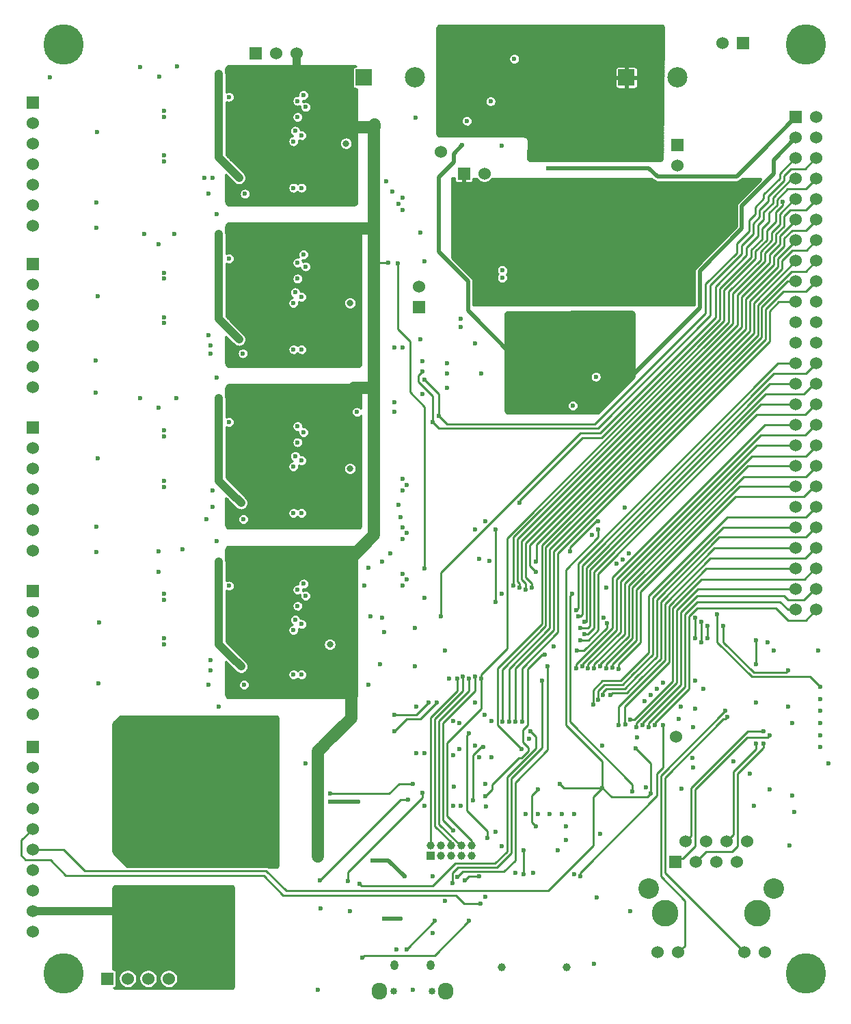
<source format=gbl>
G04 (created by PCBNEW (2013-05-18 BZR 4017)-stable) date Fri 12 Dec 2014 17:06:20 GMT*
%MOIN*%
G04 Gerber Fmt 3.4, Leading zero omitted, Abs format*
%FSLAX34Y34*%
G01*
G70*
G90*
G04 APERTURE LIST*
%ADD10C,0.00590551*%
%ADD11C,0.1969*%
%ADD12R,0.0787X0.0787*%
%ADD13C,0.0984*%
%ADD14O,0.0394X0.0492*%
%ADD15O,0.0748X0.0827*%
%ADD16C,0.0335*%
%ADD17R,0.06X0.06*%
%ADD18C,0.06*%
%ADD19R,0.0394X0.0394*%
%ADD20C,0.0394*%
%ADD21C,0.1299*%
%ADD22C,0.1*%
%ADD23C,0.0315*%
%ADD24C,0.0236*%
%ADD25C,0.01*%
%ADD26C,0.02*%
%ADD27C,0.04*%
%ADD28C,0.06*%
%ADD29C,0.015*%
G04 APERTURE END LIST*
G54D10*
G54D11*
X2754Y1575D03*
G54D12*
X17390Y45236D03*
G54D13*
X19890Y45236D03*
G54D14*
X18905Y1968D03*
X20657Y1968D03*
G54D15*
X21395Y716D03*
X18167Y716D03*
G54D16*
X20716Y716D03*
X18846Y716D03*
G54D17*
X12114Y46430D03*
G54D18*
X13114Y46430D03*
X14114Y46430D03*
G54D17*
X1248Y44019D03*
G54D18*
X1248Y43019D03*
X1248Y42019D03*
X1248Y41019D03*
X1248Y40019D03*
X1248Y39019D03*
X1248Y38019D03*
G54D17*
X1248Y36143D03*
G54D18*
X1248Y35143D03*
X1248Y34143D03*
X1248Y33143D03*
X1248Y32143D03*
X1248Y31143D03*
X1248Y30143D03*
G54D17*
X1248Y28170D03*
G54D18*
X1248Y27170D03*
X1248Y26170D03*
X1248Y25170D03*
X1248Y24170D03*
X1248Y23170D03*
X1248Y22170D03*
G54D17*
X1248Y20199D03*
G54D18*
X1248Y19199D03*
X1248Y18199D03*
X1248Y17199D03*
X1248Y16199D03*
X1248Y15199D03*
X1248Y14199D03*
G54D17*
X35911Y46929D03*
G54D18*
X34911Y46929D03*
G54D19*
X20651Y7329D03*
G54D20*
X20651Y7829D03*
X21151Y7329D03*
X21151Y7829D03*
X21651Y7329D03*
X21651Y7829D03*
X22151Y7329D03*
X22151Y7829D03*
X22651Y7329D03*
X22651Y7829D03*
X24140Y1870D03*
X27282Y1870D03*
G54D17*
X38474Y43299D03*
G54D18*
X39474Y43299D03*
X38474Y38299D03*
X39474Y42299D03*
X38474Y37299D03*
X39474Y41299D03*
X38474Y36299D03*
X39474Y40299D03*
X38474Y35299D03*
X39474Y39299D03*
X38474Y34299D03*
X39474Y38299D03*
X38474Y33299D03*
X39474Y37299D03*
X38474Y32299D03*
X39474Y36299D03*
X38474Y31299D03*
X39474Y35299D03*
X38474Y30299D03*
X39474Y34299D03*
X38474Y29299D03*
X39474Y33299D03*
X38474Y28299D03*
X39474Y32299D03*
X39474Y31299D03*
X38474Y27299D03*
X39474Y30299D03*
X39474Y28299D03*
X39474Y27299D03*
X39474Y26299D03*
X39474Y25299D03*
X38474Y26299D03*
X38474Y25299D03*
X38474Y42299D03*
X38474Y41299D03*
X38474Y40299D03*
X38474Y39299D03*
X38474Y24299D03*
X39474Y24299D03*
X39474Y29299D03*
X38474Y23299D03*
X39474Y23299D03*
X38474Y22299D03*
X39474Y22299D03*
X38474Y21299D03*
X39474Y21299D03*
X38474Y20299D03*
X39474Y20299D03*
X38474Y19299D03*
X39474Y19299D03*
G54D21*
X32098Y4528D03*
X36598Y4528D03*
G54D18*
X36098Y8028D03*
X35600Y7028D03*
X35098Y8028D03*
X34600Y7028D03*
X34098Y8028D03*
X33600Y7028D03*
X33098Y8028D03*
G54D22*
X31298Y5729D03*
X37398Y5728D03*
G54D18*
X35956Y2599D03*
X32740Y2599D03*
X36956Y2599D03*
X31740Y2599D03*
G54D17*
X32600Y7028D03*
G54D23*
X16730Y26181D03*
X16533Y42028D03*
X16730Y34252D03*
X15746Y17618D03*
G54D17*
X32696Y41944D03*
G54D18*
X32696Y40944D03*
G54D17*
X20089Y34050D03*
G54D18*
X20089Y35050D03*
X32638Y13104D03*
X21148Y41630D03*
G54D17*
X22280Y40558D03*
G54D18*
X23280Y40558D03*
G54D12*
X30205Y45236D03*
G54D13*
X32705Y45236D03*
G54D17*
X4888Y1328D03*
G54D18*
X5888Y1328D03*
X6888Y1328D03*
X7888Y1328D03*
G54D17*
X1248Y12617D03*
G54D18*
X1248Y11617D03*
X1256Y10617D03*
X1248Y9617D03*
X1248Y8617D03*
X1248Y7617D03*
X1248Y6617D03*
X1248Y5617D03*
X1248Y4617D03*
X1248Y3617D03*
G54D11*
X38974Y46850D03*
X38974Y1575D03*
X2754Y46850D03*
G54D24*
X20176Y32480D03*
X36218Y11319D03*
X11569Y15650D03*
X30411Y4626D03*
X31159Y10650D03*
X13974Y24016D03*
X13974Y18307D03*
X11605Y39567D03*
X25293Y9350D03*
X9840Y15650D03*
X23129Y30807D03*
X14565Y11811D03*
X22144Y9744D03*
X13974Y34252D03*
X11529Y23720D03*
X25490Y32657D03*
X26773Y31236D03*
X14368Y18602D03*
X27655Y6398D03*
X26683Y32228D03*
X14565Y43799D03*
X26309Y32685D03*
X31396Y15157D03*
X14368Y31988D03*
X14466Y27953D03*
X25522Y30579D03*
X22833Y12697D03*
X15297Y4752D03*
X13974Y42126D03*
X29722Y21555D03*
X13974Y26280D03*
X20372Y12303D03*
X23375Y9725D03*
X26360Y30854D03*
X27195Y31709D03*
X28935Y8366D03*
X18896Y32087D03*
X27262Y8071D03*
X33561Y15846D03*
X14368Y34547D03*
X14368Y24016D03*
X25742Y30890D03*
X14368Y42421D03*
X39663Y13780D03*
X23620Y12106D03*
X26868Y7579D03*
X20766Y3543D03*
X25498Y31232D03*
X14368Y26575D03*
X13974Y16142D03*
X25648Y6496D03*
X14565Y19980D03*
X21750Y9744D03*
X37399Y17323D03*
X25864Y32232D03*
X20372Y9744D03*
X13974Y31988D03*
X13974Y39862D03*
X23029Y21772D03*
X11506Y31791D03*
X22207Y41933D03*
X32911Y10591D03*
X25270Y30882D03*
X24112Y7776D03*
X26435Y29827D03*
X23817Y8465D03*
X26903Y30299D03*
X9742Y23720D03*
X14368Y16142D03*
X27195Y30862D03*
X33955Y15453D03*
X27655Y9350D03*
X18896Y29429D03*
X14565Y36024D03*
X25289Y31630D03*
X39663Y14961D03*
X25057Y32213D03*
X25746Y31626D03*
X9840Y39567D03*
X22045Y13780D03*
X27159Y32661D03*
X26333Y31717D03*
X9939Y31791D03*
X14368Y39862D03*
X33462Y13583D03*
X24148Y35480D03*
X26390Y40813D03*
X22139Y33470D03*
X15746Y9941D03*
X19940Y43294D03*
X22144Y33071D03*
X22431Y43122D03*
X19388Y6299D03*
X24159Y35846D03*
X17124Y9941D03*
X17813Y7087D03*
X23541Y21693D03*
X21750Y12205D03*
X31100Y14862D03*
X21750Y13878D03*
X18305Y18898D03*
X30313Y22047D03*
X23029Y12106D03*
X20374Y36283D03*
X28640Y16437D03*
X29525Y16476D03*
X29821Y16398D03*
X17204Y5946D03*
X25531Y13366D03*
X29014Y12677D03*
X28581Y14685D03*
X28817Y14921D03*
X28344Y16437D03*
X30090Y46798D03*
X27884Y44713D03*
X31510Y45168D03*
X27259Y44731D03*
X27241Y46009D03*
X28541Y45374D03*
X26510Y42228D03*
X27970Y43898D03*
X29850Y42218D03*
X26917Y44996D03*
X26516Y44749D03*
X28780Y43188D03*
X27230Y41338D03*
X28172Y45001D03*
X27530Y42988D03*
X28980Y41308D03*
X28141Y45716D03*
X26935Y45703D03*
X30470Y41318D03*
X26615Y46009D03*
X28172Y46301D03*
X25770Y42858D03*
X31870Y46178D03*
X28523Y46648D03*
X26570Y45334D03*
X31010Y43228D03*
X27205Y45356D03*
X27821Y46639D03*
X28519Y46018D03*
X31490Y42438D03*
X29330Y46128D03*
X31400Y46888D03*
X26930Y46319D03*
X27560Y45010D03*
X28200Y42278D03*
X30800Y46178D03*
X28582Y44740D03*
X26750Y43798D03*
X27124Y46621D03*
X27884Y45347D03*
X26498Y46634D03*
X27853Y46013D03*
X29990Y43978D03*
X27542Y46328D03*
X27518Y45709D03*
X25660Y41378D03*
X31690Y44028D03*
X28525Y22953D03*
X32768Y13982D03*
X18896Y13386D03*
X20962Y14764D03*
X18896Y14173D03*
X20569Y14764D03*
X5510Y12598D03*
X6298Y9843D03*
X8659Y12598D03*
X7085Y9843D03*
X9447Y11811D03*
X6691Y9449D03*
X7872Y11811D03*
X8659Y11024D03*
X8659Y11811D03*
X8266Y12205D03*
X5903Y12205D03*
X6691Y10236D03*
X9447Y11024D03*
X6297Y9055D03*
X7872Y9449D03*
X7478Y12205D03*
X8266Y10630D03*
X5510Y10630D03*
X7085Y10630D03*
X9840Y12205D03*
X10234Y12598D03*
X7872Y11024D03*
X8266Y9843D03*
X9447Y12598D03*
X6297Y10630D03*
X7085Y12598D03*
X6297Y12598D03*
X5903Y10236D03*
X7085Y11811D03*
X9053Y10630D03*
X7085Y9055D03*
X9053Y9843D03*
X6297Y11811D03*
X6691Y12205D03*
X8659Y9449D03*
X8561Y10236D03*
X7872Y12598D03*
X10234Y11811D03*
X9447Y9449D03*
X5510Y11811D03*
X5510Y9843D03*
X9053Y12205D03*
X10825Y20472D03*
X19486Y20768D03*
X19289Y20472D03*
X9939Y16831D03*
X15746Y10335D03*
X19787Y10813D03*
X17616Y21358D03*
X14466Y20571D03*
X19289Y21063D03*
X14171Y20276D03*
X17714Y18996D03*
X10333Y14567D03*
X23108Y4980D03*
X38088Y14567D03*
X37104Y17717D03*
X29230Y20374D03*
X38285Y13780D03*
X38088Y16339D03*
X34939Y18504D03*
X34644Y19094D03*
X39663Y15551D03*
X33856Y17717D03*
X33856Y18701D03*
X33561Y18898D03*
X33561Y17913D03*
X34151Y17913D03*
X34151Y18504D03*
X9660Y3388D03*
X8640Y3378D03*
X8563Y4331D03*
X7520Y4348D03*
X8220Y3848D03*
X8080Y4818D03*
X8540Y5268D03*
X9570Y5288D03*
X9090Y4818D03*
X9190Y3918D03*
X9600Y4378D03*
X7520Y5188D03*
X7500Y3388D03*
X22732Y10004D03*
X15254Y6102D03*
X19573Y10039D03*
X23226Y12598D03*
X12596Y40748D03*
X7675Y41437D03*
X12201Y35825D03*
X32720Y36988D03*
X39663Y13189D03*
X31700Y37938D03*
X27990Y39198D03*
X28040Y36988D03*
X29510Y36718D03*
X11809Y44685D03*
X26980Y35918D03*
X11809Y24902D03*
X23325Y10827D03*
X29940Y38248D03*
X21356Y17323D03*
X12596Y27657D03*
X28640Y2047D03*
X12200Y16735D03*
X30740Y38258D03*
X28880Y35428D03*
X25890Y37018D03*
X30860Y36288D03*
X33260Y35958D03*
X26940Y38118D03*
X15352Y17815D03*
X29100Y36298D03*
X12596Y16929D03*
X11809Y34252D03*
X29130Y38278D03*
X12596Y28051D03*
X22045Y12500D03*
X21455Y30118D03*
X18207Y16634D03*
X15155Y7283D03*
X12596Y41535D03*
X30380Y36698D03*
X12596Y17323D03*
X28130Y34738D03*
X15155Y12008D03*
X29970Y36288D03*
X34469Y39243D03*
X12596Y33268D03*
X11809Y20079D03*
X13384Y20965D03*
X22844Y32280D03*
X7675Y28051D03*
X11809Y28051D03*
X7675Y17618D03*
X13777Y20768D03*
X12596Y42126D03*
X25970Y34708D03*
X12203Y19291D03*
X2090Y45253D03*
X20766Y6299D03*
X12596Y20079D03*
X11415Y20768D03*
X13384Y36909D03*
X30820Y37318D03*
X28718Y30657D03*
X12203Y26673D03*
X19880Y16535D03*
X8561Y22244D03*
X12202Y40945D03*
X33750Y37938D03*
X12201Y33071D03*
X29090Y37348D03*
X30270Y37758D03*
X7675Y19783D03*
X29990Y37318D03*
X11809Y26969D03*
X11022Y28937D03*
X40057Y11811D03*
X29790Y34398D03*
X4470Y15717D03*
X25910Y39158D03*
X11809Y33661D03*
X12203Y20768D03*
X38285Y10236D03*
X12596Y25295D03*
X19978Y14567D03*
X13777Y44488D03*
X12200Y17520D03*
X4364Y39161D03*
X12202Y41339D03*
X8297Y45787D03*
X14171Y36909D03*
X11418Y28737D03*
X31750Y34458D03*
X15451Y25787D03*
X12990Y20768D03*
X23325Y23622D03*
X36514Y14764D03*
X30720Y35308D03*
X17419Y20472D03*
X7675Y41142D03*
X11809Y41535D03*
X24136Y41913D03*
X4399Y42583D03*
X11809Y27657D03*
X12596Y18996D03*
X11809Y33268D03*
X7675Y35433D03*
X10037Y24311D03*
X11809Y43898D03*
X12203Y35236D03*
X15451Y33858D03*
X13777Y36713D03*
X12200Y25492D03*
X21573Y15945D03*
X11809Y36024D03*
X15943Y36319D03*
X39565Y17323D03*
X33561Y14469D03*
X7675Y43307D03*
X14171Y20965D03*
X12596Y43898D03*
X12201Y33465D03*
X7380Y21161D03*
X8167Y37598D03*
X12596Y33661D03*
X21356Y5118D03*
X12200Y27851D03*
X18599Y36210D03*
X11809Y25689D03*
X28777Y5295D03*
X12596Y26969D03*
X19880Y18406D03*
X29090Y18923D03*
X21456Y31299D03*
X7380Y37106D03*
X11022Y44685D03*
X11809Y42126D03*
X7675Y25295D03*
X11022Y36909D03*
X12596Y26378D03*
X12596Y20965D03*
X12990Y44488D03*
X7675Y33563D03*
X15844Y28248D03*
X12202Y43700D03*
X12201Y36711D03*
X31700Y36068D03*
X11809Y18996D03*
X25884Y9350D03*
X11415Y36713D03*
X4415Y26689D03*
X12596Y41142D03*
X12990Y28740D03*
X38384Y9449D03*
X11809Y16929D03*
X11809Y28937D03*
X4482Y18697D03*
X7675Y27756D03*
X11809Y42815D03*
X12596Y17717D03*
X23305Y14173D03*
X12203Y41831D03*
X6691Y37598D03*
X12200Y24708D03*
X7675Y20079D03*
X12596Y24902D03*
X12203Y34547D03*
X12596Y18406D03*
X20372Y19882D03*
X7380Y29134D03*
X11809Y35630D03*
X15549Y20866D03*
X34469Y38130D03*
X11809Y26378D03*
X24132Y20079D03*
X23325Y5315D03*
X18994Y2756D03*
X11415Y44488D03*
X12596Y28937D03*
X12596Y36024D03*
X4433Y34597D03*
X12990Y36713D03*
X6494Y29626D03*
X15451Y41634D03*
X14171Y28937D03*
X24782Y6496D03*
X11809Y25295D03*
X12203Y27264D03*
X14171Y44685D03*
X12596Y44685D03*
X11809Y36909D03*
X12596Y32874D03*
X33462Y11614D03*
X15175Y7801D03*
X15155Y787D03*
X7675Y35728D03*
X4356Y37909D03*
X37203Y10531D03*
X12596Y35630D03*
X13384Y28937D03*
X7675Y33268D03*
X35431Y11909D03*
X12202Y40552D03*
X12596Y34252D03*
X20273Y29823D03*
X20273Y31398D03*
X9939Y16339D03*
X12596Y34941D03*
X4344Y31445D03*
X7675Y43602D03*
X38167Y7815D03*
X13384Y44685D03*
X12203Y18701D03*
X12203Y42520D03*
X19978Y12303D03*
X12203Y43110D03*
X11809Y20965D03*
X11809Y43504D03*
X4372Y23350D03*
X21800Y10666D03*
X12203Y33957D03*
X31691Y15453D03*
X27065Y9350D03*
X12596Y36909D03*
X12596Y42815D03*
X9939Y32185D03*
X12203Y26083D03*
X7380Y22146D03*
X11809Y19685D03*
X11809Y17323D03*
X21456Y30807D03*
X11022Y20965D03*
X22833Y14764D03*
X15844Y44094D03*
X32872Y14567D03*
X7427Y45280D03*
X22833Y23228D03*
X17616Y15650D03*
X15155Y12402D03*
X12200Y28737D03*
X4336Y29870D03*
X11809Y32874D03*
X4348Y22098D03*
X23620Y13878D03*
X8266Y29626D03*
X36415Y9744D03*
X39663Y12598D03*
X12200Y17126D03*
X19092Y24409D03*
X11809Y34941D03*
X27592Y29252D03*
X12201Y32679D03*
X15451Y12697D03*
X13777Y28740D03*
X6510Y45744D03*
X18403Y18209D03*
X16730Y4626D03*
X11809Y41142D03*
X12200Y25098D03*
X30018Y21752D03*
X11809Y18406D03*
X26474Y9350D03*
X27262Y8760D03*
X12596Y25689D03*
X12202Y44487D03*
X39663Y14370D03*
X7675Y25591D03*
X12203Y18110D03*
X18699Y22047D03*
X12203Y19882D03*
X12596Y43504D03*
X7675Y17913D03*
X12596Y19685D03*
X29560Y37758D03*
X10037Y40354D03*
X11809Y40748D03*
X11809Y17717D03*
X25195Y6398D03*
X25195Y7579D03*
X31986Y13681D03*
X31986Y15748D03*
X27951Y6299D03*
X21947Y15945D03*
X27557Y20079D03*
X30510Y10433D03*
X22537Y15945D03*
X21750Y8563D03*
X22833Y16043D03*
X22242Y16043D03*
X14053Y18819D03*
X14171Y19488D03*
X14171Y43307D03*
X14053Y42638D03*
X14171Y35433D03*
X14053Y34764D03*
X14171Y27461D03*
X14053Y26791D03*
X23581Y44075D03*
X24742Y46142D03*
X37203Y13189D03*
X36907Y12795D03*
X35037Y14370D03*
X36514Y12795D03*
X35136Y14075D03*
X36514Y16634D03*
X36514Y17815D03*
X36907Y13386D03*
X19781Y787D03*
X25470Y13030D03*
X33423Y12067D03*
X24998Y20374D03*
X24703Y20472D03*
X28836Y23622D03*
X27459Y22146D03*
X27754Y16437D03*
X28049Y16535D03*
X26237Y17114D03*
X16622Y6088D03*
X27798Y17298D03*
X23321Y10207D03*
X29264Y18661D03*
X20255Y10372D03*
X29053Y15157D03*
X29427Y15157D03*
X29821Y13681D03*
X30175Y13720D03*
X30411Y13957D03*
X30707Y13583D03*
X31002Y13681D03*
X31297Y13583D03*
X31592Y13681D03*
X24171Y13858D03*
X27754Y19291D03*
X24486Y13858D03*
X24801Y13858D03*
X25116Y13858D03*
X25096Y12500D03*
X19059Y36195D03*
X20374Y21315D03*
X18494Y40170D03*
X22537Y4134D03*
X17321Y2362D03*
X37829Y39173D03*
X23128Y15945D03*
X25785Y21654D03*
X25588Y20374D03*
X27951Y17815D03*
X28148Y18110D03*
X28148Y18701D03*
X27852Y18996D03*
X27951Y18406D03*
X20766Y28445D03*
X23817Y19685D03*
X23817Y23228D03*
X20273Y30906D03*
X29230Y16437D03*
X21061Y28740D03*
X20372Y30512D03*
X28935Y16535D03*
X25785Y21161D03*
X25293Y20276D03*
X23423Y8169D03*
X22340Y6102D03*
X23029Y6299D03*
X22537Y13287D03*
X26376Y16535D03*
X19486Y2756D03*
X20864Y4134D03*
X21962Y6285D03*
X21733Y5993D03*
X26081Y15846D03*
X21159Y18996D03*
X24998Y24528D03*
X19191Y4232D03*
X18403Y4232D03*
X25884Y10531D03*
X25785Y8760D03*
X31396Y10354D03*
X26966Y10827D03*
X30118Y24264D03*
X28836Y23228D03*
X30667Y12539D03*
X29033Y10630D03*
X10334Y41829D03*
X10333Y18012D03*
X10333Y19390D03*
X10579Y33218D03*
X10333Y25984D03*
X11317Y32480D03*
X10333Y45417D03*
X10333Y35335D03*
X10333Y27362D03*
X10333Y37598D03*
X10972Y16978D03*
X11415Y24508D03*
X10333Y43209D03*
X10333Y33957D03*
X11317Y40354D03*
X11415Y16535D03*
X10333Y29626D03*
X10972Y24951D03*
X10333Y21654D03*
X10628Y41043D03*
X10825Y28445D03*
X19486Y23031D03*
X10037Y25098D03*
X19289Y22736D03*
X18896Y28937D03*
X17065Y28937D03*
X19289Y23327D03*
X14171Y28248D03*
X10234Y22638D03*
X18305Y21654D03*
X19486Y25394D03*
X10825Y36417D03*
X19289Y25098D03*
X9840Y32677D03*
X19289Y32087D03*
X14466Y36614D03*
X19289Y25689D03*
X14171Y36220D03*
X10234Y30610D03*
X19191Y23819D03*
X10825Y44291D03*
X19092Y39075D03*
X9644Y40354D03*
X19289Y38780D03*
X14466Y44390D03*
X18797Y39665D03*
X14171Y44094D03*
X19289Y39370D03*
X10234Y38583D03*
X30726Y13091D03*
X26671Y17520D03*
X20175Y37697D03*
G54D25*
X26821Y31236D02*
X26773Y31236D01*
G54D26*
X37396Y40540D02*
X37396Y41221D01*
X21050Y40390D02*
X21050Y36748D01*
G54D25*
X27195Y30862D02*
X26821Y31236D01*
G54D26*
X35840Y37870D02*
X33790Y35820D01*
G54D25*
X26341Y31709D02*
X27195Y31709D01*
X25742Y30988D02*
X25742Y30890D01*
X25289Y31630D02*
X25293Y31626D01*
X26903Y30299D02*
X26360Y30842D01*
X26360Y30842D02*
X26360Y30854D01*
X26309Y32685D02*
X25864Y32240D01*
X25864Y32240D02*
X25864Y32232D01*
X32911Y10591D02*
X32911Y10571D01*
X25522Y30630D02*
X25522Y30579D01*
G54D26*
X35840Y37870D02*
X35840Y38984D01*
G54D25*
X27159Y32661D02*
X26726Y32228D01*
G54D26*
X22490Y33869D02*
X24711Y31648D01*
X33790Y34008D02*
X30485Y30703D01*
G54D25*
X25490Y32657D02*
X25057Y32224D01*
G54D26*
X22490Y35308D02*
X22490Y33869D01*
X38474Y42299D02*
X37396Y41221D01*
X22207Y41933D02*
X21787Y41513D01*
G54D25*
X25057Y32224D02*
X25057Y32213D01*
X26726Y32228D02*
X26683Y32228D01*
X25498Y31232D02*
X25742Y30988D01*
G54D26*
X21787Y41127D02*
X21050Y40390D01*
X21787Y41513D02*
X21787Y41127D01*
X33790Y35820D02*
X33790Y34008D01*
G54D25*
X25270Y30882D02*
X25522Y30630D01*
X26333Y31717D02*
X26341Y31709D01*
G54D26*
X35840Y38984D02*
X37396Y40540D01*
X21050Y36748D02*
X22490Y35308D01*
G54D25*
X25293Y31626D02*
X25746Y31626D01*
G54D26*
X36612Y41437D02*
X36553Y41378D01*
X17813Y7087D02*
X18600Y7087D01*
X17124Y9941D02*
X15746Y9941D01*
X36612Y41437D02*
X35583Y40408D01*
X38474Y43299D02*
X36612Y41437D01*
X31310Y40813D02*
X26390Y40813D01*
X35583Y40408D02*
X31715Y40408D01*
X31715Y40408D02*
X31310Y40813D01*
X18600Y7087D02*
X19388Y6299D01*
G54D25*
X39474Y27299D02*
X39474Y27272D01*
X38974Y26772D02*
X36317Y26772D01*
X30116Y18110D02*
X28640Y16634D01*
X28640Y16634D02*
X28640Y16437D01*
X36317Y26772D02*
X30116Y20571D01*
X30116Y20571D02*
X30116Y18110D01*
X39474Y27272D02*
X38974Y26772D01*
X35729Y25299D02*
X30707Y20277D01*
X30707Y17815D02*
X29525Y16633D01*
X29525Y16633D02*
X29525Y16476D01*
X30707Y20277D02*
X30707Y17815D01*
X38474Y25299D02*
X35729Y25299D01*
X30903Y17716D02*
X29821Y16634D01*
X38875Y24803D02*
X35527Y24803D01*
X35527Y24803D02*
X30903Y20179D01*
X29821Y16634D02*
X29821Y16398D01*
X30903Y20179D02*
X30903Y17716D01*
X39474Y25299D02*
X39371Y25299D01*
X39371Y25299D02*
X38875Y24803D01*
X24380Y7512D02*
X23799Y6931D01*
X23799Y6931D02*
X21845Y6931D01*
X20762Y5848D02*
X17651Y5848D01*
X21845Y6931D02*
X20762Y5848D01*
X17651Y5848D02*
X17302Y5848D01*
X24380Y11144D02*
X24380Y8848D01*
X17302Y5848D02*
X17204Y5946D01*
X25783Y12907D02*
X25783Y12547D01*
X24380Y8848D02*
X24380Y7512D01*
X25783Y13114D02*
X25531Y13366D01*
X17564Y5848D02*
X17562Y5846D01*
X25783Y12547D02*
X24380Y11144D01*
X17651Y5848D02*
X17564Y5848D01*
X25783Y12907D02*
X25783Y13114D01*
X28581Y15396D02*
X29031Y15846D01*
X31297Y17223D02*
X30313Y16239D01*
X38974Y23819D02*
X35136Y23819D01*
X30313Y16239D02*
X30313Y16240D01*
X39474Y24299D02*
X39454Y24299D01*
X28581Y14685D02*
X28581Y15396D01*
X29031Y15846D02*
X29919Y15846D01*
X35136Y23819D02*
X31297Y19980D01*
X39454Y24299D02*
X38974Y23819D01*
X30313Y16240D02*
X29919Y15846D01*
X31297Y19980D02*
X31297Y17223D01*
X38474Y23299D02*
X34912Y23299D01*
X30510Y16142D02*
X30018Y15650D01*
X31494Y19881D02*
X31494Y17126D01*
X28817Y14921D02*
X28817Y15335D01*
X30510Y16142D02*
X30510Y16142D01*
X29132Y15650D02*
X30018Y15650D01*
X31494Y17126D02*
X30510Y16142D01*
X28817Y15335D02*
X29132Y15650D01*
X34912Y23299D02*
X31494Y19881D01*
X36549Y27299D02*
X29919Y20669D01*
X29919Y20669D02*
X29919Y18209D01*
X28344Y16634D02*
X28344Y16437D01*
X29919Y18209D02*
X28344Y16634D01*
X38474Y27299D02*
X36549Y27299D01*
X31010Y43228D02*
X29990Y43858D01*
X27911Y45374D02*
X28541Y45374D01*
X26570Y45334D02*
X26592Y45356D01*
X26670Y44749D02*
X26516Y44749D01*
X27540Y44688D02*
X27540Y44308D01*
X29850Y42218D02*
X28980Y41348D01*
X27241Y46009D02*
X27245Y46013D01*
X27540Y44308D02*
X27030Y43798D01*
X28519Y46018D02*
X28236Y46301D01*
X27884Y44713D02*
X27565Y44713D01*
X27277Y44713D02*
X27884Y44713D01*
X25700Y41338D02*
X27230Y41338D01*
X30180Y46798D02*
X30090Y46798D01*
X28980Y41348D02*
X28980Y41308D01*
X25660Y41378D02*
X25700Y41338D01*
X27530Y42948D02*
X27530Y42988D01*
X26400Y42228D02*
X26510Y42228D01*
X26935Y45703D02*
X26921Y45703D01*
X25770Y42858D02*
X26400Y42228D01*
X28200Y42278D02*
X27530Y42948D01*
X30800Y46178D02*
X30180Y46798D01*
X27970Y43898D02*
X28680Y43188D01*
X27030Y43798D02*
X26750Y43798D01*
X31870Y46178D02*
X31400Y46648D01*
X31690Y44028D02*
X31510Y44208D01*
X27565Y44713D02*
X27540Y44688D01*
X30470Y41318D02*
X31490Y42338D01*
X27518Y45709D02*
X27527Y45718D01*
X26511Y46621D02*
X27124Y46621D01*
X27533Y46319D02*
X26930Y46319D01*
X27542Y46328D02*
X27533Y46319D01*
X29990Y43858D02*
X29990Y43978D01*
X28236Y46301D02*
X28172Y46301D01*
X28680Y43188D02*
X28780Y43188D01*
X27259Y44731D02*
X27277Y44713D01*
X26592Y45356D02*
X27205Y45356D01*
X31490Y42338D02*
X31490Y42438D01*
X27527Y45718D02*
X28141Y45716D01*
X28172Y45001D02*
X28163Y45010D01*
X27245Y46013D02*
X27853Y46013D01*
X26921Y45703D02*
X26615Y46009D01*
X27821Y46639D02*
X27830Y46648D01*
X27830Y46648D02*
X28523Y46648D01*
X27884Y45347D02*
X27911Y45374D01*
X26498Y46634D02*
X26511Y46621D01*
X28163Y45010D02*
X27560Y45010D01*
X31510Y44208D02*
X31510Y45168D01*
X26917Y44996D02*
X26670Y44749D01*
X31400Y46648D02*
X31400Y46888D01*
X19486Y13976D02*
X20175Y13976D01*
X20175Y13976D02*
X20962Y14764D01*
X18896Y13386D02*
X19486Y13976D01*
X18896Y14173D02*
X19978Y14173D01*
X20569Y14764D02*
X19978Y14173D01*
X6298Y9843D02*
X6297Y9843D01*
X18639Y10335D02*
X19117Y10813D01*
X15746Y10335D02*
X18639Y10335D01*
X19117Y10813D02*
X19787Y10813D01*
X21888Y5393D02*
X13464Y5393D01*
X12515Y6342D02*
X12499Y6358D01*
X700Y8069D02*
X1248Y8617D01*
X12499Y6358D02*
X2874Y6358D01*
X22301Y4980D02*
X21888Y5393D01*
X23108Y4980D02*
X22301Y4980D01*
X2112Y7120D02*
X911Y7120D01*
X13464Y5393D02*
X12515Y6342D01*
X2874Y6358D02*
X2112Y7120D01*
X21888Y5393D02*
X21887Y5394D01*
X700Y7331D02*
X700Y8069D01*
X911Y7120D02*
X700Y7331D01*
X36416Y16240D02*
X34939Y17717D01*
X38088Y16339D02*
X37989Y16240D01*
X34939Y17717D02*
X34939Y18504D01*
X37989Y16240D02*
X36416Y16240D01*
X36317Y16043D02*
X34644Y17716D01*
X39171Y16043D02*
X36317Y16043D01*
X34644Y17716D02*
X34644Y19094D01*
X39663Y15551D02*
X39171Y16043D01*
X33856Y18701D02*
X33856Y17717D01*
X33561Y18898D02*
X33561Y17913D01*
X34151Y18504D02*
X34151Y17913D01*
G54D27*
X1248Y4617D02*
X5601Y4617D01*
G54D25*
X7510Y3378D02*
X8640Y3378D01*
X9190Y3858D02*
X9190Y3918D01*
X9660Y3388D02*
X9190Y3858D01*
X8610Y4378D02*
X9600Y4378D01*
X7500Y3388D02*
X7510Y3378D01*
G54D27*
X5601Y4617D02*
X5640Y4578D01*
G54D25*
X8563Y4331D02*
X8610Y4378D01*
X8220Y3848D02*
X7720Y4348D01*
X7600Y5268D02*
X8540Y5268D01*
X9090Y4818D02*
X8080Y4818D01*
X7520Y5188D02*
X7600Y5268D01*
X7720Y4348D02*
X7520Y4348D01*
X23127Y12598D02*
X23226Y12598D01*
X15254Y6102D02*
X19191Y10039D01*
X22732Y10004D02*
X22734Y12205D01*
X19191Y10039D02*
X19573Y10039D01*
X22734Y12205D02*
X23127Y12598D01*
X33150Y36068D02*
X31700Y36068D01*
X30270Y37788D02*
X30270Y37758D01*
G54D28*
X15175Y7801D02*
X15155Y7821D01*
G54D25*
X26000Y34738D02*
X28130Y34738D01*
X25910Y39158D02*
X25890Y39138D01*
X29100Y36298D02*
X29110Y36288D01*
X33670Y37938D02*
X33750Y37938D01*
X29110Y36288D02*
X29970Y36288D01*
X31570Y34458D02*
X31750Y34458D01*
G54D28*
X17912Y42963D02*
X17912Y42815D01*
G54D25*
X33260Y35958D02*
X33150Y36068D01*
X28040Y36988D02*
X26980Y35928D01*
X26940Y38148D02*
X26940Y38118D01*
X25970Y34708D02*
X26000Y34738D01*
G54D28*
X15943Y36910D02*
X16927Y37894D01*
G54D25*
X30720Y35308D02*
X31570Y34458D01*
G54D28*
X15451Y12698D02*
X15451Y12697D01*
X15450Y12697D02*
X15155Y12402D01*
G54D25*
X25890Y39138D02*
X25890Y37018D01*
X30360Y36718D02*
X29510Y36718D01*
X29560Y37758D02*
X29150Y37348D01*
G54D28*
X15155Y7821D02*
X15155Y7835D01*
G54D25*
X26980Y35928D02*
X26980Y35918D01*
X30380Y36698D02*
X30360Y36718D01*
X29160Y38248D02*
X29940Y38248D01*
X32720Y36988D02*
X33670Y37938D01*
X28880Y35428D02*
X29790Y34518D01*
G54D28*
X17912Y42815D02*
X17911Y42815D01*
G54D25*
X29790Y34518D02*
X29790Y34398D01*
X29990Y37318D02*
X30820Y37318D01*
X29130Y38278D02*
X29160Y38248D01*
G54D28*
X16829Y42815D02*
X17911Y42815D01*
X15943Y36319D02*
X15943Y36910D01*
G54D25*
X18599Y36210D02*
X17911Y36210D01*
G54D28*
X15451Y12698D02*
X16779Y14026D01*
X17911Y30709D02*
X17911Y36210D01*
X17911Y30118D02*
X17911Y30709D01*
G54D27*
X14114Y46430D02*
X14112Y46428D01*
G54D25*
X30740Y38258D02*
X30270Y37788D01*
X29150Y37348D02*
X29090Y37348D01*
G54D28*
X15844Y43800D02*
X16829Y42815D01*
X15155Y12008D02*
X15155Y12402D01*
X15451Y12697D02*
X15450Y12697D01*
X15155Y7283D02*
X15155Y7835D01*
X16927Y37894D02*
X17911Y37894D01*
X16927Y30118D02*
X17911Y30118D01*
X16779Y21801D02*
X17911Y22933D01*
X15844Y44094D02*
X15844Y43800D01*
X16779Y14026D02*
X16779Y21801D01*
X17911Y36210D02*
X17911Y37894D01*
X15844Y20866D02*
X16779Y21801D01*
X15549Y20866D02*
X15844Y20866D01*
X15844Y29035D02*
X16927Y30118D01*
X17911Y37894D02*
X17911Y42815D01*
X17911Y22933D02*
X17911Y30118D01*
X15451Y12697D02*
X15450Y12697D01*
G54D25*
X27990Y39198D02*
X26940Y38148D01*
G54D28*
X15155Y12402D02*
X15155Y12008D01*
X15155Y12008D02*
X15155Y7835D01*
X15844Y28248D02*
X15844Y29035D01*
G54D27*
X14112Y46428D02*
X14112Y45610D01*
G54D25*
X15451Y44094D02*
X15844Y44094D01*
X25195Y6398D02*
X25195Y7579D01*
X27951Y6496D02*
X28148Y6693D01*
X27951Y6299D02*
X27951Y6496D01*
X28148Y6693D02*
X31691Y10236D01*
X31986Y11615D02*
X31986Y13681D01*
X31691Y10236D02*
X31691Y11320D01*
X31691Y11320D02*
X31986Y11615D01*
X20651Y7829D02*
X20651Y14059D01*
X21947Y15355D02*
X21947Y15945D01*
X20651Y14059D02*
X21947Y15355D01*
X27459Y19981D02*
X27557Y20079D01*
X27459Y19390D02*
X27459Y19981D01*
X30510Y10788D02*
X27459Y13839D01*
X27459Y13839D02*
X27459Y19390D01*
X30510Y10433D02*
X30510Y10788D01*
X21061Y8859D02*
X21061Y13386D01*
X21061Y13386D02*
X21061Y13878D01*
X21061Y13878D02*
X22537Y15354D01*
X22151Y7769D02*
X21061Y8859D01*
X22151Y7829D02*
X22151Y7769D01*
X22537Y15354D02*
X22537Y15945D01*
X21258Y13780D02*
X22833Y15355D01*
X21258Y13386D02*
X21258Y13780D01*
X21750Y8563D02*
X21258Y9055D01*
X21258Y9055D02*
X21258Y13386D01*
X22833Y15355D02*
X22833Y16043D01*
X21651Y7829D02*
X21651Y7973D01*
X20864Y8760D02*
X20864Y13386D01*
X20864Y13977D02*
X22242Y15355D01*
X20864Y13386D02*
X20864Y13977D01*
X21651Y7973D02*
X20864Y8760D01*
X22242Y15355D02*
X22242Y16043D01*
X36101Y13091D02*
X33561Y10551D01*
X32971Y7186D02*
X32758Y7186D01*
X32600Y7028D02*
X32758Y7186D01*
X37203Y13189D02*
X37202Y13189D01*
X37202Y13189D02*
X37104Y13091D01*
X37104Y13091D02*
X36101Y13091D01*
X32971Y7186D02*
X33561Y7776D01*
X33561Y7776D02*
X33561Y10551D01*
X36848Y12539D02*
X36907Y12598D01*
X34093Y7520D02*
X35352Y7520D01*
X35352Y7520D02*
X35628Y7796D01*
X33601Y7028D02*
X34093Y7520D01*
X35628Y7796D02*
X35628Y11319D01*
X33600Y7028D02*
X33601Y7028D01*
X36907Y12598D02*
X36907Y12795D01*
X36848Y12539D02*
X35628Y11319D01*
X35037Y14370D02*
X31888Y11221D01*
X33069Y5119D02*
X33069Y2928D01*
X31888Y11221D02*
X31888Y6300D01*
X31888Y6300D02*
X33069Y5119D01*
X33069Y2928D02*
X32740Y2599D01*
X36475Y12461D02*
X36514Y12500D01*
X35431Y8361D02*
X35098Y8028D01*
X36514Y12500D02*
X36514Y12795D01*
X36474Y12461D02*
X35431Y11418D01*
X35431Y11418D02*
X35431Y8361D01*
X36474Y12461D02*
X36475Y12461D01*
X32085Y6470D02*
X35956Y2599D01*
X34938Y13976D02*
X32085Y11123D01*
X32085Y11123D02*
X32085Y6470D01*
X35136Y14075D02*
X35037Y13976D01*
X35037Y13976D02*
X34938Y13976D01*
X36514Y16634D02*
X36514Y17815D01*
X33364Y8294D02*
X33098Y8028D01*
X36907Y13386D02*
X36120Y13386D01*
X36120Y13386D02*
X33364Y10630D01*
X33364Y10630D02*
X33364Y8294D01*
X19779Y785D02*
X19781Y787D01*
X19790Y785D02*
X19779Y785D01*
X37498Y37205D02*
X36976Y36683D01*
X37892Y38485D02*
X37892Y37992D01*
X39474Y39299D02*
X39474Y39279D01*
X38975Y38780D02*
X38187Y38780D01*
X36976Y36289D02*
X35411Y34724D01*
X38187Y38780D02*
X37892Y38485D01*
X24998Y22835D02*
X24899Y22736D01*
X35411Y34724D02*
X35411Y33247D01*
X24998Y20571D02*
X24998Y20374D01*
X24899Y22736D02*
X24899Y20670D01*
X35411Y33247D02*
X24999Y22835D01*
X37892Y37992D02*
X37498Y37598D01*
X39474Y39279D02*
X38975Y38780D01*
X37498Y37598D02*
X37498Y37205D01*
X24999Y22835D02*
X24998Y22834D01*
X36976Y36683D02*
X36976Y36289D01*
X24999Y22835D02*
X24998Y22835D01*
X24899Y20670D02*
X24998Y20571D01*
X36750Y36752D02*
X36750Y36359D01*
X38474Y39299D02*
X38411Y39299D01*
X37695Y38091D02*
X37301Y37697D01*
X35195Y33327D02*
X24801Y22933D01*
X35195Y34804D02*
X35195Y33327D01*
X38411Y39299D02*
X37695Y38583D01*
X37695Y38583D02*
X37695Y38091D01*
X36750Y36359D02*
X35195Y34804D01*
X24801Y22933D02*
X24703Y22835D01*
X37301Y37303D02*
X36750Y36752D01*
X24703Y22835D02*
X24703Y20472D01*
X37301Y37697D02*
X37301Y37303D01*
X28836Y23622D02*
X28738Y23622D01*
X28738Y23622D02*
X27459Y22343D01*
X27459Y22343D02*
X27459Y22146D01*
X38474Y28299D02*
X36958Y28299D01*
X27754Y16634D02*
X27754Y16437D01*
X29525Y18405D02*
X27754Y16634D01*
X36958Y28299D02*
X29525Y20866D01*
X29525Y20866D02*
X29525Y18405D01*
X39474Y28299D02*
X39419Y28299D01*
X29722Y18307D02*
X28049Y16634D01*
X36769Y27814D02*
X29722Y20767D01*
X29722Y20767D02*
X29722Y18307D01*
X39419Y28299D02*
X38934Y27814D01*
X38934Y27814D02*
X36769Y27814D01*
X28049Y16634D02*
X28049Y16535D01*
X29264Y18422D02*
X28140Y17298D01*
X16622Y6523D02*
X16622Y6088D01*
X23650Y10536D02*
X23321Y10207D01*
X26102Y17114D02*
X25397Y16409D01*
X25421Y12592D02*
X25421Y12413D01*
X25166Y13435D02*
X25166Y12847D01*
X25166Y12847D02*
X25421Y12592D01*
X25397Y16409D02*
X25397Y13666D01*
X23650Y10770D02*
X23650Y10536D01*
X28140Y17298D02*
X27798Y17298D01*
X25421Y12413D02*
X25090Y12082D01*
X25397Y13666D02*
X25166Y13435D01*
X20255Y10156D02*
X16622Y6523D01*
X29264Y18661D02*
X29264Y18422D01*
X25090Y12082D02*
X24962Y12082D01*
X20255Y10372D02*
X20255Y10156D01*
X24962Y12082D02*
X23650Y10770D01*
X26237Y17114D02*
X26102Y17114D01*
X39474Y23299D02*
X39438Y23299D01*
X29053Y15157D02*
X29053Y15276D01*
X39438Y23299D02*
X38974Y22835D01*
X30707Y16043D02*
X30707Y16044D01*
X38974Y22835D02*
X34744Y22835D01*
X34744Y22835D02*
X31691Y19782D01*
X29053Y15276D02*
X29230Y15453D01*
X30707Y16044D02*
X30116Y15453D01*
X31691Y19782D02*
X31691Y17027D01*
X29230Y15453D02*
X30116Y15453D01*
X31691Y17027D02*
X30707Y16043D01*
X31888Y19685D02*
X31888Y16929D01*
X30903Y15944D02*
X30903Y15944D01*
X38474Y22299D02*
X34502Y22299D01*
X31888Y16929D02*
X30903Y15944D01*
X30903Y15944D02*
X30215Y15256D01*
X34502Y22299D02*
X31888Y19685D01*
X29526Y15256D02*
X29427Y15157D01*
X30215Y15256D02*
X29526Y15256D01*
X32085Y19586D02*
X32085Y16831D01*
X39423Y22299D02*
X38935Y21811D01*
X38935Y21811D02*
X34310Y21811D01*
X34310Y21811D02*
X32085Y19586D01*
X39474Y22299D02*
X39423Y22299D01*
X29821Y14567D02*
X29821Y13681D01*
X32085Y16831D02*
X29821Y14567D01*
X34094Y21299D02*
X32281Y19486D01*
X34094Y21299D02*
X38474Y21299D01*
X30126Y13769D02*
X30126Y14577D01*
X32281Y19486D02*
X32281Y16732D01*
X30126Y14577D02*
X32281Y16732D01*
X30126Y13769D02*
X30175Y13720D01*
X30608Y13957D02*
X32478Y15827D01*
X30411Y13957D02*
X30608Y13957D01*
X39407Y21299D02*
X39474Y21299D01*
X39407Y21299D02*
X38895Y20787D01*
X32478Y19390D02*
X32478Y15827D01*
X38895Y20787D02*
X33875Y20787D01*
X33875Y20787D02*
X32478Y19390D01*
X38474Y20299D02*
X33684Y20299D01*
X30707Y13780D02*
X30707Y13583D01*
X30707Y13781D02*
X30707Y13583D01*
X32675Y19291D02*
X32675Y15748D01*
X33684Y20299D02*
X33683Y20299D01*
X32675Y15748D02*
X30707Y13780D01*
X33683Y20299D02*
X32675Y19291D01*
X39391Y20299D02*
X38875Y19783D01*
X31002Y13780D02*
X31002Y13681D01*
X33659Y19980D02*
X32872Y19193D01*
X38875Y19783D02*
X38089Y19783D01*
X39391Y20299D02*
X39474Y20299D01*
X32872Y19193D02*
X32872Y15650D01*
X38089Y19783D02*
X37892Y19980D01*
X37892Y19980D02*
X33659Y19980D01*
X32872Y15650D02*
X31002Y13780D01*
X38081Y19299D02*
X37695Y19685D01*
X31297Y13778D02*
X31297Y13583D01*
X33069Y19095D02*
X33069Y15550D01*
X38474Y19299D02*
X38081Y19299D01*
X37695Y19685D02*
X33659Y19685D01*
X33069Y15550D02*
X31297Y13778D01*
X33659Y19685D02*
X33069Y19095D01*
X33659Y19390D02*
X33266Y18997D01*
X31592Y13779D02*
X31592Y13681D01*
X38108Y18780D02*
X37498Y19390D01*
X38955Y18780D02*
X38108Y18780D01*
X33266Y15453D02*
X31592Y13779D01*
X39474Y19299D02*
X38955Y18780D01*
X33266Y18997D02*
X33266Y15453D01*
X37498Y19390D02*
X33659Y19390D01*
X24171Y14016D02*
X24171Y16397D01*
X24171Y14016D02*
X24171Y13858D01*
X24171Y14016D02*
X24171Y14016D01*
X38245Y35787D02*
X38962Y35787D01*
X36612Y32677D02*
X36612Y34154D01*
X38962Y35787D02*
X39474Y36299D01*
X36612Y34154D02*
X38245Y35787D01*
X24171Y16397D02*
X26277Y18503D01*
X26277Y22342D02*
X36612Y32677D01*
X26277Y18503D02*
X26277Y22342D01*
X27852Y19389D02*
X27754Y19291D01*
X38474Y31299D02*
X37596Y31299D01*
X27852Y21555D02*
X27852Y19389D01*
X37596Y31299D02*
X27852Y21555D01*
X38051Y35299D02*
X38474Y35299D01*
X26474Y22243D02*
X36809Y32578D01*
X36809Y32578D02*
X36809Y33268D01*
X24486Y13996D02*
X24486Y16417D01*
X26474Y18405D02*
X26474Y22243D01*
X24486Y13996D02*
X24486Y13858D01*
X24486Y16417D02*
X26474Y18405D01*
X36809Y34057D02*
X38051Y35299D01*
X36809Y33268D02*
X36809Y34057D01*
X24486Y13996D02*
X24486Y13996D01*
X26671Y22145D02*
X37006Y32480D01*
X24801Y13976D02*
X24801Y13976D01*
X24801Y13976D02*
X24801Y13858D01*
X26671Y18307D02*
X26671Y22145D01*
X37006Y33957D02*
X37852Y34803D01*
X38978Y34803D02*
X39474Y35299D01*
X37852Y34803D02*
X38978Y34803D01*
X24801Y13976D02*
X24801Y16437D01*
X37006Y32480D02*
X37006Y33957D01*
X24801Y16437D02*
X26671Y18307D01*
X26868Y22047D02*
X37203Y32382D01*
X37643Y34299D02*
X38474Y34299D01*
X37203Y33859D02*
X37643Y34299D01*
X25116Y13957D02*
X25116Y16457D01*
X26868Y18209D02*
X26868Y22047D01*
X25116Y16457D02*
X26868Y18209D01*
X25116Y13957D02*
X25116Y13957D01*
X25116Y13957D02*
X25116Y13858D01*
X37203Y32382D02*
X37203Y33859D01*
X25096Y12500D02*
X23915Y13681D01*
X26081Y18603D02*
X26081Y22441D01*
X38474Y36299D02*
X38462Y36299D01*
X36415Y34252D02*
X38462Y36299D01*
X26081Y22441D02*
X36415Y32775D01*
X23915Y13681D02*
X23915Y16437D01*
X23915Y16437D02*
X26081Y18603D01*
X36415Y32775D02*
X36415Y34252D01*
X19669Y32320D02*
X19669Y32370D01*
X19669Y29900D02*
X19669Y32320D01*
X20374Y21315D02*
X20374Y29195D01*
X20374Y29195D02*
X19669Y29900D01*
X19059Y32980D02*
X19059Y36195D01*
X19669Y32370D02*
X19059Y32980D01*
X36506Y36406D02*
X36506Y36768D01*
X36506Y36768D02*
X37057Y37319D01*
X20864Y2461D02*
X22537Y4134D01*
X34970Y34870D02*
X36506Y36406D01*
X17420Y2461D02*
X20864Y2461D01*
X22651Y8056D02*
X21455Y9252D01*
X22651Y8056D02*
X22651Y7829D01*
X17321Y2362D02*
X17420Y2461D01*
X37057Y37787D02*
X37482Y38212D01*
X37057Y37319D02*
X37057Y37787D01*
X21455Y9252D02*
X21455Y12402D01*
X24394Y22794D02*
X34970Y33370D01*
X23128Y15945D02*
X23128Y16142D01*
X37482Y38681D02*
X37829Y39028D01*
X21455Y12402D02*
X21455Y12816D01*
X34970Y33370D02*
X34970Y34870D01*
X24394Y17408D02*
X23128Y16142D01*
X37482Y38212D02*
X37482Y38681D01*
X24407Y17421D02*
X24394Y17408D01*
X23128Y15945D02*
X23128Y14489D01*
X24394Y17408D02*
X24394Y22794D01*
X37482Y38681D02*
X37482Y38669D01*
X21455Y12816D02*
X23128Y14489D01*
X37829Y39028D02*
X37829Y39173D01*
X37793Y36319D02*
X37793Y35925D01*
X39474Y37299D02*
X38986Y36811D01*
X37793Y35925D02*
X36218Y34350D01*
X38285Y36811D02*
X38986Y36811D01*
X29603Y26260D02*
X29604Y26260D01*
X36218Y32874D02*
X36218Y34350D01*
X25825Y22482D02*
X29603Y26260D01*
X37793Y36319D02*
X38285Y36811D01*
X29604Y26260D02*
X36218Y32874D01*
X25825Y21694D02*
X25785Y21654D01*
X25825Y22482D02*
X25825Y21694D01*
X37892Y37402D02*
X37892Y37008D01*
X25293Y20866D02*
X25588Y20571D01*
X35825Y33071D02*
X25293Y22539D01*
X25293Y22539D02*
X25293Y20866D01*
X39474Y38295D02*
X38974Y37795D01*
X38285Y37795D02*
X37892Y37402D01*
X37399Y36515D02*
X37399Y36121D01*
X35825Y34547D02*
X35825Y33071D01*
X38974Y37795D02*
X38285Y37795D01*
X37399Y36121D02*
X35825Y34547D01*
X39474Y38299D02*
X39474Y38295D01*
X37892Y37008D02*
X37399Y36515D01*
X25588Y20571D02*
X25588Y20374D01*
X39474Y29299D02*
X39434Y29299D01*
X39434Y29299D02*
X38935Y28800D01*
X28836Y21062D02*
X28836Y18306D01*
X28345Y17815D02*
X27951Y17815D01*
X38935Y28800D02*
X36574Y28800D01*
X28836Y18306D02*
X28345Y17815D01*
X36574Y28800D02*
X28836Y21062D01*
X28344Y18110D02*
X28148Y18110D01*
X28640Y18406D02*
X28344Y18110D01*
X36777Y29299D02*
X28640Y21162D01*
X38474Y29299D02*
X36777Y29299D01*
X28640Y21162D02*
X28640Y18406D01*
X38474Y30299D02*
X37187Y30299D01*
X28246Y21358D02*
X28246Y18799D01*
X37187Y30299D02*
X28246Y21358D01*
X28246Y18799D02*
X28246Y18702D01*
X28245Y18701D02*
X28148Y18701D01*
X28246Y18702D02*
X28245Y18701D01*
X27852Y18996D02*
X27951Y18996D01*
X39474Y31299D02*
X39466Y31299D01*
X39466Y31299D02*
X38974Y30807D01*
X27951Y18996D02*
X28049Y19094D01*
X37400Y30807D02*
X28049Y21456D01*
X28049Y19094D02*
X28049Y21456D01*
X38974Y30807D02*
X37400Y30807D01*
X28443Y21260D02*
X28443Y18505D01*
X39474Y30299D02*
X39352Y30299D01*
X38876Y29823D02*
X37006Y29823D01*
X28443Y18505D02*
X28344Y18406D01*
X28344Y18406D02*
X27951Y18406D01*
X37006Y29823D02*
X28443Y21260D01*
X39352Y30299D02*
X38876Y29823D01*
X38225Y40787D02*
X37892Y40454D01*
X20077Y30413D02*
X20766Y29724D01*
X20766Y29724D02*
X20766Y28445D01*
X20766Y28444D02*
X20766Y28445D01*
X36710Y38795D02*
X36710Y38440D01*
X23817Y23228D02*
X23817Y19685D01*
X36396Y38126D02*
X36396Y37630D01*
X36710Y38440D02*
X36396Y38126D01*
X39427Y41299D02*
X38915Y40787D01*
X35825Y36634D02*
X34308Y35117D01*
X36396Y37630D02*
X35825Y37059D01*
X34308Y33640D02*
X28818Y28150D01*
X37892Y40454D02*
X37892Y40211D01*
X34308Y35117D02*
X34308Y33640D01*
X39474Y41299D02*
X39427Y41299D01*
X28818Y28150D02*
X21060Y28150D01*
X35825Y37059D02*
X35825Y36634D01*
X38915Y40787D02*
X38225Y40787D01*
X37144Y39463D02*
X37144Y39229D01*
X20077Y30710D02*
X20077Y30413D01*
X37892Y40211D02*
X37144Y39463D01*
X21060Y28150D02*
X20766Y28444D01*
X37144Y39229D02*
X36710Y38795D01*
X20273Y30906D02*
X20077Y30710D01*
X35922Y25787D02*
X30510Y20375D01*
X38974Y25787D02*
X35922Y25787D01*
X29230Y16634D02*
X29230Y16437D01*
X30510Y20375D02*
X30510Y17914D01*
X39474Y26299D02*
X39474Y26287D01*
X30510Y17914D02*
X29230Y16634D01*
X39474Y26287D02*
X38974Y25787D01*
X28659Y28346D02*
X21455Y28346D01*
X36486Y38917D02*
X36486Y38571D01*
X21061Y29823D02*
X21061Y28740D01*
X21455Y28346D02*
X21061Y28740D01*
X36486Y38571D02*
X36183Y38268D01*
X37695Y40551D02*
X37695Y40470D01*
X38474Y41299D02*
X38443Y41299D01*
X36907Y39338D02*
X36486Y38917D01*
X20372Y30512D02*
X21061Y29823D01*
X36183Y38268D02*
X36183Y37747D01*
X37695Y40325D02*
X36907Y39537D01*
X34073Y33760D02*
X28659Y28346D01*
X35588Y37152D02*
X35588Y36685D01*
X35588Y36685D02*
X34073Y35170D01*
X37695Y40470D02*
X37695Y40325D01*
X36907Y39537D02*
X36907Y39338D01*
X38443Y41299D02*
X37695Y40551D01*
X36183Y37747D02*
X35588Y37152D01*
X34073Y35170D02*
X34073Y33760D01*
X28935Y16634D02*
X28935Y16535D01*
X30313Y18012D02*
X28935Y16634D01*
X36140Y26299D02*
X30313Y20472D01*
X30313Y20472D02*
X30313Y18012D01*
X38474Y26299D02*
X36140Y26299D01*
X25490Y21456D02*
X25785Y21161D01*
X25490Y22441D02*
X25490Y21456D01*
X38474Y37295D02*
X37596Y36417D01*
X36022Y34449D02*
X36022Y32973D01*
X36022Y32973D02*
X25490Y22441D01*
X37596Y36417D02*
X37596Y36023D01*
X38474Y37299D02*
X38474Y37295D01*
X37596Y36023D02*
X36022Y34449D01*
X35628Y34646D02*
X35628Y33169D01*
X25195Y22736D02*
X25194Y22736D01*
X38474Y38299D02*
X38474Y38279D01*
X25194Y22736D02*
X25096Y22638D01*
X25293Y20571D02*
X25293Y20276D01*
X38474Y38279D02*
X37695Y37500D01*
X37695Y37106D02*
X37203Y36614D01*
X37203Y36614D02*
X37203Y36221D01*
X25096Y20768D02*
X25293Y20571D01*
X35628Y33169D02*
X25195Y22736D01*
X25096Y22638D02*
X25096Y20768D01*
X37203Y36221D02*
X35628Y34646D01*
X37695Y37500D02*
X37695Y37106D01*
X22340Y6102D02*
X22537Y6299D01*
X23423Y8520D02*
X22439Y9504D01*
X22537Y6299D02*
X23029Y6299D01*
X23423Y8169D02*
X23423Y8520D01*
X22439Y13189D02*
X22537Y13287D01*
X23029Y6299D02*
X23029Y6299D01*
X22439Y9504D02*
X22439Y13189D01*
X24785Y10896D02*
X26376Y12487D01*
X24785Y7083D02*
X24785Y10896D01*
X22216Y6539D02*
X21962Y6285D01*
X24241Y6539D02*
X24243Y6541D01*
X22218Y6541D02*
X22216Y6539D01*
X26376Y12487D02*
X26376Y16535D01*
X22216Y6539D02*
X24241Y6539D01*
X19486Y2756D02*
X20864Y4134D01*
X24243Y6541D02*
X24785Y7083D01*
X21726Y5986D02*
X21733Y5993D01*
X23907Y6736D02*
X24604Y7433D01*
X26081Y12565D02*
X26081Y15846D01*
X21990Y6736D02*
X23907Y6736D01*
X24604Y7433D02*
X24604Y11088D01*
X21726Y6472D02*
X21990Y6736D01*
X21726Y5986D02*
X21726Y6472D01*
X24604Y11088D02*
X26081Y12565D01*
X37352Y39376D02*
X37352Y39129D01*
X21159Y18996D02*
X21159Y18996D01*
X38474Y40299D02*
X38275Y40299D01*
X36911Y38688D02*
X36911Y38320D01*
X21159Y21121D02*
X27951Y27913D01*
X36061Y36945D02*
X36061Y36564D01*
X37352Y39129D02*
X36911Y38688D01*
X21159Y18996D02*
X21159Y21121D01*
X34546Y33543D02*
X34546Y35049D01*
X36624Y38033D02*
X36624Y37508D01*
X36624Y37508D02*
X36061Y36945D01*
X38275Y40299D02*
X37352Y39376D01*
X28916Y27913D02*
X34546Y33543D01*
X36061Y36564D02*
X34546Y35049D01*
X27951Y27913D02*
X28916Y27913D01*
X36911Y38320D02*
X36624Y38033D01*
X36297Y36484D02*
X36297Y36835D01*
X37151Y38635D02*
X37151Y38215D01*
X28994Y27677D02*
X34762Y33445D01*
X36821Y37885D02*
X36821Y37359D01*
X28059Y27667D02*
X28984Y27667D01*
X28984Y27667D02*
X28994Y27677D01*
X36297Y36835D02*
X36821Y37359D01*
X38057Y39803D02*
X37545Y39291D01*
X38978Y39803D02*
X38057Y39803D01*
X34762Y33445D02*
X34762Y34949D01*
X24998Y24528D02*
X24998Y24606D01*
X37545Y39291D02*
X37545Y39029D01*
X24998Y24606D02*
X28059Y27667D01*
X38978Y39803D02*
X39474Y40299D01*
X37151Y38215D02*
X36821Y37885D01*
X37545Y39029D02*
X37151Y38635D01*
X34762Y34949D02*
X36297Y36484D01*
G54D26*
X19191Y4232D02*
X18403Y4232D01*
G54D25*
X25785Y8760D02*
X25588Y8957D01*
X25588Y8957D02*
X25588Y10235D01*
X25588Y10235D02*
X25884Y10531D01*
X29033Y10630D02*
X27163Y10630D01*
X27262Y21260D02*
X27262Y13681D01*
X27262Y13681D02*
X29033Y11910D01*
X29033Y11910D02*
X29033Y10630D01*
X28836Y23228D02*
X28836Y22834D01*
X27262Y21260D02*
X28836Y22834D01*
X31219Y10177D02*
X31396Y10354D01*
X29486Y10177D02*
X31219Y10177D01*
X13621Y5610D02*
X16533Y5610D01*
X26081Y5610D02*
X16533Y5610D01*
X26395Y5610D02*
X26081Y5610D01*
X28600Y7815D02*
X26395Y5610D01*
X29033Y10630D02*
X28600Y10197D01*
X28600Y10197D02*
X28600Y7815D01*
X3796Y6594D02*
X2773Y7617D01*
X12637Y6594D02*
X13621Y5610D01*
X12637Y6594D02*
X3796Y6594D01*
X2773Y7617D02*
X1248Y7617D01*
X31396Y10354D02*
X31396Y11810D01*
X29033Y10630D02*
X29486Y10177D01*
X27262Y21261D02*
X27262Y21260D01*
X31396Y11810D02*
X30667Y12539D01*
X27163Y10630D02*
X26966Y10827D01*
G54D27*
X10331Y17619D02*
X10628Y17322D01*
X10334Y41337D02*
X10628Y41043D01*
G54D29*
X10333Y25984D02*
X10332Y25984D01*
G54D27*
X10332Y29625D02*
X10333Y29626D01*
X10333Y33953D02*
X10333Y35331D01*
G54D29*
X10333Y33957D02*
X10333Y33953D01*
G54D27*
X10332Y25591D02*
X10972Y24951D01*
X10332Y25981D02*
X10332Y27359D01*
G54D29*
X10333Y19390D02*
X10331Y19388D01*
G54D25*
X10529Y41142D02*
X10628Y41043D01*
G54D27*
X10579Y33218D02*
X10628Y33169D01*
X10333Y45417D02*
X10333Y43208D01*
X10972Y24951D02*
X11415Y24508D01*
X10333Y33464D02*
X10529Y33268D01*
X10331Y18009D02*
X10331Y17619D01*
X10529Y41142D02*
X10579Y41092D01*
X10332Y25981D02*
X10332Y25591D01*
X10333Y43208D02*
X10334Y43207D01*
X10333Y19389D02*
X10331Y19387D01*
G54D29*
X10333Y18012D02*
X10331Y18012D01*
G54D27*
X10333Y37598D02*
X10333Y35331D01*
X10972Y16978D02*
X11415Y16535D01*
X10579Y41092D02*
X11317Y40354D01*
G54D25*
X10628Y41043D02*
X10529Y41142D01*
G54D29*
X10332Y25984D02*
X10332Y25981D01*
X10331Y19388D02*
X10331Y19387D01*
G54D27*
X10334Y41829D02*
X10334Y41337D01*
X10333Y33953D02*
X10333Y33464D01*
X10333Y21654D02*
X10333Y19389D01*
X10332Y27359D02*
X10332Y29625D01*
X10628Y33169D02*
X11317Y32480D01*
G54D29*
X10333Y35335D02*
X10333Y35331D01*
G54D27*
X10628Y17322D02*
X10972Y16978D01*
X10331Y19387D02*
X10331Y18009D01*
X10529Y33268D02*
X10579Y33218D01*
X10628Y41043D02*
X10529Y41142D01*
G54D29*
X10331Y18012D02*
X10331Y18009D01*
X10333Y43209D02*
X10333Y43208D01*
X10333Y27362D02*
X10332Y27361D01*
G54D27*
X10334Y43207D02*
X10334Y41829D01*
G54D29*
X10332Y27361D02*
X10332Y27359D01*
G54D25*
X10827Y45816D02*
X16924Y45816D01*
X10694Y45736D02*
X16890Y45736D01*
X10678Y45656D02*
X16848Y45656D01*
X10678Y45576D02*
X16846Y45576D01*
X10678Y45496D02*
X16846Y45496D01*
X10683Y45416D02*
X16846Y45416D01*
X10683Y45336D02*
X16846Y45336D01*
X10683Y45256D02*
X16846Y45256D01*
X10683Y45176D02*
X16846Y45176D01*
X10683Y45096D02*
X16846Y45096D01*
X10683Y45016D02*
X16846Y45016D01*
X10683Y44936D02*
X16846Y44936D01*
X10683Y44856D02*
X16846Y44856D01*
X10683Y44776D02*
X16861Y44776D01*
X10683Y44696D02*
X16964Y44696D01*
X10683Y44616D02*
X14321Y44616D01*
X14610Y44616D02*
X17074Y44616D01*
X10683Y44536D02*
X10715Y44536D01*
X10933Y44536D02*
X14241Y44536D01*
X14690Y44536D02*
X17074Y44536D01*
X11037Y44456D02*
X14206Y44456D01*
X14726Y44456D02*
X17074Y44456D01*
X11079Y44376D02*
X14197Y44376D01*
X14733Y44376D02*
X17074Y44376D01*
X11092Y44296D02*
X13994Y44296D01*
X14717Y44296D02*
X17074Y44296D01*
X11082Y44216D02*
X13931Y44216D01*
X14671Y44216D02*
X17074Y44216D01*
X11043Y44136D02*
X13905Y44136D01*
X14552Y44136D02*
X17074Y44136D01*
X10683Y44056D02*
X10693Y44056D01*
X10954Y44056D02*
X13905Y44056D01*
X14437Y44056D02*
X14485Y44056D01*
X14645Y44056D02*
X17074Y44056D01*
X10683Y43976D02*
X13929Y43976D01*
X14766Y43976D02*
X17074Y43976D01*
X10683Y43896D02*
X13989Y43896D01*
X14814Y43896D02*
X17074Y43896D01*
X10683Y43816D02*
X14297Y43816D01*
X14832Y43816D02*
X14833Y43816D01*
X14833Y43816D02*
X17074Y43816D01*
X10683Y43736D02*
X14304Y43736D01*
X14825Y43736D02*
X14833Y43736D01*
X14833Y43736D02*
X17074Y43736D01*
X10683Y43656D02*
X14338Y43656D01*
X14792Y43656D02*
X14833Y43656D01*
X14833Y43656D02*
X17074Y43656D01*
X10683Y43576D02*
X14416Y43576D01*
X14713Y43576D02*
X14833Y43576D01*
X14833Y43576D02*
X17074Y43576D01*
X10683Y43496D02*
X13980Y43496D01*
X14361Y43496D02*
X14833Y43496D01*
X14833Y43496D02*
X17074Y43496D01*
X10683Y43416D02*
X13926Y43416D01*
X14415Y43416D02*
X14833Y43416D01*
X14833Y43416D02*
X17074Y43416D01*
X10683Y43336D02*
X13903Y43336D01*
X14438Y43336D02*
X14833Y43336D01*
X14833Y43336D02*
X17074Y43336D01*
X10683Y43256D02*
X13907Y43256D01*
X14434Y43256D02*
X14439Y43256D01*
X14439Y43256D02*
X14833Y43256D01*
X14833Y43256D02*
X17074Y43256D01*
X10684Y43176D02*
X13936Y43176D01*
X14406Y43176D02*
X14439Y43176D01*
X14439Y43176D02*
X14833Y43176D01*
X14833Y43176D02*
X17074Y43176D01*
X10684Y43096D02*
X14004Y43096D01*
X14338Y43096D02*
X14439Y43096D01*
X14439Y43096D02*
X14833Y43096D01*
X14833Y43096D02*
X17074Y43096D01*
X10684Y43016D02*
X14439Y43016D01*
X14439Y43016D02*
X14833Y43016D01*
X14833Y43016D02*
X17074Y43016D01*
X10684Y42936D02*
X14439Y42936D01*
X14439Y42936D02*
X14833Y42936D01*
X14833Y42936D02*
X17074Y42936D01*
X10684Y42856D02*
X13896Y42856D01*
X14209Y42856D02*
X14439Y42856D01*
X14439Y42856D02*
X14833Y42856D01*
X14833Y42856D02*
X17074Y42856D01*
X10684Y42776D02*
X13822Y42776D01*
X14283Y42776D02*
X14439Y42776D01*
X14439Y42776D02*
X14833Y42776D01*
X14833Y42776D02*
X17074Y42776D01*
X10684Y42696D02*
X13791Y42696D01*
X14314Y42696D02*
X14439Y42696D01*
X14439Y42696D02*
X14833Y42696D01*
X14833Y42696D02*
X17074Y42696D01*
X10684Y42616D02*
X13784Y42616D01*
X14552Y42616D02*
X14833Y42616D01*
X14833Y42616D02*
X17074Y42616D01*
X10684Y42536D02*
X13805Y42536D01*
X14610Y42536D02*
X14833Y42536D01*
X14833Y42536D02*
X17074Y42536D01*
X10684Y42456D02*
X13856Y42456D01*
X14634Y42456D02*
X14833Y42456D01*
X14833Y42456D02*
X17074Y42456D01*
X10684Y42376D02*
X13877Y42376D01*
X14632Y42376D02*
X14636Y42376D01*
X14636Y42376D02*
X14833Y42376D01*
X14833Y42376D02*
X17074Y42376D01*
X10684Y42296D02*
X13765Y42296D01*
X14605Y42296D02*
X14636Y42296D01*
X14636Y42296D02*
X14833Y42296D01*
X14833Y42296D02*
X16380Y42296D01*
X16685Y42296D02*
X17074Y42296D01*
X10684Y42216D02*
X13720Y42216D01*
X14541Y42216D02*
X14636Y42216D01*
X14636Y42216D02*
X14833Y42216D01*
X14833Y42216D02*
X16289Y42216D01*
X16777Y42216D02*
X17074Y42216D01*
X10684Y42136D02*
X13706Y42136D01*
X14241Y42136D02*
X14636Y42136D01*
X14636Y42136D02*
X14833Y42136D01*
X14833Y42136D02*
X16244Y42136D01*
X16821Y42136D02*
X17074Y42136D01*
X10684Y42056D02*
X13714Y42056D01*
X14232Y42056D02*
X14636Y42056D01*
X14636Y42056D02*
X14833Y42056D01*
X14833Y42056D02*
X16225Y42056D01*
X16840Y42056D02*
X16840Y42056D01*
X16840Y42056D02*
X17074Y42056D01*
X10684Y41976D02*
X13751Y41976D01*
X14196Y41976D02*
X14636Y41976D01*
X14636Y41976D02*
X14833Y41976D01*
X14833Y41976D02*
X16229Y41976D01*
X16836Y41976D02*
X16840Y41976D01*
X16840Y41976D02*
X17074Y41976D01*
X10684Y41896D02*
X13835Y41896D01*
X14111Y41896D02*
X14636Y41896D01*
X14636Y41896D02*
X14833Y41896D01*
X14833Y41896D02*
X16254Y41896D01*
X16810Y41896D02*
X16840Y41896D01*
X16840Y41896D02*
X17074Y41896D01*
X10684Y41816D02*
X14636Y41816D01*
X14636Y41816D02*
X14833Y41816D01*
X14833Y41816D02*
X16310Y41816D01*
X16756Y41816D02*
X16840Y41816D01*
X16840Y41816D02*
X17074Y41816D01*
X10684Y41736D02*
X14636Y41736D01*
X14636Y41736D02*
X14833Y41736D01*
X14833Y41736D02*
X16433Y41736D01*
X16630Y41736D02*
X16840Y41736D01*
X16840Y41736D02*
X17074Y41736D01*
X10684Y41656D02*
X14636Y41656D01*
X14636Y41656D02*
X14833Y41656D01*
X14833Y41656D02*
X16840Y41656D01*
X16840Y41656D02*
X17074Y41656D01*
X10684Y41576D02*
X14636Y41576D01*
X14636Y41576D02*
X14833Y41576D01*
X14833Y41576D02*
X16840Y41576D01*
X16840Y41576D02*
X17074Y41576D01*
X10684Y41496D02*
X14636Y41496D01*
X14636Y41496D02*
X14833Y41496D01*
X14833Y41496D02*
X16840Y41496D01*
X16840Y41496D02*
X17074Y41496D01*
X10749Y41416D02*
X14636Y41416D01*
X14636Y41416D02*
X14833Y41416D01*
X14833Y41416D02*
X16840Y41416D01*
X16840Y41416D02*
X17074Y41416D01*
X10829Y41336D02*
X14636Y41336D01*
X14636Y41336D02*
X14833Y41336D01*
X14833Y41336D02*
X16840Y41336D01*
X16840Y41336D02*
X17074Y41336D01*
X10909Y41256D02*
X14636Y41256D01*
X14636Y41256D02*
X14833Y41256D01*
X14833Y41256D02*
X16840Y41256D01*
X16840Y41256D02*
X17074Y41256D01*
X10989Y41176D02*
X14636Y41176D01*
X14636Y41176D02*
X14833Y41176D01*
X14833Y41176D02*
X16840Y41176D01*
X16840Y41176D02*
X17074Y41176D01*
X11069Y41096D02*
X14636Y41096D01*
X14636Y41096D02*
X14833Y41096D01*
X14833Y41096D02*
X16840Y41096D01*
X16840Y41096D02*
X17074Y41096D01*
X11149Y41016D02*
X14636Y41016D01*
X14636Y41016D02*
X14833Y41016D01*
X14833Y41016D02*
X16840Y41016D01*
X16840Y41016D02*
X17074Y41016D01*
X11229Y40936D02*
X14636Y40936D01*
X14636Y40936D02*
X14833Y40936D01*
X14833Y40936D02*
X16840Y40936D01*
X16840Y40936D02*
X17074Y40936D01*
X11309Y40856D02*
X14636Y40856D01*
X14636Y40856D02*
X14833Y40856D01*
X14833Y40856D02*
X16840Y40856D01*
X16840Y40856D02*
X17074Y40856D01*
X11389Y40776D02*
X14636Y40776D01*
X14636Y40776D02*
X14833Y40776D01*
X14833Y40776D02*
X16840Y40776D01*
X16840Y40776D02*
X17074Y40776D01*
X11469Y40696D02*
X14636Y40696D01*
X14636Y40696D02*
X14833Y40696D01*
X14833Y40696D02*
X16840Y40696D01*
X16840Y40696D02*
X17074Y40696D01*
X11549Y40616D02*
X14636Y40616D01*
X14636Y40616D02*
X14833Y40616D01*
X14833Y40616D02*
X16840Y40616D01*
X16840Y40616D02*
X17074Y40616D01*
X11615Y40536D02*
X14636Y40536D01*
X14636Y40536D02*
X14833Y40536D01*
X14833Y40536D02*
X16840Y40536D01*
X16840Y40536D02*
X17074Y40536D01*
X10678Y40456D02*
X10720Y40456D01*
X11650Y40456D02*
X14636Y40456D01*
X14636Y40456D02*
X14833Y40456D01*
X14833Y40456D02*
X16840Y40456D01*
X16840Y40456D02*
X17074Y40456D01*
X10678Y40376D02*
X10800Y40376D01*
X11664Y40376D02*
X14636Y40376D01*
X14636Y40376D02*
X14833Y40376D01*
X14833Y40376D02*
X16840Y40376D01*
X16840Y40376D02*
X17074Y40376D01*
X10678Y40296D02*
X10880Y40296D01*
X11661Y40296D02*
X14636Y40296D01*
X14636Y40296D02*
X14833Y40296D01*
X14833Y40296D02*
X16840Y40296D01*
X16840Y40296D02*
X17074Y40296D01*
X10678Y40216D02*
X10960Y40216D01*
X11638Y40216D02*
X14636Y40216D01*
X14636Y40216D02*
X14833Y40216D01*
X14833Y40216D02*
X16840Y40216D01*
X16840Y40216D02*
X17074Y40216D01*
X10678Y40136D02*
X11040Y40136D01*
X11588Y40136D02*
X14636Y40136D01*
X14636Y40136D02*
X14833Y40136D01*
X14833Y40136D02*
X16840Y40136D01*
X16840Y40136D02*
X17074Y40136D01*
X10678Y40056D02*
X11135Y40056D01*
X11498Y40056D02*
X13789Y40056D01*
X14159Y40056D02*
X14183Y40056D01*
X14553Y40056D02*
X14636Y40056D01*
X14636Y40056D02*
X14833Y40056D01*
X14833Y40056D02*
X16840Y40056D01*
X16840Y40056D02*
X17074Y40056D01*
X10678Y39976D02*
X13731Y39976D01*
X14610Y39976D02*
X14636Y39976D01*
X14636Y39976D02*
X14833Y39976D01*
X14833Y39976D02*
X16840Y39976D01*
X16840Y39976D02*
X17074Y39976D01*
X10678Y39896D02*
X13707Y39896D01*
X14634Y39896D02*
X14636Y39896D01*
X14636Y39896D02*
X14833Y39896D01*
X14833Y39896D02*
X16840Y39896D01*
X16840Y39896D02*
X17074Y39896D01*
X10678Y39816D02*
X11505Y39816D01*
X11704Y39816D02*
X13709Y39816D01*
X14632Y39816D02*
X14636Y39816D01*
X14636Y39816D02*
X14833Y39816D01*
X14833Y39816D02*
X16840Y39816D01*
X16840Y39816D02*
X17074Y39816D01*
X10678Y39736D02*
X11395Y39736D01*
X11814Y39736D02*
X13736Y39736D01*
X14605Y39736D02*
X14636Y39736D01*
X14636Y39736D02*
X14833Y39736D01*
X14833Y39736D02*
X16840Y39736D01*
X16840Y39736D02*
X17074Y39736D01*
X10678Y39656D02*
X11351Y39656D01*
X11858Y39656D02*
X13800Y39656D01*
X14146Y39656D02*
X14194Y39656D01*
X14540Y39656D02*
X14636Y39656D01*
X14636Y39656D02*
X14833Y39656D01*
X14833Y39656D02*
X16840Y39656D01*
X16840Y39656D02*
X17074Y39656D01*
X10678Y39576D02*
X11337Y39576D01*
X11872Y39576D02*
X11873Y39576D01*
X11873Y39576D02*
X14636Y39576D01*
X14636Y39576D02*
X14833Y39576D01*
X14833Y39576D02*
X16840Y39576D01*
X16840Y39576D02*
X17074Y39576D01*
X10678Y39496D02*
X11345Y39496D01*
X11863Y39496D02*
X11873Y39496D01*
X11873Y39496D02*
X14636Y39496D01*
X14636Y39496D02*
X14833Y39496D01*
X14833Y39496D02*
X16840Y39496D01*
X16840Y39496D02*
X17074Y39496D01*
X10678Y39416D02*
X11383Y39416D01*
X11826Y39416D02*
X11873Y39416D01*
X11873Y39416D02*
X14636Y39416D01*
X14636Y39416D02*
X14833Y39416D01*
X14833Y39416D02*
X16840Y39416D01*
X16840Y39416D02*
X17074Y39416D01*
X10678Y39336D02*
X11467Y39336D01*
X11741Y39336D02*
X11873Y39336D01*
X11873Y39336D02*
X14636Y39336D01*
X14636Y39336D02*
X14833Y39336D01*
X14833Y39336D02*
X16840Y39336D01*
X16840Y39336D02*
X17074Y39336D01*
X10678Y39256D02*
X11873Y39256D01*
X11873Y39256D02*
X14636Y39256D01*
X14636Y39256D02*
X14833Y39256D01*
X14833Y39256D02*
X16840Y39256D01*
X16840Y39256D02*
X17074Y39256D01*
X10678Y39176D02*
X11873Y39176D01*
X11873Y39176D02*
X14636Y39176D01*
X14636Y39176D02*
X14833Y39176D01*
X14833Y39176D02*
X16840Y39176D01*
X16840Y39176D02*
X17074Y39176D01*
X10700Y39096D02*
X11873Y39096D01*
X11873Y39096D02*
X14636Y39096D01*
X14636Y39096D02*
X14833Y39096D01*
X14833Y39096D02*
X16840Y39096D01*
X16840Y39096D02*
X17051Y39096D01*
X17074Y39175D02*
X17071Y39147D01*
X17064Y39122D01*
X17054Y39099D01*
X17039Y39078D01*
X17021Y39060D01*
X17000Y39045D01*
X16977Y39035D01*
X16952Y39028D01*
X16924Y39026D01*
X16840Y39026D01*
X16840Y42058D01*
X16828Y42117D01*
X16805Y42173D01*
X16772Y42223D01*
X16729Y42266D01*
X16679Y42299D01*
X16624Y42323D01*
X16565Y42335D01*
X16504Y42335D01*
X16445Y42324D01*
X16389Y42301D01*
X16339Y42268D01*
X16296Y42226D01*
X16262Y42176D01*
X16238Y42121D01*
X16225Y42062D01*
X16225Y42002D01*
X16235Y41942D01*
X16258Y41886D01*
X16290Y41836D01*
X16332Y41792D01*
X16382Y41758D01*
X16437Y41734D01*
X16496Y41721D01*
X16556Y41719D01*
X16616Y41730D01*
X16672Y41752D01*
X16723Y41784D01*
X16766Y41826D01*
X16801Y41875D01*
X16826Y41930D01*
X16839Y41989D01*
X16840Y42058D01*
X16840Y39026D01*
X14833Y39026D01*
X14833Y43825D01*
X14822Y43876D01*
X14802Y43925D01*
X14773Y43969D01*
X14736Y44006D01*
X14693Y44035D01*
X14644Y44056D01*
X14593Y44066D01*
X14540Y44067D01*
X14488Y44057D01*
X14440Y44037D01*
X14431Y44032D01*
X14438Y44060D01*
X14439Y44120D01*
X14438Y44122D01*
X14486Y44121D01*
X14538Y44130D01*
X14587Y44149D01*
X14631Y44177D01*
X14669Y44214D01*
X14700Y44256D01*
X14721Y44304D01*
X14733Y44356D01*
X14734Y44416D01*
X14723Y44467D01*
X14703Y44516D01*
X14674Y44560D01*
X14637Y44597D01*
X14594Y44626D01*
X14545Y44647D01*
X14494Y44657D01*
X14441Y44658D01*
X14389Y44648D01*
X14341Y44628D01*
X14297Y44599D01*
X14259Y44563D01*
X14230Y44519D01*
X14209Y44471D01*
X14198Y44420D01*
X14197Y44367D01*
X14198Y44361D01*
X14146Y44362D01*
X14094Y44352D01*
X14046Y44332D01*
X14002Y44303D01*
X13964Y44267D01*
X13935Y44223D01*
X13914Y44175D01*
X13903Y44124D01*
X13902Y44071D01*
X13912Y44019D01*
X13931Y43970D01*
X13959Y43926D01*
X13996Y43888D01*
X14039Y43858D01*
X14087Y43837D01*
X14139Y43826D01*
X14191Y43825D01*
X14243Y43834D01*
X14292Y43853D01*
X14304Y43861D01*
X14297Y43829D01*
X14296Y43776D01*
X14306Y43724D01*
X14325Y43675D01*
X14353Y43631D01*
X14390Y43593D01*
X14433Y43563D01*
X14481Y43542D01*
X14533Y43531D01*
X14585Y43530D01*
X14637Y43539D01*
X14686Y43558D01*
X14730Y43586D01*
X14768Y43623D01*
X14799Y43665D01*
X14820Y43713D01*
X14832Y43765D01*
X14833Y43825D01*
X14833Y39026D01*
X14636Y39026D01*
X14636Y39888D01*
X14636Y42447D01*
X14625Y42498D01*
X14605Y42547D01*
X14576Y42591D01*
X14539Y42628D01*
X14496Y42657D01*
X14447Y42678D01*
X14439Y42680D01*
X14439Y43333D01*
X14428Y43384D01*
X14408Y43433D01*
X14379Y43477D01*
X14342Y43514D01*
X14299Y43543D01*
X14250Y43564D01*
X14199Y43574D01*
X14146Y43575D01*
X14094Y43565D01*
X14046Y43545D01*
X14002Y43516D01*
X13964Y43480D01*
X13935Y43436D01*
X13914Y43388D01*
X13903Y43337D01*
X13902Y43284D01*
X13912Y43232D01*
X13931Y43183D01*
X13959Y43139D01*
X13996Y43101D01*
X14039Y43071D01*
X14087Y43050D01*
X14139Y43039D01*
X14191Y43038D01*
X14243Y43047D01*
X14292Y43066D01*
X14336Y43094D01*
X14374Y43131D01*
X14405Y43173D01*
X14426Y43221D01*
X14438Y43273D01*
X14439Y43333D01*
X14439Y42680D01*
X14396Y42688D01*
X14343Y42689D01*
X14317Y42684D01*
X14310Y42715D01*
X14290Y42764D01*
X14261Y42808D01*
X14224Y42845D01*
X14181Y42874D01*
X14132Y42895D01*
X14081Y42905D01*
X14028Y42906D01*
X13976Y42896D01*
X13928Y42876D01*
X13884Y42847D01*
X13846Y42811D01*
X13817Y42767D01*
X13796Y42719D01*
X13785Y42668D01*
X13784Y42615D01*
X13794Y42563D01*
X13813Y42514D01*
X13841Y42470D01*
X13878Y42432D01*
X13921Y42402D01*
X13944Y42393D01*
X13897Y42384D01*
X13849Y42364D01*
X13805Y42335D01*
X13767Y42299D01*
X13738Y42255D01*
X13717Y42207D01*
X13706Y42156D01*
X13705Y42103D01*
X13715Y42051D01*
X13734Y42002D01*
X13762Y41958D01*
X13799Y41920D01*
X13842Y41890D01*
X13890Y41869D01*
X13942Y41858D01*
X13994Y41857D01*
X14046Y41866D01*
X14095Y41885D01*
X14139Y41913D01*
X14177Y41950D01*
X14208Y41992D01*
X14229Y42040D01*
X14241Y42092D01*
X14242Y42152D01*
X14235Y42186D01*
X14236Y42185D01*
X14284Y42164D01*
X14336Y42153D01*
X14388Y42152D01*
X14440Y42161D01*
X14489Y42180D01*
X14533Y42208D01*
X14571Y42245D01*
X14602Y42287D01*
X14623Y42335D01*
X14635Y42387D01*
X14636Y42447D01*
X14636Y39888D01*
X14625Y39939D01*
X14605Y39988D01*
X14576Y40032D01*
X14539Y40069D01*
X14496Y40098D01*
X14447Y40119D01*
X14396Y40129D01*
X14343Y40130D01*
X14291Y40120D01*
X14243Y40100D01*
X14199Y40071D01*
X14170Y40044D01*
X14145Y40069D01*
X14102Y40098D01*
X14053Y40119D01*
X14002Y40129D01*
X13949Y40130D01*
X13897Y40120D01*
X13849Y40100D01*
X13805Y40071D01*
X13767Y40035D01*
X13738Y39991D01*
X13717Y39943D01*
X13706Y39892D01*
X13705Y39839D01*
X13715Y39787D01*
X13734Y39738D01*
X13762Y39694D01*
X13799Y39656D01*
X13842Y39626D01*
X13890Y39605D01*
X13942Y39594D01*
X13994Y39593D01*
X14046Y39602D01*
X14095Y39621D01*
X14139Y39649D01*
X14171Y39679D01*
X14193Y39656D01*
X14236Y39626D01*
X14284Y39605D01*
X14336Y39594D01*
X14388Y39593D01*
X14440Y39602D01*
X14489Y39621D01*
X14533Y39649D01*
X14571Y39686D01*
X14602Y39728D01*
X14623Y39776D01*
X14635Y39828D01*
X14636Y39888D01*
X14636Y39026D01*
X11873Y39026D01*
X11873Y39593D01*
X11862Y39644D01*
X11842Y39693D01*
X11813Y39737D01*
X11776Y39774D01*
X11733Y39803D01*
X11684Y39824D01*
X11633Y39834D01*
X11580Y39835D01*
X11528Y39825D01*
X11480Y39805D01*
X11436Y39776D01*
X11398Y39740D01*
X11369Y39696D01*
X11348Y39648D01*
X11337Y39597D01*
X11336Y39544D01*
X11346Y39492D01*
X11365Y39443D01*
X11393Y39399D01*
X11430Y39361D01*
X11473Y39331D01*
X11521Y39310D01*
X11573Y39299D01*
X11625Y39298D01*
X11677Y39307D01*
X11726Y39326D01*
X11770Y39354D01*
X11808Y39391D01*
X11839Y39433D01*
X11860Y39481D01*
X11872Y39533D01*
X11873Y39593D01*
X11873Y39026D01*
X10827Y39026D01*
X10799Y39028D01*
X10774Y39035D01*
X10751Y39045D01*
X10730Y39060D01*
X10712Y39078D01*
X10697Y39099D01*
X10687Y39122D01*
X10680Y39147D01*
X10678Y39175D01*
X10678Y40498D01*
X11069Y40106D01*
X11122Y40063D01*
X11182Y40030D01*
X11247Y40010D01*
X11315Y40004D01*
X11383Y40010D01*
X11449Y40029D01*
X11509Y40061D01*
X11562Y40104D01*
X11606Y40157D01*
X11639Y40217D01*
X11659Y40282D01*
X11666Y40350D01*
X11661Y40418D01*
X11641Y40483D01*
X11610Y40544D01*
X11567Y40598D01*
X11564Y40601D01*
X10875Y41290D01*
X10875Y41290D01*
X10826Y41339D01*
X10776Y41389D01*
X10684Y41481D01*
X10684Y41829D01*
X10684Y43207D01*
X10683Y43217D01*
X10683Y44063D01*
X10693Y44055D01*
X10741Y44034D01*
X10793Y44023D01*
X10845Y44022D01*
X10897Y44031D01*
X10946Y44050D01*
X10990Y44078D01*
X11028Y44115D01*
X11059Y44157D01*
X11080Y44205D01*
X11092Y44257D01*
X11093Y44317D01*
X11082Y44368D01*
X11062Y44417D01*
X11033Y44461D01*
X10996Y44498D01*
X10953Y44527D01*
X10904Y44548D01*
X10853Y44558D01*
X10800Y44559D01*
X10748Y44549D01*
X10700Y44529D01*
X10683Y44518D01*
X10683Y45417D01*
X10678Y45467D01*
X10678Y45666D01*
X10680Y45694D01*
X10687Y45719D01*
X10697Y45742D01*
X10712Y45763D01*
X10730Y45781D01*
X10751Y45796D01*
X10774Y45806D01*
X10799Y45813D01*
X10827Y45816D01*
X16924Y45816D01*
X16952Y45813D01*
X16977Y45806D01*
X17000Y45796D01*
X17021Y45781D01*
X17023Y45779D01*
X16981Y45779D01*
X16952Y45773D01*
X16925Y45762D01*
X16901Y45746D01*
X16880Y45725D01*
X16863Y45701D01*
X16852Y45674D01*
X16846Y45645D01*
X16846Y45615D01*
X16846Y44827D01*
X16852Y44798D01*
X16863Y44771D01*
X16879Y44747D01*
X16900Y44726D01*
X16924Y44709D01*
X16951Y44698D01*
X16980Y44692D01*
X17010Y44692D01*
X17074Y44692D01*
X17074Y39175D01*
X10827Y38139D02*
X17121Y38139D01*
X10694Y38059D02*
X17254Y38059D01*
X10678Y37979D02*
X17271Y37979D01*
X10678Y37899D02*
X17271Y37899D01*
X10678Y37819D02*
X17271Y37819D01*
X10678Y37739D02*
X17271Y37739D01*
X10678Y37659D02*
X17271Y37659D01*
X10683Y37579D02*
X17271Y37579D01*
X10683Y37499D02*
X17271Y37499D01*
X10683Y37419D02*
X17271Y37419D01*
X10683Y37339D02*
X17271Y37339D01*
X10683Y37259D02*
X17271Y37259D01*
X10683Y37179D02*
X17271Y37179D01*
X10683Y37099D02*
X17271Y37099D01*
X10683Y37019D02*
X17271Y37019D01*
X10683Y36939D02*
X17271Y36939D01*
X10683Y36859D02*
X14356Y36859D01*
X14574Y36859D02*
X17271Y36859D01*
X10683Y36779D02*
X14254Y36779D01*
X14678Y36779D02*
X17271Y36779D01*
X10683Y36699D02*
X14210Y36699D01*
X14720Y36699D02*
X17271Y36699D01*
X11002Y36619D02*
X14198Y36619D01*
X14733Y36619D02*
X17271Y36619D01*
X11064Y36539D02*
X14207Y36539D01*
X14723Y36539D02*
X17271Y36539D01*
X11089Y36459D02*
X14047Y36459D01*
X14684Y36459D02*
X17271Y36459D01*
X11091Y36379D02*
X13955Y36379D01*
X14595Y36379D02*
X17271Y36379D01*
X11065Y36299D02*
X13913Y36299D01*
X14428Y36299D02*
X17271Y36299D01*
X11005Y36219D02*
X13902Y36219D01*
X14749Y36219D02*
X17271Y36219D01*
X10683Y36139D02*
X13914Y36139D01*
X14807Y36139D02*
X17271Y36139D01*
X10683Y36059D02*
X13955Y36059D01*
X14831Y36059D02*
X17271Y36059D01*
X10683Y35979D02*
X14053Y35979D01*
X14290Y35979D02*
X14300Y35979D01*
X14829Y35979D02*
X14833Y35979D01*
X14833Y35979D02*
X17271Y35979D01*
X10683Y35899D02*
X14326Y35899D01*
X14802Y35899D02*
X14833Y35899D01*
X14833Y35899D02*
X17271Y35899D01*
X10683Y35819D02*
X14390Y35819D01*
X14738Y35819D02*
X14833Y35819D01*
X14833Y35819D02*
X17271Y35819D01*
X10683Y35739D02*
X14833Y35739D01*
X14833Y35739D02*
X17271Y35739D01*
X10683Y35659D02*
X14026Y35659D01*
X14315Y35659D02*
X14833Y35659D01*
X14833Y35659D02*
X17271Y35659D01*
X10683Y35579D02*
X13946Y35579D01*
X14395Y35579D02*
X14833Y35579D01*
X14833Y35579D02*
X17271Y35579D01*
X10683Y35499D02*
X13911Y35499D01*
X14431Y35499D02*
X14833Y35499D01*
X14833Y35499D02*
X17271Y35499D01*
X10683Y35419D02*
X13902Y35419D01*
X14438Y35419D02*
X14439Y35419D01*
X14439Y35419D02*
X14833Y35419D01*
X14833Y35419D02*
X17271Y35419D01*
X10683Y35339D02*
X13919Y35339D01*
X14422Y35339D02*
X14439Y35339D01*
X14439Y35339D02*
X14833Y35339D01*
X14833Y35339D02*
X17271Y35339D01*
X10683Y35259D02*
X13966Y35259D01*
X14376Y35259D02*
X14439Y35259D01*
X14439Y35259D02*
X14833Y35259D01*
X14833Y35259D02*
X17271Y35259D01*
X10683Y35179D02*
X14082Y35179D01*
X14257Y35179D02*
X14439Y35179D01*
X14439Y35179D02*
X14833Y35179D01*
X14833Y35179D02*
X17271Y35179D01*
X10683Y35099D02*
X14439Y35099D01*
X14439Y35099D02*
X14833Y35099D01*
X14833Y35099D02*
X17271Y35099D01*
X10683Y35019D02*
X13968Y35019D01*
X14137Y35019D02*
X14439Y35019D01*
X14439Y35019D02*
X14833Y35019D01*
X14833Y35019D02*
X17271Y35019D01*
X10683Y34939D02*
X13848Y34939D01*
X14256Y34939D02*
X14439Y34939D01*
X14439Y34939D02*
X14833Y34939D01*
X14833Y34939D02*
X17271Y34939D01*
X10683Y34859D02*
X13802Y34859D01*
X14303Y34859D02*
X14439Y34859D01*
X14439Y34859D02*
X14833Y34859D01*
X14833Y34859D02*
X17271Y34859D01*
X10683Y34779D02*
X13785Y34779D01*
X14503Y34779D02*
X14833Y34779D01*
X14833Y34779D02*
X17271Y34779D01*
X10683Y34699D02*
X13792Y34699D01*
X14588Y34699D02*
X14833Y34699D01*
X14833Y34699D02*
X17271Y34699D01*
X10683Y34619D02*
X13827Y34619D01*
X14626Y34619D02*
X14833Y34619D01*
X14833Y34619D02*
X17271Y34619D01*
X10683Y34539D02*
X13907Y34539D01*
X14635Y34539D02*
X14636Y34539D01*
X14636Y34539D02*
X14833Y34539D01*
X14833Y34539D02*
X16619Y34539D01*
X16840Y34539D02*
X17271Y34539D01*
X10683Y34459D02*
X13802Y34459D01*
X14622Y34459D02*
X14636Y34459D01*
X14636Y34459D02*
X14833Y34459D01*
X14833Y34459D02*
X16501Y34459D01*
X16957Y34459D02*
X17271Y34459D01*
X10683Y34379D02*
X13736Y34379D01*
X14577Y34379D02*
X14636Y34379D01*
X14636Y34379D02*
X14833Y34379D01*
X14833Y34379D02*
X16449Y34379D01*
X17010Y34379D02*
X17271Y34379D01*
X10683Y34299D02*
X13709Y34299D01*
X14237Y34299D02*
X14266Y34299D01*
X14469Y34299D02*
X14636Y34299D01*
X14636Y34299D02*
X14833Y34299D01*
X14833Y34299D02*
X16425Y34299D01*
X17034Y34299D02*
X17271Y34299D01*
X10683Y34219D02*
X13707Y34219D01*
X14241Y34219D02*
X14636Y34219D01*
X14636Y34219D02*
X14833Y34219D01*
X14833Y34219D02*
X16423Y34219D01*
X17036Y34219D02*
X17037Y34219D01*
X17037Y34219D02*
X17271Y34219D01*
X10683Y34139D02*
X13730Y34139D01*
X14217Y34139D02*
X14636Y34139D01*
X14636Y34139D02*
X14833Y34139D01*
X14833Y34139D02*
X16444Y34139D01*
X17016Y34139D02*
X17037Y34139D01*
X17037Y34139D02*
X17271Y34139D01*
X10683Y34059D02*
X13787Y34059D01*
X14159Y34059D02*
X14636Y34059D01*
X14636Y34059D02*
X14833Y34059D01*
X14833Y34059D02*
X16488Y34059D01*
X16970Y34059D02*
X17037Y34059D01*
X17037Y34059D02*
X17271Y34059D01*
X10683Y33979D02*
X14636Y33979D01*
X14636Y33979D02*
X14833Y33979D01*
X14833Y33979D02*
X16586Y33979D01*
X16873Y33979D02*
X17037Y33979D01*
X17037Y33979D02*
X17271Y33979D01*
X10683Y33899D02*
X14636Y33899D01*
X14636Y33899D02*
X14833Y33899D01*
X14833Y33899D02*
X17037Y33899D01*
X17037Y33899D02*
X17271Y33899D01*
X10683Y33819D02*
X14636Y33819D01*
X14636Y33819D02*
X14833Y33819D01*
X14833Y33819D02*
X17037Y33819D01*
X17037Y33819D02*
X17271Y33819D01*
X10683Y33739D02*
X14636Y33739D01*
X14636Y33739D02*
X14833Y33739D01*
X14833Y33739D02*
X17037Y33739D01*
X17037Y33739D02*
X17271Y33739D01*
X10683Y33659D02*
X14636Y33659D01*
X14636Y33659D02*
X14833Y33659D01*
X14833Y33659D02*
X17037Y33659D01*
X17037Y33659D02*
X17271Y33659D01*
X10712Y33579D02*
X14636Y33579D01*
X14636Y33579D02*
X14833Y33579D01*
X14833Y33579D02*
X17037Y33579D01*
X17037Y33579D02*
X17271Y33579D01*
X10792Y33499D02*
X14636Y33499D01*
X14636Y33499D02*
X14833Y33499D01*
X14833Y33499D02*
X17037Y33499D01*
X17037Y33499D02*
X17271Y33499D01*
X10872Y33419D02*
X14636Y33419D01*
X14636Y33419D02*
X14833Y33419D01*
X14833Y33419D02*
X17037Y33419D01*
X17037Y33419D02*
X17271Y33419D01*
X10952Y33339D02*
X14636Y33339D01*
X14636Y33339D02*
X14833Y33339D01*
X14833Y33339D02*
X17037Y33339D01*
X17037Y33339D02*
X17271Y33339D01*
X11032Y33259D02*
X14636Y33259D01*
X14636Y33259D02*
X14833Y33259D01*
X14833Y33259D02*
X17037Y33259D01*
X17037Y33259D02*
X17271Y33259D01*
X11112Y33179D02*
X14636Y33179D01*
X14636Y33179D02*
X14833Y33179D01*
X14833Y33179D02*
X17037Y33179D01*
X17037Y33179D02*
X17271Y33179D01*
X11192Y33099D02*
X14636Y33099D01*
X14636Y33099D02*
X14833Y33099D01*
X14833Y33099D02*
X17037Y33099D01*
X17037Y33099D02*
X17271Y33099D01*
X11272Y33019D02*
X14636Y33019D01*
X14636Y33019D02*
X14833Y33019D01*
X14833Y33019D02*
X17037Y33019D01*
X17037Y33019D02*
X17271Y33019D01*
X11352Y32939D02*
X14636Y32939D01*
X14636Y32939D02*
X14833Y32939D01*
X14833Y32939D02*
X17037Y32939D01*
X17037Y32939D02*
X17271Y32939D01*
X11432Y32859D02*
X14636Y32859D01*
X14636Y32859D02*
X14833Y32859D01*
X14833Y32859D02*
X17037Y32859D01*
X17037Y32859D02*
X17271Y32859D01*
X11512Y32779D02*
X14636Y32779D01*
X14636Y32779D02*
X14833Y32779D01*
X14833Y32779D02*
X17037Y32779D01*
X17037Y32779D02*
X17271Y32779D01*
X11587Y32699D02*
X14636Y32699D01*
X14636Y32699D02*
X14833Y32699D01*
X14833Y32699D02*
X17037Y32699D01*
X17037Y32699D02*
X17271Y32699D01*
X10678Y32619D02*
X10683Y32619D01*
X11637Y32619D02*
X14636Y32619D01*
X14636Y32619D02*
X14833Y32619D01*
X14833Y32619D02*
X17037Y32619D01*
X17037Y32619D02*
X17271Y32619D01*
X10678Y32539D02*
X10763Y32539D01*
X11661Y32539D02*
X14636Y32539D01*
X14636Y32539D02*
X14833Y32539D01*
X14833Y32539D02*
X17037Y32539D01*
X17037Y32539D02*
X17271Y32539D01*
X10678Y32459D02*
X10843Y32459D01*
X11665Y32459D02*
X14636Y32459D01*
X14636Y32459D02*
X14833Y32459D01*
X14833Y32459D02*
X17037Y32459D01*
X17037Y32459D02*
X17271Y32459D01*
X10678Y32379D02*
X10923Y32379D01*
X11650Y32379D02*
X14636Y32379D01*
X14636Y32379D02*
X14833Y32379D01*
X14833Y32379D02*
X17037Y32379D01*
X17037Y32379D02*
X17271Y32379D01*
X10678Y32299D02*
X11003Y32299D01*
X11615Y32299D02*
X14636Y32299D01*
X14636Y32299D02*
X14833Y32299D01*
X14833Y32299D02*
X17037Y32299D01*
X17037Y32299D02*
X17271Y32299D01*
X10678Y32219D02*
X11085Y32219D01*
X11548Y32219D02*
X13837Y32219D01*
X14110Y32219D02*
X14231Y32219D01*
X14504Y32219D02*
X14636Y32219D01*
X14636Y32219D02*
X14833Y32219D01*
X14833Y32219D02*
X17037Y32219D01*
X17037Y32219D02*
X17271Y32219D01*
X10678Y32139D02*
X11240Y32139D01*
X11392Y32139D02*
X13752Y32139D01*
X14589Y32139D02*
X14636Y32139D01*
X14636Y32139D02*
X14833Y32139D01*
X14833Y32139D02*
X17037Y32139D01*
X17037Y32139D02*
X17271Y32139D01*
X10678Y32059D02*
X11480Y32059D01*
X11508Y32059D02*
X13715Y32059D01*
X14627Y32059D02*
X14636Y32059D01*
X14636Y32059D02*
X14833Y32059D01*
X14833Y32059D02*
X17037Y32059D01*
X17037Y32059D02*
X17271Y32059D01*
X10678Y31979D02*
X11314Y31979D01*
X11697Y31979D02*
X13705Y31979D01*
X14635Y31979D02*
X14636Y31979D01*
X14636Y31979D02*
X14833Y31979D01*
X14833Y31979D02*
X17037Y31979D01*
X17037Y31979D02*
X17271Y31979D01*
X10678Y31899D02*
X11260Y31899D01*
X11751Y31899D02*
X13720Y31899D01*
X14621Y31899D02*
X14636Y31899D01*
X14636Y31899D02*
X14833Y31899D01*
X14833Y31899D02*
X17037Y31899D01*
X17037Y31899D02*
X17271Y31899D01*
X10678Y31819D02*
X11238Y31819D01*
X11773Y31819D02*
X13764Y31819D01*
X14576Y31819D02*
X14636Y31819D01*
X14636Y31819D02*
X14833Y31819D01*
X14833Y31819D02*
X17037Y31819D01*
X17037Y31819D02*
X17271Y31819D01*
X10678Y31739D02*
X11243Y31739D01*
X11769Y31739D02*
X11774Y31739D01*
X11774Y31739D02*
X13874Y31739D01*
X14073Y31739D02*
X14268Y31739D01*
X14467Y31739D02*
X14636Y31739D01*
X14636Y31739D02*
X14833Y31739D01*
X14833Y31739D02*
X17037Y31739D01*
X17037Y31739D02*
X17271Y31739D01*
X10678Y31659D02*
X11272Y31659D01*
X11740Y31659D02*
X11774Y31659D01*
X11774Y31659D02*
X14636Y31659D01*
X14636Y31659D02*
X14833Y31659D01*
X14833Y31659D02*
X17037Y31659D01*
X17037Y31659D02*
X17271Y31659D01*
X10678Y31579D02*
X11341Y31579D01*
X11672Y31579D02*
X11774Y31579D01*
X11774Y31579D02*
X14636Y31579D01*
X14636Y31579D02*
X14833Y31579D01*
X14833Y31579D02*
X17037Y31579D01*
X17037Y31579D02*
X17271Y31579D01*
X10678Y31499D02*
X11774Y31499D01*
X11774Y31499D02*
X14636Y31499D01*
X14636Y31499D02*
X14833Y31499D01*
X14833Y31499D02*
X17037Y31499D01*
X17037Y31499D02*
X17271Y31499D01*
X10678Y31419D02*
X11774Y31419D01*
X11774Y31419D02*
X14636Y31419D01*
X14636Y31419D02*
X14833Y31419D01*
X14833Y31419D02*
X17037Y31419D01*
X17037Y31419D02*
X17271Y31419D01*
X10678Y31339D02*
X11774Y31339D01*
X11774Y31339D02*
X14636Y31339D01*
X14636Y31339D02*
X14833Y31339D01*
X14833Y31339D02*
X17037Y31339D01*
X17037Y31339D02*
X17271Y31339D01*
X10684Y31259D02*
X11774Y31259D01*
X11774Y31259D02*
X14636Y31259D01*
X14636Y31259D02*
X14833Y31259D01*
X14833Y31259D02*
X17037Y31259D01*
X17037Y31259D02*
X17264Y31259D01*
X10741Y31179D02*
X11774Y31179D01*
X11774Y31179D02*
X14636Y31179D01*
X14636Y31179D02*
X14833Y31179D01*
X14833Y31179D02*
X17037Y31179D01*
X17037Y31179D02*
X17207Y31179D01*
X17271Y31301D02*
X17268Y31273D01*
X17261Y31248D01*
X17251Y31225D01*
X17236Y31204D01*
X17218Y31186D01*
X17197Y31171D01*
X17174Y31161D01*
X17149Y31154D01*
X17121Y31152D01*
X17037Y31152D01*
X17037Y34282D01*
X17025Y34341D01*
X17002Y34397D01*
X16969Y34447D01*
X16926Y34490D01*
X16876Y34523D01*
X16821Y34547D01*
X16762Y34559D01*
X16701Y34559D01*
X16642Y34548D01*
X16586Y34525D01*
X16536Y34492D01*
X16493Y34450D01*
X16459Y34400D01*
X16435Y34345D01*
X16422Y34286D01*
X16422Y34226D01*
X16432Y34166D01*
X16455Y34110D01*
X16487Y34060D01*
X16529Y34016D01*
X16579Y33982D01*
X16634Y33958D01*
X16693Y33945D01*
X16753Y33943D01*
X16813Y33954D01*
X16869Y33976D01*
X16920Y34008D01*
X16963Y34050D01*
X16998Y34099D01*
X17023Y34154D01*
X17036Y34213D01*
X17037Y34282D01*
X17037Y31152D01*
X14833Y31152D01*
X14833Y36050D01*
X14822Y36101D01*
X14802Y36150D01*
X14773Y36194D01*
X14736Y36231D01*
X14693Y36260D01*
X14644Y36281D01*
X14593Y36291D01*
X14540Y36292D01*
X14488Y36282D01*
X14440Y36262D01*
X14436Y36260D01*
X14428Y36297D01*
X14408Y36346D01*
X14404Y36353D01*
X14434Y36346D01*
X14486Y36345D01*
X14538Y36354D01*
X14587Y36373D01*
X14631Y36401D01*
X14669Y36438D01*
X14700Y36480D01*
X14721Y36528D01*
X14733Y36580D01*
X14734Y36640D01*
X14723Y36691D01*
X14703Y36740D01*
X14674Y36784D01*
X14637Y36821D01*
X14594Y36850D01*
X14545Y36871D01*
X14494Y36881D01*
X14441Y36882D01*
X14389Y36872D01*
X14341Y36852D01*
X14297Y36823D01*
X14259Y36787D01*
X14230Y36743D01*
X14209Y36695D01*
X14198Y36644D01*
X14197Y36591D01*
X14207Y36539D01*
X14226Y36490D01*
X14232Y36480D01*
X14199Y36487D01*
X14146Y36488D01*
X14094Y36478D01*
X14046Y36458D01*
X14002Y36429D01*
X13964Y36393D01*
X13935Y36349D01*
X13914Y36301D01*
X13903Y36250D01*
X13902Y36197D01*
X13912Y36145D01*
X13931Y36096D01*
X13959Y36052D01*
X13996Y36014D01*
X14039Y35984D01*
X14087Y35963D01*
X14139Y35952D01*
X14191Y35951D01*
X14243Y35960D01*
X14292Y35979D01*
X14299Y35984D01*
X14306Y35949D01*
X14325Y35900D01*
X14353Y35856D01*
X14390Y35818D01*
X14433Y35788D01*
X14481Y35767D01*
X14533Y35756D01*
X14585Y35755D01*
X14637Y35764D01*
X14686Y35783D01*
X14730Y35811D01*
X14768Y35848D01*
X14799Y35890D01*
X14820Y35938D01*
X14832Y35990D01*
X14833Y36050D01*
X14833Y31152D01*
X14636Y31152D01*
X14636Y32014D01*
X14636Y34573D01*
X14625Y34624D01*
X14605Y34673D01*
X14576Y34717D01*
X14539Y34754D01*
X14496Y34783D01*
X14447Y34804D01*
X14439Y34806D01*
X14439Y35459D01*
X14428Y35510D01*
X14408Y35559D01*
X14379Y35603D01*
X14342Y35640D01*
X14299Y35669D01*
X14250Y35690D01*
X14199Y35700D01*
X14146Y35701D01*
X14094Y35691D01*
X14046Y35671D01*
X14002Y35642D01*
X13964Y35606D01*
X13935Y35562D01*
X13914Y35514D01*
X13903Y35463D01*
X13902Y35410D01*
X13912Y35358D01*
X13931Y35309D01*
X13959Y35265D01*
X13996Y35227D01*
X14039Y35197D01*
X14087Y35176D01*
X14139Y35165D01*
X14191Y35164D01*
X14243Y35173D01*
X14292Y35192D01*
X14336Y35220D01*
X14374Y35257D01*
X14405Y35299D01*
X14426Y35347D01*
X14438Y35399D01*
X14439Y35459D01*
X14439Y34806D01*
X14396Y34814D01*
X14343Y34815D01*
X14317Y34810D01*
X14310Y34841D01*
X14290Y34890D01*
X14261Y34934D01*
X14224Y34971D01*
X14181Y35000D01*
X14132Y35021D01*
X14081Y35031D01*
X14028Y35032D01*
X13976Y35022D01*
X13928Y35002D01*
X13884Y34973D01*
X13846Y34937D01*
X13817Y34893D01*
X13796Y34845D01*
X13785Y34794D01*
X13784Y34741D01*
X13794Y34689D01*
X13813Y34640D01*
X13841Y34596D01*
X13878Y34558D01*
X13921Y34528D01*
X13944Y34519D01*
X13897Y34510D01*
X13849Y34490D01*
X13805Y34461D01*
X13767Y34425D01*
X13738Y34381D01*
X13717Y34333D01*
X13706Y34282D01*
X13705Y34229D01*
X13715Y34177D01*
X13734Y34128D01*
X13762Y34084D01*
X13799Y34046D01*
X13842Y34016D01*
X13890Y33995D01*
X13942Y33984D01*
X13994Y33983D01*
X14046Y33992D01*
X14095Y34011D01*
X14139Y34039D01*
X14177Y34076D01*
X14208Y34118D01*
X14229Y34166D01*
X14241Y34218D01*
X14242Y34278D01*
X14235Y34312D01*
X14236Y34311D01*
X14284Y34290D01*
X14336Y34279D01*
X14388Y34278D01*
X14440Y34287D01*
X14489Y34306D01*
X14533Y34334D01*
X14571Y34371D01*
X14602Y34413D01*
X14623Y34461D01*
X14635Y34513D01*
X14636Y34573D01*
X14636Y32014D01*
X14625Y32065D01*
X14605Y32114D01*
X14576Y32158D01*
X14539Y32195D01*
X14496Y32224D01*
X14447Y32245D01*
X14396Y32255D01*
X14343Y32256D01*
X14291Y32246D01*
X14243Y32226D01*
X14199Y32197D01*
X14170Y32170D01*
X14145Y32195D01*
X14102Y32224D01*
X14053Y32245D01*
X14002Y32255D01*
X13949Y32256D01*
X13897Y32246D01*
X13849Y32226D01*
X13805Y32197D01*
X13767Y32161D01*
X13738Y32117D01*
X13717Y32069D01*
X13706Y32018D01*
X13705Y31965D01*
X13715Y31913D01*
X13734Y31864D01*
X13762Y31820D01*
X13799Y31782D01*
X13842Y31752D01*
X13890Y31731D01*
X13942Y31720D01*
X13994Y31719D01*
X14046Y31728D01*
X14095Y31747D01*
X14139Y31775D01*
X14171Y31805D01*
X14193Y31782D01*
X14236Y31752D01*
X14284Y31731D01*
X14336Y31720D01*
X14388Y31719D01*
X14440Y31728D01*
X14489Y31747D01*
X14533Y31775D01*
X14571Y31812D01*
X14602Y31854D01*
X14623Y31902D01*
X14635Y31954D01*
X14636Y32014D01*
X14636Y31152D01*
X11774Y31152D01*
X11774Y31817D01*
X11763Y31868D01*
X11743Y31917D01*
X11714Y31961D01*
X11677Y31998D01*
X11634Y32027D01*
X11585Y32048D01*
X11534Y32058D01*
X11481Y32059D01*
X11429Y32049D01*
X11381Y32029D01*
X11337Y32000D01*
X11299Y31964D01*
X11270Y31920D01*
X11249Y31872D01*
X11238Y31821D01*
X11237Y31768D01*
X11247Y31716D01*
X11266Y31667D01*
X11294Y31623D01*
X11331Y31585D01*
X11374Y31555D01*
X11422Y31534D01*
X11474Y31523D01*
X11526Y31522D01*
X11578Y31531D01*
X11627Y31550D01*
X11671Y31578D01*
X11709Y31615D01*
X11740Y31657D01*
X11761Y31705D01*
X11773Y31757D01*
X11774Y31817D01*
X11774Y31152D01*
X10827Y31152D01*
X10799Y31154D01*
X10774Y31161D01*
X10751Y31171D01*
X10730Y31186D01*
X10712Y31204D01*
X10697Y31225D01*
X10687Y31248D01*
X10680Y31273D01*
X10678Y31301D01*
X10678Y32624D01*
X11069Y32232D01*
X11122Y32189D01*
X11182Y32156D01*
X11247Y32136D01*
X11315Y32130D01*
X11383Y32136D01*
X11449Y32155D01*
X11509Y32187D01*
X11562Y32230D01*
X11606Y32283D01*
X11639Y32343D01*
X11659Y32408D01*
X11666Y32476D01*
X11661Y32544D01*
X11641Y32609D01*
X11610Y32670D01*
X11567Y32724D01*
X11564Y32727D01*
X10875Y33416D01*
X10826Y33465D01*
X10776Y33515D01*
X10683Y33608D01*
X10683Y33953D01*
X10683Y35331D01*
X10683Y36189D01*
X10693Y36181D01*
X10741Y36160D01*
X10793Y36149D01*
X10845Y36148D01*
X10897Y36157D01*
X10946Y36176D01*
X10990Y36204D01*
X11028Y36241D01*
X11059Y36283D01*
X11080Y36331D01*
X11092Y36383D01*
X11093Y36443D01*
X11082Y36494D01*
X11062Y36543D01*
X11033Y36587D01*
X10996Y36624D01*
X10953Y36653D01*
X10904Y36674D01*
X10853Y36684D01*
X10800Y36685D01*
X10748Y36675D01*
X10700Y36655D01*
X10683Y36644D01*
X10683Y37598D01*
X10678Y37648D01*
X10678Y37989D01*
X10680Y38017D01*
X10687Y38042D01*
X10697Y38065D01*
X10712Y38086D01*
X10730Y38104D01*
X10751Y38119D01*
X10774Y38129D01*
X10799Y38136D01*
X10827Y38139D01*
X17121Y38139D01*
X17149Y38136D01*
X17174Y38129D01*
X17197Y38119D01*
X17218Y38104D01*
X17236Y38086D01*
X17251Y38065D01*
X17261Y38042D01*
X17268Y38017D01*
X17271Y37989D01*
X17271Y31301D01*
X10827Y30265D02*
X17121Y30265D01*
X10694Y30185D02*
X17254Y30185D01*
X10678Y30105D02*
X17271Y30105D01*
X10678Y30025D02*
X17271Y30025D01*
X10678Y29945D02*
X17271Y29945D01*
X10678Y29865D02*
X17271Y29865D01*
X10678Y29785D02*
X17271Y29785D01*
X10678Y29705D02*
X17271Y29705D01*
X10682Y29625D02*
X17271Y29625D01*
X10682Y29545D02*
X17271Y29545D01*
X10682Y29465D02*
X17271Y29465D01*
X10682Y29385D02*
X17271Y29385D01*
X10682Y29305D02*
X17271Y29305D01*
X10682Y29225D02*
X17271Y29225D01*
X10682Y29145D02*
X16894Y29145D01*
X17235Y29145D02*
X17271Y29145D01*
X10682Y29065D02*
X16828Y29065D01*
X10682Y28985D02*
X16801Y28985D01*
X10682Y28905D02*
X16798Y28905D01*
X10682Y28825D02*
X16821Y28825D01*
X10682Y28745D02*
X16877Y28745D01*
X17252Y28745D02*
X17271Y28745D01*
X10978Y28665D02*
X17271Y28665D01*
X11053Y28585D02*
X17271Y28585D01*
X11086Y28505D02*
X14091Y28505D01*
X14251Y28505D02*
X17271Y28505D01*
X11092Y28425D02*
X13968Y28425D01*
X14372Y28425D02*
X17271Y28425D01*
X11073Y28345D02*
X13920Y28345D01*
X14420Y28345D02*
X17271Y28345D01*
X11024Y28265D02*
X13903Y28265D01*
X14438Y28265D02*
X17271Y28265D01*
X10682Y28185D02*
X10759Y28185D01*
X10893Y28185D02*
X13910Y28185D01*
X14601Y28185D02*
X17271Y28185D01*
X10682Y28105D02*
X13944Y28105D01*
X14686Y28105D02*
X17271Y28105D01*
X10682Y28025D02*
X14022Y28025D01*
X14724Y28025D02*
X17271Y28025D01*
X10682Y27945D02*
X14197Y27945D01*
X14733Y27945D02*
X14734Y27945D01*
X14734Y27945D02*
X17271Y27945D01*
X10682Y27865D02*
X14212Y27865D01*
X14720Y27865D02*
X14734Y27865D01*
X14734Y27865D02*
X17271Y27865D01*
X10682Y27785D02*
X14255Y27785D01*
X14675Y27785D02*
X14734Y27785D01*
X14734Y27785D02*
X17271Y27785D01*
X10682Y27705D02*
X14059Y27705D01*
X14282Y27705D02*
X14364Y27705D01*
X14567Y27705D02*
X14734Y27705D01*
X14734Y27705D02*
X17271Y27705D01*
X10682Y27625D02*
X13958Y27625D01*
X14383Y27625D02*
X14734Y27625D01*
X14734Y27625D02*
X17271Y27625D01*
X10682Y27545D02*
X13915Y27545D01*
X14426Y27545D02*
X14734Y27545D01*
X14734Y27545D02*
X17271Y27545D01*
X10682Y27465D02*
X13903Y27465D01*
X14438Y27465D02*
X14439Y27465D01*
X14439Y27465D02*
X14734Y27465D01*
X14734Y27465D02*
X17271Y27465D01*
X10682Y27385D02*
X13912Y27385D01*
X14428Y27385D02*
X14439Y27385D01*
X14439Y27385D02*
X14734Y27385D01*
X14734Y27385D02*
X17271Y27385D01*
X10682Y27305D02*
X13952Y27305D01*
X14388Y27305D02*
X14439Y27305D01*
X14439Y27305D02*
X14734Y27305D01*
X14734Y27305D02*
X17271Y27305D01*
X10682Y27225D02*
X14041Y27225D01*
X14299Y27225D02*
X14439Y27225D01*
X14439Y27225D02*
X14734Y27225D01*
X14734Y27225D02*
X17271Y27225D01*
X10682Y27145D02*
X14439Y27145D01*
X14439Y27145D02*
X14734Y27145D01*
X14734Y27145D02*
X17271Y27145D01*
X10682Y27065D02*
X14439Y27065D01*
X14439Y27065D02*
X14734Y27065D01*
X14734Y27065D02*
X17271Y27065D01*
X10682Y26985D02*
X13868Y26985D01*
X14238Y26985D02*
X14439Y26985D01*
X14439Y26985D02*
X14734Y26985D01*
X14734Y26985D02*
X17271Y26985D01*
X10682Y26905D02*
X13810Y26905D01*
X14295Y26905D02*
X14439Y26905D01*
X14439Y26905D02*
X14734Y26905D01*
X14734Y26905D02*
X17271Y26905D01*
X10682Y26825D02*
X13786Y26825D01*
X14464Y26825D02*
X14734Y26825D01*
X14734Y26825D02*
X17271Y26825D01*
X10682Y26745D02*
X13788Y26745D01*
X14576Y26745D02*
X14734Y26745D01*
X14734Y26745D02*
X17271Y26745D01*
X10682Y26665D02*
X13815Y26665D01*
X14620Y26665D02*
X14734Y26665D01*
X14734Y26665D02*
X17271Y26665D01*
X10682Y26585D02*
X13879Y26585D01*
X14635Y26585D02*
X14636Y26585D01*
X14636Y26585D02*
X14734Y26585D01*
X14734Y26585D02*
X17271Y26585D01*
X10682Y26505D02*
X13828Y26505D01*
X14626Y26505D02*
X14636Y26505D01*
X14636Y26505D02*
X14734Y26505D01*
X14734Y26505D02*
X17271Y26505D01*
X10682Y26425D02*
X13748Y26425D01*
X14590Y26425D02*
X14636Y26425D01*
X14636Y26425D02*
X14734Y26425D01*
X14734Y26425D02*
X16541Y26425D01*
X16918Y26425D02*
X17271Y26425D01*
X10682Y26345D02*
X13713Y26345D01*
X14505Y26345D02*
X14636Y26345D01*
X14636Y26345D02*
X14734Y26345D01*
X14734Y26345D02*
X16469Y26345D01*
X16990Y26345D02*
X17271Y26345D01*
X10682Y26265D02*
X13705Y26265D01*
X14241Y26265D02*
X14636Y26265D01*
X14636Y26265D02*
X14734Y26265D01*
X14734Y26265D02*
X16433Y26265D01*
X17026Y26265D02*
X17271Y26265D01*
X10682Y26185D02*
X13723Y26185D01*
X14225Y26185D02*
X14636Y26185D01*
X14636Y26185D02*
X14734Y26185D01*
X14734Y26185D02*
X16422Y26185D01*
X17037Y26185D02*
X17037Y26185D01*
X17037Y26185D02*
X17271Y26185D01*
X10682Y26105D02*
X13770Y26105D01*
X14178Y26105D02*
X14636Y26105D01*
X14636Y26105D02*
X14734Y26105D01*
X14734Y26105D02*
X16431Y26105D01*
X17028Y26105D02*
X17037Y26105D01*
X17037Y26105D02*
X17271Y26105D01*
X10682Y26025D02*
X13888Y26025D01*
X14057Y26025D02*
X14636Y26025D01*
X14636Y26025D02*
X14734Y26025D01*
X14734Y26025D02*
X16464Y26025D01*
X16996Y26025D02*
X17037Y26025D01*
X17037Y26025D02*
X17271Y26025D01*
X10682Y25945D02*
X14636Y25945D01*
X14636Y25945D02*
X14734Y25945D01*
X14734Y25945D02*
X16530Y25945D01*
X16928Y25945D02*
X17037Y25945D01*
X17037Y25945D02*
X17271Y25945D01*
X10682Y25865D02*
X14636Y25865D01*
X14636Y25865D02*
X14734Y25865D01*
X14734Y25865D02*
X17037Y25865D01*
X17037Y25865D02*
X17271Y25865D01*
X10682Y25785D02*
X14636Y25785D01*
X14636Y25785D02*
X14734Y25785D01*
X14734Y25785D02*
X17037Y25785D01*
X17037Y25785D02*
X17271Y25785D01*
X10712Y25705D02*
X14636Y25705D01*
X14636Y25705D02*
X14734Y25705D01*
X14734Y25705D02*
X17037Y25705D01*
X17037Y25705D02*
X17271Y25705D01*
X10792Y25625D02*
X14636Y25625D01*
X14636Y25625D02*
X14734Y25625D01*
X14734Y25625D02*
X17037Y25625D01*
X17037Y25625D02*
X17271Y25625D01*
X10872Y25545D02*
X14636Y25545D01*
X14636Y25545D02*
X14734Y25545D01*
X14734Y25545D02*
X17037Y25545D01*
X17037Y25545D02*
X17271Y25545D01*
X10952Y25465D02*
X14636Y25465D01*
X14636Y25465D02*
X14734Y25465D01*
X14734Y25465D02*
X17037Y25465D01*
X17037Y25465D02*
X17271Y25465D01*
X11032Y25385D02*
X14636Y25385D01*
X14636Y25385D02*
X14734Y25385D01*
X14734Y25385D02*
X17037Y25385D01*
X17037Y25385D02*
X17271Y25385D01*
X11112Y25305D02*
X14636Y25305D01*
X14636Y25305D02*
X14734Y25305D01*
X14734Y25305D02*
X17037Y25305D01*
X17037Y25305D02*
X17271Y25305D01*
X11192Y25225D02*
X14636Y25225D01*
X14636Y25225D02*
X14734Y25225D01*
X14734Y25225D02*
X17037Y25225D01*
X17037Y25225D02*
X17271Y25225D01*
X11272Y25145D02*
X14636Y25145D01*
X14636Y25145D02*
X14734Y25145D01*
X14734Y25145D02*
X17037Y25145D01*
X17037Y25145D02*
X17271Y25145D01*
X11352Y25065D02*
X14636Y25065D01*
X14636Y25065D02*
X14734Y25065D01*
X14734Y25065D02*
X17037Y25065D01*
X17037Y25065D02*
X17271Y25065D01*
X11432Y24985D02*
X14636Y24985D01*
X14636Y24985D02*
X14734Y24985D01*
X14734Y24985D02*
X17037Y24985D01*
X17037Y24985D02*
X17271Y24985D01*
X11512Y24905D02*
X14636Y24905D01*
X14636Y24905D02*
X14734Y24905D01*
X14734Y24905D02*
X17037Y24905D01*
X17037Y24905D02*
X17271Y24905D01*
X11592Y24825D02*
X14636Y24825D01*
X14636Y24825D02*
X14734Y24825D01*
X14734Y24825D02*
X17037Y24825D01*
X17037Y24825D02*
X17271Y24825D01*
X10678Y24745D02*
X10683Y24745D01*
X11671Y24745D02*
X14636Y24745D01*
X14636Y24745D02*
X14734Y24745D01*
X14734Y24745D02*
X17037Y24745D01*
X17037Y24745D02*
X17271Y24745D01*
X10678Y24665D02*
X10763Y24665D01*
X11725Y24665D02*
X14636Y24665D01*
X14636Y24665D02*
X14734Y24665D01*
X14734Y24665D02*
X17037Y24665D01*
X17037Y24665D02*
X17271Y24665D01*
X10678Y24585D02*
X10843Y24585D01*
X11755Y24585D02*
X14636Y24585D01*
X14636Y24585D02*
X14734Y24585D01*
X14734Y24585D02*
X17037Y24585D01*
X17037Y24585D02*
X17271Y24585D01*
X10678Y24505D02*
X10923Y24505D01*
X11764Y24505D02*
X14636Y24505D01*
X14636Y24505D02*
X14734Y24505D01*
X14734Y24505D02*
X17037Y24505D01*
X17037Y24505D02*
X17271Y24505D01*
X10678Y24425D02*
X11003Y24425D01*
X11754Y24425D02*
X14636Y24425D01*
X14636Y24425D02*
X14734Y24425D01*
X14734Y24425D02*
X17037Y24425D01*
X17037Y24425D02*
X17271Y24425D01*
X10678Y24345D02*
X11083Y24345D01*
X11722Y24345D02*
X14636Y24345D01*
X14636Y24345D02*
X14734Y24345D01*
X14734Y24345D02*
X17037Y24345D01*
X17037Y24345D02*
X17271Y24345D01*
X10678Y24265D02*
X11163Y24265D01*
X11665Y24265D02*
X13874Y24265D01*
X14073Y24265D02*
X14268Y24265D01*
X14467Y24265D02*
X14636Y24265D01*
X14636Y24265D02*
X14734Y24265D01*
X14734Y24265D02*
X17037Y24265D01*
X17037Y24265D02*
X17271Y24265D01*
X10678Y24185D02*
X11280Y24185D01*
X11549Y24185D02*
X13764Y24185D01*
X14577Y24185D02*
X14636Y24185D01*
X14636Y24185D02*
X14734Y24185D01*
X14734Y24185D02*
X17037Y24185D01*
X17037Y24185D02*
X17271Y24185D01*
X10678Y24105D02*
X13720Y24105D01*
X14621Y24105D02*
X14636Y24105D01*
X14636Y24105D02*
X14734Y24105D01*
X14734Y24105D02*
X17037Y24105D01*
X17037Y24105D02*
X17271Y24105D01*
X10678Y24025D02*
X13706Y24025D01*
X14635Y24025D02*
X14636Y24025D01*
X14636Y24025D02*
X14734Y24025D01*
X14734Y24025D02*
X17037Y24025D01*
X17037Y24025D02*
X17271Y24025D01*
X10678Y23945D02*
X11383Y23945D01*
X11674Y23945D02*
X13714Y23945D01*
X14626Y23945D02*
X14636Y23945D01*
X14636Y23945D02*
X14734Y23945D01*
X14734Y23945D02*
X17037Y23945D01*
X17037Y23945D02*
X17271Y23945D01*
X10678Y23865D02*
X11303Y23865D01*
X11754Y23865D02*
X13752Y23865D01*
X14589Y23865D02*
X14636Y23865D01*
X14636Y23865D02*
X14734Y23865D01*
X14734Y23865D02*
X17037Y23865D01*
X17037Y23865D02*
X17271Y23865D01*
X10678Y23785D02*
X11268Y23785D01*
X11789Y23785D02*
X13836Y23785D01*
X14110Y23785D02*
X14230Y23785D01*
X14504Y23785D02*
X14636Y23785D01*
X14636Y23785D02*
X14734Y23785D01*
X14734Y23785D02*
X17037Y23785D01*
X17037Y23785D02*
X17271Y23785D01*
X10678Y23705D02*
X11260Y23705D01*
X11796Y23705D02*
X11797Y23705D01*
X11797Y23705D02*
X14636Y23705D01*
X14636Y23705D02*
X14734Y23705D01*
X14734Y23705D02*
X17037Y23705D01*
X17037Y23705D02*
X17271Y23705D01*
X10678Y23625D02*
X11278Y23625D01*
X11780Y23625D02*
X11797Y23625D01*
X11797Y23625D02*
X14636Y23625D01*
X14636Y23625D02*
X14734Y23625D01*
X14734Y23625D02*
X17037Y23625D01*
X17037Y23625D02*
X17271Y23625D01*
X10678Y23545D02*
X11325Y23545D01*
X11733Y23545D02*
X11797Y23545D01*
X11797Y23545D02*
X14636Y23545D01*
X14636Y23545D02*
X14734Y23545D01*
X14734Y23545D02*
X17037Y23545D01*
X17037Y23545D02*
X17271Y23545D01*
X10678Y23465D02*
X11443Y23465D01*
X11612Y23465D02*
X11797Y23465D01*
X11797Y23465D02*
X14636Y23465D01*
X14636Y23465D02*
X14734Y23465D01*
X14734Y23465D02*
X17037Y23465D01*
X17037Y23465D02*
X17271Y23465D01*
X10684Y23385D02*
X11797Y23385D01*
X11797Y23385D02*
X14636Y23385D01*
X14636Y23385D02*
X14734Y23385D01*
X14734Y23385D02*
X17037Y23385D01*
X17037Y23385D02*
X17264Y23385D01*
X10741Y23305D02*
X11797Y23305D01*
X11797Y23305D02*
X14636Y23305D01*
X14636Y23305D02*
X14734Y23305D01*
X14734Y23305D02*
X17037Y23305D01*
X17037Y23305D02*
X17207Y23305D01*
X17271Y23427D02*
X17268Y23399D01*
X17261Y23374D01*
X17251Y23351D01*
X17236Y23330D01*
X17218Y23312D01*
X17197Y23297D01*
X17174Y23287D01*
X17149Y23280D01*
X17121Y23278D01*
X17037Y23278D01*
X17037Y26211D01*
X17025Y26270D01*
X17002Y26326D01*
X16969Y26376D01*
X16926Y26419D01*
X16876Y26452D01*
X16821Y26476D01*
X16762Y26488D01*
X16701Y26488D01*
X16642Y26477D01*
X16586Y26454D01*
X16536Y26421D01*
X16493Y26379D01*
X16459Y26329D01*
X16435Y26274D01*
X16422Y26215D01*
X16422Y26155D01*
X16432Y26095D01*
X16455Y26039D01*
X16487Y25989D01*
X16529Y25945D01*
X16579Y25911D01*
X16634Y25887D01*
X16693Y25874D01*
X16753Y25872D01*
X16813Y25883D01*
X16869Y25905D01*
X16920Y25937D01*
X16963Y25979D01*
X16998Y26028D01*
X17023Y26083D01*
X17036Y26142D01*
X17037Y26211D01*
X17037Y23278D01*
X14734Y23278D01*
X14734Y27979D01*
X14723Y28030D01*
X14703Y28079D01*
X14674Y28123D01*
X14637Y28160D01*
X14594Y28189D01*
X14545Y28210D01*
X14494Y28220D01*
X14441Y28221D01*
X14438Y28220D01*
X14439Y28274D01*
X14428Y28325D01*
X14408Y28374D01*
X14379Y28418D01*
X14342Y28455D01*
X14299Y28484D01*
X14250Y28505D01*
X14199Y28515D01*
X14146Y28516D01*
X14094Y28506D01*
X14046Y28486D01*
X14002Y28457D01*
X13964Y28421D01*
X13935Y28377D01*
X13914Y28329D01*
X13903Y28278D01*
X13902Y28225D01*
X13912Y28173D01*
X13931Y28124D01*
X13959Y28080D01*
X13996Y28042D01*
X14039Y28012D01*
X14087Y27991D01*
X14139Y27980D01*
X14191Y27979D01*
X14198Y27980D01*
X14197Y27930D01*
X14207Y27878D01*
X14226Y27829D01*
X14254Y27785D01*
X14291Y27747D01*
X14334Y27717D01*
X14382Y27696D01*
X14434Y27685D01*
X14486Y27684D01*
X14538Y27693D01*
X14587Y27712D01*
X14631Y27740D01*
X14669Y27777D01*
X14700Y27819D01*
X14721Y27867D01*
X14733Y27919D01*
X14734Y27979D01*
X14734Y23278D01*
X14636Y23278D01*
X14636Y24042D01*
X14636Y26601D01*
X14625Y26652D01*
X14605Y26701D01*
X14576Y26745D01*
X14539Y26782D01*
X14496Y26811D01*
X14447Y26832D01*
X14439Y26834D01*
X14439Y27487D01*
X14428Y27538D01*
X14408Y27587D01*
X14379Y27631D01*
X14342Y27668D01*
X14299Y27697D01*
X14250Y27718D01*
X14199Y27728D01*
X14146Y27729D01*
X14094Y27719D01*
X14046Y27699D01*
X14002Y27670D01*
X13964Y27634D01*
X13935Y27590D01*
X13914Y27542D01*
X13903Y27491D01*
X13902Y27438D01*
X13912Y27386D01*
X13931Y27337D01*
X13959Y27293D01*
X13996Y27255D01*
X14039Y27225D01*
X14087Y27204D01*
X14139Y27193D01*
X14191Y27192D01*
X14243Y27201D01*
X14292Y27220D01*
X14336Y27248D01*
X14374Y27285D01*
X14405Y27327D01*
X14426Y27375D01*
X14438Y27427D01*
X14439Y27487D01*
X14439Y26834D01*
X14396Y26842D01*
X14343Y26843D01*
X14316Y26838D01*
X14310Y26868D01*
X14290Y26917D01*
X14261Y26961D01*
X14224Y26998D01*
X14181Y27027D01*
X14132Y27048D01*
X14081Y27058D01*
X14028Y27059D01*
X13976Y27049D01*
X13928Y27029D01*
X13884Y27000D01*
X13846Y26964D01*
X13817Y26920D01*
X13796Y26872D01*
X13785Y26821D01*
X13784Y26768D01*
X13794Y26716D01*
X13813Y26667D01*
X13841Y26623D01*
X13878Y26585D01*
X13921Y26555D01*
X13942Y26546D01*
X13897Y26538D01*
X13849Y26518D01*
X13805Y26489D01*
X13767Y26453D01*
X13738Y26409D01*
X13717Y26361D01*
X13706Y26310D01*
X13705Y26257D01*
X13715Y26205D01*
X13734Y26156D01*
X13762Y26112D01*
X13799Y26074D01*
X13842Y26044D01*
X13890Y26023D01*
X13942Y26012D01*
X13994Y26011D01*
X14046Y26020D01*
X14095Y26039D01*
X14139Y26067D01*
X14177Y26104D01*
X14208Y26146D01*
X14229Y26194D01*
X14241Y26246D01*
X14242Y26306D01*
X14235Y26340D01*
X14236Y26339D01*
X14284Y26318D01*
X14336Y26307D01*
X14388Y26306D01*
X14440Y26315D01*
X14489Y26334D01*
X14533Y26362D01*
X14571Y26399D01*
X14602Y26441D01*
X14623Y26489D01*
X14635Y26541D01*
X14636Y26601D01*
X14636Y24042D01*
X14625Y24093D01*
X14605Y24142D01*
X14576Y24186D01*
X14539Y24223D01*
X14496Y24252D01*
X14447Y24273D01*
X14396Y24283D01*
X14343Y24284D01*
X14291Y24274D01*
X14243Y24254D01*
X14199Y24225D01*
X14170Y24198D01*
X14145Y24223D01*
X14102Y24252D01*
X14053Y24273D01*
X14002Y24283D01*
X13949Y24284D01*
X13897Y24274D01*
X13849Y24254D01*
X13805Y24225D01*
X13767Y24189D01*
X13738Y24145D01*
X13717Y24097D01*
X13706Y24046D01*
X13705Y23993D01*
X13715Y23941D01*
X13734Y23892D01*
X13762Y23848D01*
X13799Y23810D01*
X13842Y23780D01*
X13890Y23759D01*
X13942Y23748D01*
X13994Y23747D01*
X14046Y23756D01*
X14095Y23775D01*
X14139Y23803D01*
X14171Y23833D01*
X14193Y23810D01*
X14236Y23780D01*
X14284Y23759D01*
X14336Y23748D01*
X14388Y23747D01*
X14440Y23756D01*
X14489Y23775D01*
X14533Y23803D01*
X14571Y23840D01*
X14602Y23882D01*
X14623Y23930D01*
X14635Y23982D01*
X14636Y24042D01*
X14636Y23278D01*
X11797Y23278D01*
X11797Y23746D01*
X11786Y23797D01*
X11766Y23846D01*
X11737Y23890D01*
X11700Y23927D01*
X11657Y23956D01*
X11608Y23977D01*
X11557Y23987D01*
X11504Y23988D01*
X11452Y23978D01*
X11404Y23958D01*
X11360Y23929D01*
X11322Y23893D01*
X11293Y23849D01*
X11272Y23801D01*
X11261Y23750D01*
X11260Y23697D01*
X11270Y23645D01*
X11289Y23596D01*
X11317Y23552D01*
X11354Y23514D01*
X11397Y23484D01*
X11445Y23463D01*
X11497Y23452D01*
X11549Y23451D01*
X11601Y23460D01*
X11650Y23479D01*
X11694Y23507D01*
X11732Y23544D01*
X11763Y23586D01*
X11784Y23634D01*
X11796Y23686D01*
X11797Y23746D01*
X11797Y23278D01*
X10827Y23278D01*
X10799Y23280D01*
X10774Y23287D01*
X10751Y23297D01*
X10730Y23312D01*
X10712Y23330D01*
X10697Y23351D01*
X10687Y23374D01*
X10680Y23399D01*
X10678Y23427D01*
X10678Y24750D01*
X10724Y24703D01*
X11167Y24260D01*
X11220Y24217D01*
X11280Y24184D01*
X11345Y24164D01*
X11413Y24158D01*
X11481Y24164D01*
X11547Y24183D01*
X11607Y24215D01*
X11660Y24258D01*
X11704Y24311D01*
X11737Y24371D01*
X11757Y24436D01*
X11764Y24504D01*
X11759Y24572D01*
X11739Y24637D01*
X11708Y24698D01*
X11665Y24752D01*
X11662Y24755D01*
X11219Y25198D01*
X10682Y25735D01*
X10682Y25981D01*
X10682Y27359D01*
X10682Y28218D01*
X10693Y28209D01*
X10741Y28188D01*
X10793Y28177D01*
X10845Y28176D01*
X10897Y28185D01*
X10946Y28204D01*
X10990Y28232D01*
X11028Y28269D01*
X11059Y28311D01*
X11080Y28359D01*
X11092Y28411D01*
X11093Y28471D01*
X11082Y28522D01*
X11062Y28571D01*
X11033Y28615D01*
X10996Y28652D01*
X10953Y28681D01*
X10904Y28702D01*
X10853Y28712D01*
X10800Y28713D01*
X10748Y28703D01*
X10700Y28683D01*
X10682Y28671D01*
X10682Y29614D01*
X10682Y29624D01*
X10678Y29677D01*
X10678Y30115D01*
X10680Y30143D01*
X10687Y30168D01*
X10697Y30191D01*
X10712Y30212D01*
X10730Y30230D01*
X10751Y30245D01*
X10774Y30255D01*
X10799Y30262D01*
X10827Y30265D01*
X17121Y30265D01*
X17149Y30262D01*
X17174Y30255D01*
X17197Y30245D01*
X17218Y30230D01*
X17236Y30212D01*
X17251Y30191D01*
X17261Y30168D01*
X17268Y30143D01*
X17271Y30115D01*
X17271Y29109D01*
X17236Y29144D01*
X17193Y29173D01*
X17144Y29194D01*
X17093Y29204D01*
X17040Y29205D01*
X16988Y29195D01*
X16940Y29175D01*
X16896Y29146D01*
X16858Y29110D01*
X16829Y29066D01*
X16808Y29018D01*
X16797Y28967D01*
X16796Y28914D01*
X16806Y28862D01*
X16825Y28813D01*
X16853Y28769D01*
X16890Y28731D01*
X16933Y28701D01*
X16981Y28680D01*
X17033Y28669D01*
X17085Y28668D01*
X17137Y28677D01*
X17186Y28696D01*
X17230Y28724D01*
X17268Y28761D01*
X17271Y28764D01*
X17271Y23427D01*
X10827Y22391D02*
X16924Y22391D01*
X10694Y22311D02*
X17057Y22311D01*
X10678Y22231D02*
X17074Y22231D01*
X10678Y22151D02*
X17074Y22151D01*
X10678Y22071D02*
X17074Y22071D01*
X10678Y21991D02*
X17074Y21991D01*
X10678Y21911D02*
X17074Y21911D01*
X10678Y21831D02*
X17074Y21831D01*
X10678Y21751D02*
X17074Y21751D01*
X10681Y21671D02*
X17074Y21671D01*
X10683Y21591D02*
X17074Y21591D01*
X10683Y21511D02*
X17074Y21511D01*
X10683Y21431D02*
X17074Y21431D01*
X10683Y21351D02*
X17074Y21351D01*
X10683Y21271D02*
X17074Y21271D01*
X10683Y21191D02*
X17074Y21191D01*
X10683Y21111D02*
X17074Y21111D01*
X10683Y21031D02*
X17074Y21031D01*
X10683Y20951D02*
X17074Y20951D01*
X10683Y20871D02*
X17074Y20871D01*
X10683Y20791D02*
X14312Y20791D01*
X14619Y20791D02*
X17074Y20791D01*
X10683Y20711D02*
X10701Y20711D01*
X10948Y20711D02*
X14237Y20711D01*
X14694Y20711D02*
X17074Y20711D01*
X11041Y20631D02*
X14204Y20631D01*
X14727Y20631D02*
X17074Y20631D01*
X11082Y20551D02*
X14197Y20551D01*
X14733Y20551D02*
X17074Y20551D01*
X11092Y20471D02*
X13987Y20471D01*
X14714Y20471D02*
X17074Y20471D01*
X11081Y20391D02*
X13928Y20391D01*
X14665Y20391D02*
X17074Y20391D01*
X11039Y20311D02*
X13904Y20311D01*
X14534Y20311D02*
X17074Y20311D01*
X10683Y20231D02*
X10707Y20231D01*
X10944Y20231D02*
X13906Y20231D01*
X14435Y20231D02*
X14470Y20231D01*
X14659Y20231D02*
X17074Y20231D01*
X10683Y20151D02*
X13932Y20151D01*
X14772Y20151D02*
X17074Y20151D01*
X10683Y20071D02*
X13996Y20071D01*
X14817Y20071D02*
X17074Y20071D01*
X10683Y19991D02*
X14297Y19991D01*
X14832Y19991D02*
X14833Y19991D01*
X14833Y19991D02*
X17074Y19991D01*
X10683Y19911D02*
X14305Y19911D01*
X14824Y19911D02*
X14833Y19911D01*
X14833Y19911D02*
X17074Y19911D01*
X10683Y19831D02*
X14342Y19831D01*
X14787Y19831D02*
X14833Y19831D01*
X14833Y19831D02*
X17074Y19831D01*
X10683Y19751D02*
X14119Y19751D01*
X14222Y19751D02*
X14424Y19751D01*
X14704Y19751D02*
X14833Y19751D01*
X14833Y19751D02*
X17074Y19751D01*
X10683Y19671D02*
X13974Y19671D01*
X14366Y19671D02*
X14833Y19671D01*
X14833Y19671D02*
X17074Y19671D01*
X10683Y19591D02*
X13923Y19591D01*
X14418Y19591D02*
X14833Y19591D01*
X14833Y19591D02*
X17074Y19591D01*
X10683Y19511D02*
X13903Y19511D01*
X14438Y19511D02*
X14439Y19511D01*
X14439Y19511D02*
X14833Y19511D01*
X14833Y19511D02*
X17074Y19511D01*
X10683Y19431D02*
X13908Y19431D01*
X14432Y19431D02*
X14439Y19431D01*
X14439Y19431D02*
X14833Y19431D01*
X14833Y19431D02*
X17074Y19431D01*
X10681Y19351D02*
X13940Y19351D01*
X14402Y19351D02*
X14439Y19351D01*
X14439Y19351D02*
X14833Y19351D01*
X14833Y19351D02*
X17074Y19351D01*
X10681Y19271D02*
X14013Y19271D01*
X14329Y19271D02*
X14439Y19271D01*
X14439Y19271D02*
X14833Y19271D01*
X14833Y19271D02*
X17074Y19271D01*
X10681Y19191D02*
X14439Y19191D01*
X14439Y19191D02*
X14833Y19191D01*
X14833Y19191D02*
X17074Y19191D01*
X10681Y19111D02*
X14439Y19111D01*
X14439Y19111D02*
X14833Y19111D01*
X14833Y19111D02*
X17074Y19111D01*
X10681Y19031D02*
X13887Y19031D01*
X14217Y19031D02*
X14439Y19031D01*
X14439Y19031D02*
X14833Y19031D01*
X14833Y19031D02*
X17074Y19031D01*
X10681Y18951D02*
X13818Y18951D01*
X14287Y18951D02*
X14439Y18951D01*
X14439Y18951D02*
X14833Y18951D01*
X14833Y18951D02*
X17074Y18951D01*
X10681Y18871D02*
X13790Y18871D01*
X14315Y18871D02*
X14439Y18871D01*
X14439Y18871D02*
X14833Y18871D01*
X14833Y18871D02*
X17074Y18871D01*
X10681Y18791D02*
X13785Y18791D01*
X14558Y18791D02*
X14833Y18791D01*
X14833Y18791D02*
X17074Y18791D01*
X10681Y18711D02*
X13807Y18711D01*
X14612Y18711D02*
X14833Y18711D01*
X14833Y18711D02*
X17074Y18711D01*
X10681Y18631D02*
X13861Y18631D01*
X14635Y18631D02*
X14833Y18631D01*
X14833Y18631D02*
X17074Y18631D01*
X10681Y18551D02*
X13862Y18551D01*
X14631Y18551D02*
X14636Y18551D01*
X14636Y18551D02*
X14833Y18551D01*
X14833Y18551D02*
X17074Y18551D01*
X10681Y18471D02*
X13761Y18471D01*
X14603Y18471D02*
X14636Y18471D01*
X14636Y18471D02*
X14833Y18471D01*
X14833Y18471D02*
X17074Y18471D01*
X10681Y18391D02*
X13718Y18391D01*
X14535Y18391D02*
X14636Y18391D01*
X14636Y18391D02*
X14833Y18391D01*
X14833Y18391D02*
X17074Y18391D01*
X10681Y18311D02*
X13706Y18311D01*
X14241Y18311D02*
X14636Y18311D01*
X14636Y18311D02*
X14833Y18311D01*
X14833Y18311D02*
X17074Y18311D01*
X10681Y18231D02*
X13715Y18231D01*
X14231Y18231D02*
X14636Y18231D01*
X14636Y18231D02*
X14833Y18231D01*
X14833Y18231D02*
X17074Y18231D01*
X10681Y18151D02*
X13755Y18151D01*
X14191Y18151D02*
X14636Y18151D01*
X14636Y18151D02*
X14833Y18151D01*
X14833Y18151D02*
X17074Y18151D01*
X10681Y18071D02*
X13844Y18071D01*
X14102Y18071D02*
X14636Y18071D01*
X14636Y18071D02*
X14833Y18071D01*
X14833Y18071D02*
X17074Y18071D01*
X10681Y17991D02*
X14636Y17991D01*
X14636Y17991D02*
X14833Y17991D01*
X14833Y17991D02*
X17074Y17991D01*
X10681Y17911D02*
X14636Y17911D01*
X14636Y17911D02*
X14833Y17911D01*
X14833Y17911D02*
X15650Y17911D01*
X15842Y17911D02*
X17074Y17911D01*
X10681Y17831D02*
X14636Y17831D01*
X14636Y17831D02*
X14833Y17831D01*
X14833Y17831D02*
X15523Y17831D01*
X15967Y17831D02*
X17074Y17831D01*
X10693Y17751D02*
X14636Y17751D01*
X14636Y17751D02*
X14833Y17751D01*
X14833Y17751D02*
X15468Y17751D01*
X16023Y17751D02*
X17074Y17751D01*
X10773Y17671D02*
X14636Y17671D01*
X14636Y17671D02*
X14833Y17671D01*
X14833Y17671D02*
X15442Y17671D01*
X16048Y17671D02*
X17074Y17671D01*
X10853Y17591D02*
X14636Y17591D01*
X14636Y17591D02*
X14833Y17591D01*
X14833Y17591D02*
X15438Y17591D01*
X16052Y17591D02*
X16053Y17591D01*
X16053Y17591D02*
X17074Y17591D01*
X10933Y17511D02*
X14636Y17511D01*
X14636Y17511D02*
X14833Y17511D01*
X14833Y17511D02*
X15457Y17511D01*
X16034Y17511D02*
X16053Y17511D01*
X16053Y17511D02*
X17074Y17511D01*
X11013Y17431D02*
X14636Y17431D01*
X14636Y17431D02*
X14833Y17431D01*
X14833Y17431D02*
X15500Y17431D01*
X15990Y17431D02*
X16053Y17431D01*
X16053Y17431D02*
X17074Y17431D01*
X11093Y17351D02*
X14636Y17351D01*
X14636Y17351D02*
X14833Y17351D01*
X14833Y17351D02*
X15591Y17351D01*
X15899Y17351D02*
X16053Y17351D01*
X16053Y17351D02*
X17074Y17351D01*
X11173Y17271D02*
X14636Y17271D01*
X14636Y17271D02*
X14833Y17271D01*
X14833Y17271D02*
X16053Y17271D01*
X16053Y17271D02*
X17074Y17271D01*
X11253Y17191D02*
X14636Y17191D01*
X14636Y17191D02*
X14833Y17191D01*
X14833Y17191D02*
X16053Y17191D01*
X16053Y17191D02*
X17074Y17191D01*
X11333Y17111D02*
X14636Y17111D01*
X14636Y17111D02*
X14833Y17111D01*
X14833Y17111D02*
X16053Y17111D01*
X16053Y17111D02*
X17074Y17111D01*
X11413Y17031D02*
X14636Y17031D01*
X14636Y17031D02*
X14833Y17031D01*
X14833Y17031D02*
X16053Y17031D01*
X16053Y17031D02*
X17074Y17031D01*
X11493Y16951D02*
X14636Y16951D01*
X14636Y16951D02*
X14833Y16951D01*
X14833Y16951D02*
X16053Y16951D01*
X16053Y16951D02*
X17074Y16951D01*
X11573Y16871D02*
X14636Y16871D01*
X14636Y16871D02*
X14833Y16871D01*
X14833Y16871D02*
X16053Y16871D01*
X16053Y16871D02*
X17074Y16871D01*
X11653Y16791D02*
X14636Y16791D01*
X14636Y16791D02*
X14833Y16791D01*
X14833Y16791D02*
X16053Y16791D01*
X16053Y16791D02*
X17074Y16791D01*
X10678Y16711D02*
X10744Y16711D01*
X11716Y16711D02*
X14636Y16711D01*
X14636Y16711D02*
X14833Y16711D01*
X14833Y16711D02*
X16053Y16711D01*
X16053Y16711D02*
X17074Y16711D01*
X10678Y16631D02*
X10824Y16631D01*
X11749Y16631D02*
X14636Y16631D01*
X14636Y16631D02*
X14833Y16631D01*
X14833Y16631D02*
X16053Y16631D01*
X16053Y16631D02*
X17074Y16631D01*
X10678Y16551D02*
X10904Y16551D01*
X11763Y16551D02*
X14636Y16551D01*
X14636Y16551D02*
X14833Y16551D01*
X14833Y16551D02*
X16053Y16551D01*
X16053Y16551D02*
X17074Y16551D01*
X10678Y16471D02*
X10984Y16471D01*
X11758Y16471D02*
X14636Y16471D01*
X14636Y16471D02*
X14833Y16471D01*
X14833Y16471D02*
X16053Y16471D01*
X16053Y16471D02*
X17074Y16471D01*
X10678Y16391D02*
X11064Y16391D01*
X11733Y16391D02*
X13874Y16391D01*
X14073Y16391D02*
X14268Y16391D01*
X14467Y16391D02*
X14636Y16391D01*
X14636Y16391D02*
X14833Y16391D01*
X14833Y16391D02*
X16053Y16391D01*
X16053Y16391D02*
X17074Y16391D01*
X10678Y16311D02*
X11144Y16311D01*
X11681Y16311D02*
X13764Y16311D01*
X14577Y16311D02*
X14636Y16311D01*
X14636Y16311D02*
X14833Y16311D01*
X14833Y16311D02*
X16053Y16311D01*
X16053Y16311D02*
X17074Y16311D01*
X10678Y16231D02*
X11244Y16231D01*
X11585Y16231D02*
X13720Y16231D01*
X14621Y16231D02*
X14636Y16231D01*
X14636Y16231D02*
X14833Y16231D01*
X14833Y16231D02*
X16053Y16231D01*
X16053Y16231D02*
X17074Y16231D01*
X10678Y16151D02*
X13706Y16151D01*
X14635Y16151D02*
X14636Y16151D01*
X14636Y16151D02*
X14833Y16151D01*
X14833Y16151D02*
X16053Y16151D01*
X16053Y16151D02*
X17074Y16151D01*
X10678Y16071D02*
X13714Y16071D01*
X14626Y16071D02*
X14636Y16071D01*
X14636Y16071D02*
X14833Y16071D01*
X14833Y16071D02*
X16053Y16071D01*
X16053Y16071D02*
X17074Y16071D01*
X10678Y15991D02*
X13752Y15991D01*
X14589Y15991D02*
X14636Y15991D01*
X14636Y15991D02*
X14833Y15991D01*
X14833Y15991D02*
X16053Y15991D01*
X16053Y15991D02*
X17074Y15991D01*
X10678Y15911D02*
X11506Y15911D01*
X11630Y15911D02*
X13836Y15911D01*
X14110Y15911D02*
X14230Y15911D01*
X14504Y15911D02*
X14636Y15911D01*
X14636Y15911D02*
X14833Y15911D01*
X14833Y15911D02*
X16053Y15911D01*
X16053Y15911D02*
X17074Y15911D01*
X10678Y15831D02*
X11370Y15831D01*
X11766Y15831D02*
X14636Y15831D01*
X14636Y15831D02*
X14833Y15831D01*
X14833Y15831D02*
X16053Y15831D01*
X16053Y15831D02*
X17074Y15831D01*
X10678Y15751D02*
X11320Y15751D01*
X11817Y15751D02*
X14636Y15751D01*
X14636Y15751D02*
X14833Y15751D01*
X14833Y15751D02*
X16053Y15751D01*
X16053Y15751D02*
X17074Y15751D01*
X10678Y15671D02*
X11301Y15671D01*
X11836Y15671D02*
X11837Y15671D01*
X11837Y15671D02*
X14636Y15671D01*
X14636Y15671D02*
X14833Y15671D01*
X14833Y15671D02*
X16053Y15671D01*
X16053Y15671D02*
X17074Y15671D01*
X10678Y15591D02*
X11307Y15591D01*
X11830Y15591D02*
X11837Y15591D01*
X11837Y15591D02*
X14636Y15591D01*
X14636Y15591D02*
X14833Y15591D01*
X14833Y15591D02*
X16053Y15591D01*
X16053Y15591D02*
X17074Y15591D01*
X10678Y15511D02*
X11339Y15511D01*
X11798Y15511D02*
X11837Y15511D01*
X11837Y15511D02*
X14636Y15511D01*
X14636Y15511D02*
X14833Y15511D01*
X14833Y15511D02*
X16053Y15511D01*
X16053Y15511D02*
X17074Y15511D01*
X10678Y15431D02*
X11414Y15431D01*
X11724Y15431D02*
X11837Y15431D01*
X11837Y15431D02*
X14636Y15431D01*
X14636Y15431D02*
X14833Y15431D01*
X14833Y15431D02*
X16053Y15431D01*
X16053Y15431D02*
X17074Y15431D01*
X10678Y15351D02*
X11837Y15351D01*
X11837Y15351D02*
X14636Y15351D01*
X14636Y15351D02*
X14833Y15351D01*
X14833Y15351D02*
X16053Y15351D01*
X16053Y15351D02*
X17074Y15351D01*
X10678Y15271D02*
X11837Y15271D01*
X11837Y15271D02*
X14636Y15271D01*
X14636Y15271D02*
X14833Y15271D01*
X14833Y15271D02*
X16053Y15271D01*
X16053Y15271D02*
X17074Y15271D01*
X10678Y15191D02*
X11837Y15191D01*
X11837Y15191D02*
X14636Y15191D01*
X14636Y15191D02*
X14833Y15191D01*
X14833Y15191D02*
X16053Y15191D01*
X16053Y15191D02*
X17074Y15191D01*
X10686Y15111D02*
X11837Y15111D01*
X11837Y15111D02*
X14636Y15111D01*
X14636Y15111D02*
X14833Y15111D01*
X14833Y15111D02*
X16053Y15111D01*
X16053Y15111D02*
X17065Y15111D01*
X10751Y15031D02*
X11837Y15031D01*
X11837Y15031D02*
X14636Y15031D01*
X14636Y15031D02*
X14833Y15031D01*
X14833Y15031D02*
X16053Y15031D01*
X16053Y15031D02*
X17000Y15031D01*
X17074Y15160D02*
X17071Y15132D01*
X17064Y15107D01*
X17054Y15084D01*
X17039Y15063D01*
X17021Y15045D01*
X17000Y15030D01*
X16977Y15020D01*
X16952Y15013D01*
X16924Y15011D01*
X16053Y15011D01*
X16053Y17648D01*
X16041Y17707D01*
X16018Y17763D01*
X15985Y17813D01*
X15942Y17856D01*
X15892Y17889D01*
X15837Y17913D01*
X15778Y17925D01*
X15717Y17925D01*
X15658Y17914D01*
X15602Y17891D01*
X15552Y17858D01*
X15509Y17816D01*
X15475Y17766D01*
X15451Y17711D01*
X15438Y17652D01*
X15438Y17592D01*
X15448Y17532D01*
X15471Y17476D01*
X15503Y17426D01*
X15545Y17382D01*
X15595Y17348D01*
X15650Y17324D01*
X15709Y17311D01*
X15769Y17309D01*
X15829Y17320D01*
X15885Y17342D01*
X15936Y17374D01*
X15979Y17416D01*
X16014Y17465D01*
X16039Y17520D01*
X16052Y17579D01*
X16053Y17648D01*
X16053Y15011D01*
X14833Y15011D01*
X14833Y20006D01*
X14822Y20057D01*
X14802Y20106D01*
X14773Y20150D01*
X14736Y20187D01*
X14693Y20216D01*
X14644Y20237D01*
X14593Y20247D01*
X14540Y20248D01*
X14488Y20238D01*
X14440Y20218D01*
X14431Y20212D01*
X14438Y20242D01*
X14439Y20302D01*
X14438Y20303D01*
X14486Y20302D01*
X14538Y20311D01*
X14587Y20330D01*
X14631Y20358D01*
X14669Y20395D01*
X14700Y20437D01*
X14721Y20485D01*
X14733Y20537D01*
X14734Y20597D01*
X14723Y20648D01*
X14703Y20697D01*
X14674Y20741D01*
X14637Y20778D01*
X14594Y20807D01*
X14545Y20828D01*
X14494Y20838D01*
X14441Y20839D01*
X14389Y20829D01*
X14341Y20809D01*
X14297Y20780D01*
X14259Y20744D01*
X14230Y20700D01*
X14209Y20652D01*
X14198Y20601D01*
X14197Y20548D01*
X14198Y20543D01*
X14146Y20544D01*
X14094Y20534D01*
X14046Y20514D01*
X14002Y20485D01*
X13964Y20449D01*
X13935Y20405D01*
X13914Y20357D01*
X13903Y20306D01*
X13902Y20253D01*
X13912Y20201D01*
X13931Y20152D01*
X13959Y20108D01*
X13996Y20070D01*
X14039Y20040D01*
X14087Y20019D01*
X14139Y20008D01*
X14191Y20007D01*
X14243Y20016D01*
X14292Y20035D01*
X14304Y20043D01*
X14297Y20010D01*
X14296Y19957D01*
X14306Y19905D01*
X14325Y19856D01*
X14353Y19812D01*
X14390Y19774D01*
X14433Y19744D01*
X14481Y19723D01*
X14533Y19712D01*
X14585Y19711D01*
X14637Y19720D01*
X14686Y19739D01*
X14730Y19767D01*
X14768Y19804D01*
X14799Y19846D01*
X14820Y19894D01*
X14832Y19946D01*
X14833Y20006D01*
X14833Y15011D01*
X14636Y15011D01*
X14636Y16168D01*
X14636Y18628D01*
X14625Y18679D01*
X14605Y18728D01*
X14576Y18772D01*
X14539Y18809D01*
X14496Y18838D01*
X14447Y18859D01*
X14439Y18861D01*
X14439Y19514D01*
X14428Y19565D01*
X14408Y19614D01*
X14379Y19658D01*
X14342Y19695D01*
X14299Y19724D01*
X14250Y19745D01*
X14199Y19755D01*
X14146Y19756D01*
X14094Y19746D01*
X14046Y19726D01*
X14002Y19697D01*
X13964Y19661D01*
X13935Y19617D01*
X13914Y19569D01*
X13903Y19518D01*
X13902Y19465D01*
X13912Y19413D01*
X13931Y19364D01*
X13959Y19320D01*
X13996Y19282D01*
X14039Y19252D01*
X14087Y19231D01*
X14139Y19220D01*
X14191Y19219D01*
X14243Y19228D01*
X14292Y19247D01*
X14336Y19275D01*
X14374Y19312D01*
X14405Y19354D01*
X14426Y19402D01*
X14438Y19454D01*
X14439Y19514D01*
X14439Y18861D01*
X14396Y18869D01*
X14343Y18870D01*
X14317Y18865D01*
X14310Y18896D01*
X14290Y18945D01*
X14261Y18989D01*
X14224Y19026D01*
X14181Y19055D01*
X14132Y19076D01*
X14081Y19086D01*
X14028Y19087D01*
X13976Y19077D01*
X13928Y19057D01*
X13884Y19028D01*
X13846Y18992D01*
X13817Y18948D01*
X13796Y18900D01*
X13785Y18849D01*
X13784Y18796D01*
X13794Y18744D01*
X13813Y18695D01*
X13841Y18651D01*
X13878Y18613D01*
X13921Y18583D01*
X13944Y18574D01*
X13897Y18565D01*
X13849Y18545D01*
X13805Y18516D01*
X13767Y18480D01*
X13738Y18436D01*
X13717Y18388D01*
X13706Y18337D01*
X13705Y18284D01*
X13715Y18232D01*
X13734Y18183D01*
X13762Y18139D01*
X13799Y18101D01*
X13842Y18071D01*
X13890Y18050D01*
X13942Y18039D01*
X13994Y18038D01*
X14046Y18047D01*
X14095Y18066D01*
X14139Y18094D01*
X14177Y18131D01*
X14208Y18173D01*
X14229Y18221D01*
X14241Y18273D01*
X14242Y18333D01*
X14235Y18367D01*
X14236Y18366D01*
X14284Y18345D01*
X14336Y18334D01*
X14388Y18333D01*
X14440Y18342D01*
X14489Y18361D01*
X14533Y18389D01*
X14571Y18426D01*
X14602Y18468D01*
X14623Y18516D01*
X14635Y18568D01*
X14636Y18628D01*
X14636Y16168D01*
X14625Y16219D01*
X14605Y16268D01*
X14576Y16312D01*
X14539Y16349D01*
X14496Y16378D01*
X14447Y16399D01*
X14396Y16409D01*
X14343Y16410D01*
X14291Y16400D01*
X14243Y16380D01*
X14199Y16351D01*
X14170Y16324D01*
X14145Y16349D01*
X14102Y16378D01*
X14053Y16399D01*
X14002Y16409D01*
X13949Y16410D01*
X13897Y16400D01*
X13849Y16380D01*
X13805Y16351D01*
X13767Y16315D01*
X13738Y16271D01*
X13717Y16223D01*
X13706Y16172D01*
X13705Y16119D01*
X13715Y16067D01*
X13734Y16018D01*
X13762Y15974D01*
X13799Y15936D01*
X13842Y15906D01*
X13890Y15885D01*
X13942Y15874D01*
X13994Y15873D01*
X14046Y15882D01*
X14095Y15901D01*
X14139Y15929D01*
X14171Y15959D01*
X14193Y15936D01*
X14236Y15906D01*
X14284Y15885D01*
X14336Y15874D01*
X14388Y15873D01*
X14440Y15882D01*
X14489Y15901D01*
X14533Y15929D01*
X14571Y15966D01*
X14602Y16008D01*
X14623Y16056D01*
X14635Y16108D01*
X14636Y16168D01*
X14636Y15011D01*
X11837Y15011D01*
X11837Y15676D01*
X11826Y15727D01*
X11806Y15776D01*
X11777Y15820D01*
X11740Y15857D01*
X11697Y15886D01*
X11648Y15907D01*
X11597Y15917D01*
X11544Y15918D01*
X11492Y15908D01*
X11444Y15888D01*
X11400Y15859D01*
X11362Y15823D01*
X11333Y15779D01*
X11312Y15731D01*
X11301Y15680D01*
X11300Y15627D01*
X11310Y15575D01*
X11329Y15526D01*
X11357Y15482D01*
X11394Y15444D01*
X11437Y15414D01*
X11485Y15393D01*
X11537Y15382D01*
X11589Y15381D01*
X11641Y15390D01*
X11690Y15409D01*
X11734Y15437D01*
X11772Y15474D01*
X11803Y15516D01*
X11824Y15564D01*
X11836Y15616D01*
X11837Y15676D01*
X11837Y15011D01*
X10827Y15011D01*
X10799Y15013D01*
X10774Y15020D01*
X10751Y15030D01*
X10730Y15045D01*
X10712Y15063D01*
X10697Y15084D01*
X10687Y15107D01*
X10680Y15132D01*
X10678Y15160D01*
X10678Y16777D01*
X10724Y16730D01*
X11167Y16287D01*
X11220Y16244D01*
X11280Y16211D01*
X11345Y16191D01*
X11413Y16185D01*
X11481Y16191D01*
X11547Y16210D01*
X11607Y16242D01*
X11660Y16285D01*
X11704Y16338D01*
X11737Y16398D01*
X11757Y16463D01*
X11764Y16531D01*
X11759Y16599D01*
X11739Y16664D01*
X11708Y16725D01*
X11665Y16779D01*
X11662Y16782D01*
X11219Y17225D01*
X10875Y17569D01*
X10681Y17763D01*
X10681Y18009D01*
X10681Y19366D01*
X10682Y19384D01*
X10682Y19387D01*
X10682Y19387D01*
X10682Y19387D01*
X10683Y19389D01*
X10683Y20244D01*
X10693Y20236D01*
X10741Y20215D01*
X10793Y20204D01*
X10845Y20203D01*
X10897Y20212D01*
X10946Y20231D01*
X10990Y20259D01*
X11028Y20296D01*
X11059Y20338D01*
X11080Y20386D01*
X11092Y20438D01*
X11093Y20498D01*
X11082Y20549D01*
X11062Y20598D01*
X11033Y20642D01*
X10996Y20679D01*
X10953Y20708D01*
X10904Y20729D01*
X10853Y20739D01*
X10800Y20740D01*
X10748Y20730D01*
X10700Y20710D01*
X10683Y20699D01*
X10683Y21654D01*
X10678Y21704D01*
X10678Y22241D01*
X10680Y22269D01*
X10687Y22294D01*
X10697Y22317D01*
X10712Y22338D01*
X10730Y22356D01*
X10751Y22371D01*
X10774Y22381D01*
X10799Y22388D01*
X10827Y22391D01*
X16924Y22391D01*
X16952Y22388D01*
X16977Y22381D01*
X17000Y22371D01*
X17021Y22356D01*
X17039Y22338D01*
X17054Y22317D01*
X17064Y22294D01*
X17071Y22269D01*
X17074Y22241D01*
X17074Y15160D01*
X5593Y14123D02*
X13085Y14123D01*
X5449Y14043D02*
X13218Y14043D01*
X5369Y13963D02*
X13235Y13963D01*
X5289Y13883D02*
X13235Y13883D01*
X5209Y13803D02*
X13235Y13803D01*
X5168Y13723D02*
X13235Y13723D01*
X5166Y13643D02*
X13235Y13643D01*
X5166Y13563D02*
X13235Y13563D01*
X5166Y13483D02*
X13235Y13483D01*
X5166Y13403D02*
X13235Y13403D01*
X5166Y13323D02*
X13235Y13323D01*
X5166Y13243D02*
X13235Y13243D01*
X5166Y13163D02*
X13235Y13163D01*
X5166Y13083D02*
X13235Y13083D01*
X5166Y13003D02*
X13235Y13003D01*
X5166Y12923D02*
X13235Y12923D01*
X5166Y12843D02*
X13235Y12843D01*
X5166Y12763D02*
X13235Y12763D01*
X5166Y12683D02*
X13235Y12683D01*
X5166Y12603D02*
X13235Y12603D01*
X5166Y12523D02*
X13235Y12523D01*
X5166Y12443D02*
X13235Y12443D01*
X5166Y12363D02*
X13235Y12363D01*
X5166Y12283D02*
X13235Y12283D01*
X5166Y12203D02*
X13235Y12203D01*
X5166Y12123D02*
X13235Y12123D01*
X5166Y12043D02*
X13235Y12043D01*
X5166Y11963D02*
X13235Y11963D01*
X5166Y11883D02*
X13235Y11883D01*
X5166Y11803D02*
X13235Y11803D01*
X5166Y11723D02*
X13235Y11723D01*
X5166Y11643D02*
X13235Y11643D01*
X5166Y11563D02*
X13235Y11563D01*
X5166Y11483D02*
X13235Y11483D01*
X5166Y11403D02*
X13235Y11403D01*
X5166Y11323D02*
X13235Y11323D01*
X5166Y11243D02*
X13235Y11243D01*
X5166Y11163D02*
X13235Y11163D01*
X5166Y11083D02*
X13235Y11083D01*
X5166Y11003D02*
X13235Y11003D01*
X5166Y10923D02*
X13235Y10923D01*
X5166Y10843D02*
X13235Y10843D01*
X5166Y10763D02*
X13235Y10763D01*
X5166Y10683D02*
X13235Y10683D01*
X5166Y10603D02*
X13235Y10603D01*
X5166Y10523D02*
X13235Y10523D01*
X5166Y10443D02*
X13235Y10443D01*
X5166Y10363D02*
X13235Y10363D01*
X5166Y10283D02*
X13235Y10283D01*
X5166Y10203D02*
X13235Y10203D01*
X5166Y10123D02*
X13235Y10123D01*
X5166Y10043D02*
X13235Y10043D01*
X5166Y9963D02*
X13235Y9963D01*
X5166Y9883D02*
X13235Y9883D01*
X5166Y9803D02*
X13235Y9803D01*
X5166Y9723D02*
X13235Y9723D01*
X5166Y9643D02*
X13235Y9643D01*
X5166Y9563D02*
X13235Y9563D01*
X5166Y9483D02*
X13235Y9483D01*
X5166Y9403D02*
X13235Y9403D01*
X5166Y9323D02*
X13235Y9323D01*
X5166Y9243D02*
X13235Y9243D01*
X5166Y9163D02*
X13235Y9163D01*
X5166Y9083D02*
X13235Y9083D01*
X5166Y9003D02*
X13235Y9003D01*
X5166Y8923D02*
X13235Y8923D01*
X5166Y8843D02*
X13235Y8843D01*
X5166Y8763D02*
X13235Y8763D01*
X5166Y8683D02*
X13235Y8683D01*
X5166Y8603D02*
X13235Y8603D01*
X5166Y8523D02*
X13235Y8523D01*
X5166Y8443D02*
X13235Y8443D01*
X5166Y8363D02*
X13235Y8363D01*
X5166Y8283D02*
X13235Y8283D01*
X5166Y8203D02*
X13235Y8203D01*
X5166Y8123D02*
X13235Y8123D01*
X5166Y8043D02*
X13235Y8043D01*
X5166Y7963D02*
X13235Y7963D01*
X5166Y7883D02*
X13235Y7883D01*
X5166Y7803D02*
X13235Y7803D01*
X5166Y7723D02*
X13235Y7723D01*
X5166Y7643D02*
X13235Y7643D01*
X5166Y7563D02*
X13235Y7563D01*
X5189Y7483D02*
X13235Y7483D01*
X5263Y7403D02*
X13235Y7403D01*
X5343Y7323D02*
X13235Y7323D01*
X5423Y7243D02*
X13235Y7243D01*
X5503Y7163D02*
X13235Y7163D01*
X5583Y7083D02*
X13235Y7083D01*
X5663Y7003D02*
X13235Y7003D01*
X5743Y6923D02*
X13235Y6923D01*
X5823Y6843D02*
X13226Y6843D01*
X12743Y6763D02*
X13161Y6763D01*
X13235Y6892D02*
X13232Y6864D01*
X13225Y6839D01*
X13215Y6816D01*
X13200Y6795D01*
X13182Y6777D01*
X13161Y6762D01*
X13138Y6752D01*
X13113Y6745D01*
X13085Y6743D01*
X12769Y6743D01*
X12764Y6747D01*
X12749Y6759D01*
X12749Y6759D01*
X12748Y6760D01*
X12731Y6768D01*
X12715Y6777D01*
X12714Y6778D01*
X12713Y6778D01*
X12696Y6784D01*
X12678Y6789D01*
X12677Y6789D01*
X12676Y6790D01*
X12658Y6791D01*
X12639Y6793D01*
X12637Y6793D01*
X12637Y6793D01*
X12637Y6793D01*
X12637Y6794D01*
X5872Y6794D01*
X5210Y7456D01*
X5194Y7475D01*
X5182Y7494D01*
X5173Y7516D01*
X5167Y7538D01*
X5166Y7563D01*
X5166Y13695D01*
X5169Y13727D01*
X5177Y13754D01*
X5190Y13779D01*
X5210Y13804D01*
X5484Y14078D01*
X5509Y14098D01*
X5534Y14111D01*
X5561Y14119D01*
X5593Y14123D01*
X13085Y14123D01*
X13113Y14120D01*
X13138Y14113D01*
X13161Y14103D01*
X13182Y14088D01*
X13200Y14070D01*
X13215Y14049D01*
X13225Y14026D01*
X13232Y14001D01*
X13235Y13973D01*
X13235Y6892D01*
X5315Y5856D02*
X10920Y5856D01*
X5182Y5776D02*
X11053Y5776D01*
X5166Y5696D02*
X11070Y5696D01*
X5166Y5616D02*
X11070Y5616D01*
X5166Y5536D02*
X11070Y5536D01*
X5166Y5456D02*
X11070Y5456D01*
X5166Y5376D02*
X11070Y5376D01*
X5166Y5296D02*
X11070Y5296D01*
X5166Y5216D02*
X11070Y5216D01*
X5166Y5136D02*
X11070Y5136D01*
X5166Y5056D02*
X11070Y5056D01*
X5166Y4976D02*
X11070Y4976D01*
X5166Y4896D02*
X11070Y4896D01*
X5166Y4816D02*
X11070Y4816D01*
X5166Y4736D02*
X11070Y4736D01*
X5166Y4656D02*
X11070Y4656D01*
X5166Y4576D02*
X11070Y4576D01*
X5166Y4496D02*
X11070Y4496D01*
X5166Y4416D02*
X11070Y4416D01*
X5166Y4336D02*
X11070Y4336D01*
X5166Y4256D02*
X11070Y4256D01*
X5166Y4176D02*
X11070Y4176D01*
X5166Y4096D02*
X11070Y4096D01*
X5166Y4016D02*
X11070Y4016D01*
X5166Y3936D02*
X11070Y3936D01*
X5166Y3856D02*
X11070Y3856D01*
X5166Y3776D02*
X11070Y3776D01*
X5166Y3696D02*
X11070Y3696D01*
X5166Y3616D02*
X11070Y3616D01*
X5166Y3536D02*
X11070Y3536D01*
X5166Y3456D02*
X11070Y3456D01*
X5166Y3376D02*
X11070Y3376D01*
X5166Y3296D02*
X11070Y3296D01*
X5166Y3216D02*
X11070Y3216D01*
X5166Y3136D02*
X11070Y3136D01*
X5166Y3056D02*
X11070Y3056D01*
X5166Y2976D02*
X11070Y2976D01*
X5166Y2896D02*
X11070Y2896D01*
X5166Y2816D02*
X11070Y2816D01*
X5166Y2736D02*
X11070Y2736D01*
X5166Y2656D02*
X11070Y2656D01*
X5166Y2576D02*
X11070Y2576D01*
X5166Y2496D02*
X11070Y2496D01*
X5166Y2416D02*
X11070Y2416D01*
X5166Y2336D02*
X11070Y2336D01*
X5166Y2256D02*
X11070Y2256D01*
X5166Y2176D02*
X11070Y2176D01*
X5166Y2096D02*
X11070Y2096D01*
X5166Y2016D02*
X11070Y2016D01*
X5166Y1936D02*
X11070Y1936D01*
X5166Y1856D02*
X11070Y1856D01*
X5213Y1776D02*
X5834Y1776D01*
X5943Y1776D02*
X6834Y1776D01*
X6943Y1776D02*
X7834Y1776D01*
X7943Y1776D02*
X11070Y1776D01*
X5322Y1696D02*
X5628Y1696D01*
X6147Y1696D02*
X6628Y1696D01*
X7147Y1696D02*
X7628Y1696D01*
X8147Y1696D02*
X11070Y1696D01*
X5338Y1616D02*
X5539Y1616D01*
X6236Y1616D02*
X6539Y1616D01*
X7236Y1616D02*
X7539Y1616D01*
X8236Y1616D02*
X11070Y1616D01*
X5338Y1536D02*
X5487Y1536D01*
X6289Y1536D02*
X6487Y1536D01*
X7289Y1536D02*
X7487Y1536D01*
X8289Y1536D02*
X11070Y1536D01*
X5338Y1456D02*
X5455Y1456D01*
X6321Y1456D02*
X6455Y1456D01*
X7321Y1456D02*
X7455Y1456D01*
X8321Y1456D02*
X11070Y1456D01*
X5338Y1376D02*
X5438Y1376D01*
X6337Y1376D02*
X6438Y1376D01*
X7337Y1376D02*
X7438Y1376D01*
X8337Y1376D02*
X11070Y1376D01*
X5338Y1296D02*
X5437Y1296D01*
X6336Y1296D02*
X6338Y1296D01*
X6338Y1296D02*
X6437Y1296D01*
X7336Y1296D02*
X7338Y1296D01*
X7338Y1296D02*
X7437Y1296D01*
X8336Y1296D02*
X8338Y1296D01*
X8338Y1296D02*
X11070Y1296D01*
X5338Y1216D02*
X5451Y1216D01*
X6324Y1216D02*
X6338Y1216D01*
X6338Y1216D02*
X6451Y1216D01*
X7324Y1216D02*
X7338Y1216D01*
X7338Y1216D02*
X7451Y1216D01*
X8324Y1216D02*
X8338Y1216D01*
X8338Y1216D02*
X11070Y1216D01*
X5338Y1136D02*
X5480Y1136D01*
X6295Y1136D02*
X6338Y1136D01*
X6338Y1136D02*
X6480Y1136D01*
X7295Y1136D02*
X7338Y1136D01*
X7338Y1136D02*
X7480Y1136D01*
X8295Y1136D02*
X8338Y1136D01*
X8338Y1136D02*
X11070Y1136D01*
X5338Y1056D02*
X5527Y1056D01*
X6246Y1056D02*
X6338Y1056D01*
X6338Y1056D02*
X6527Y1056D01*
X7246Y1056D02*
X7338Y1056D01*
X7338Y1056D02*
X7527Y1056D01*
X8246Y1056D02*
X8338Y1056D01*
X8338Y1056D02*
X11070Y1056D01*
X5328Y976D02*
X5605Y976D01*
X6170Y976D02*
X6338Y976D01*
X6338Y976D02*
X6605Y976D01*
X7170Y976D02*
X7338Y976D01*
X7338Y976D02*
X7605Y976D01*
X8170Y976D02*
X8338Y976D01*
X8338Y976D02*
X11069Y976D01*
X5260Y896D02*
X5757Y896D01*
X6018Y896D02*
X6338Y896D01*
X6338Y896D02*
X6757Y896D01*
X7018Y896D02*
X7338Y896D01*
X7338Y896D02*
X7757Y896D01*
X8018Y896D02*
X8338Y896D01*
X8338Y896D02*
X11039Y896D01*
X11070Y986D02*
X11067Y958D01*
X11060Y933D01*
X11050Y910D01*
X11035Y889D01*
X11017Y871D01*
X10996Y856D01*
X10973Y846D01*
X10948Y839D01*
X10920Y837D01*
X8338Y837D01*
X8338Y1372D01*
X8320Y1458D01*
X8287Y1540D01*
X8238Y1613D01*
X8176Y1676D01*
X8103Y1725D01*
X8021Y1759D01*
X7935Y1777D01*
X7847Y1778D01*
X7760Y1761D01*
X7678Y1728D01*
X7604Y1680D01*
X7541Y1618D01*
X7491Y1545D01*
X7456Y1464D01*
X7438Y1378D01*
X7437Y1290D01*
X7453Y1203D01*
X7485Y1121D01*
X7533Y1047D01*
X7594Y983D01*
X7667Y933D01*
X7748Y897D01*
X7834Y879D01*
X7922Y877D01*
X8009Y892D01*
X8091Y924D01*
X8166Y971D01*
X8230Y1032D01*
X8281Y1104D01*
X8317Y1185D01*
X8336Y1271D01*
X8338Y1372D01*
X8338Y837D01*
X7338Y837D01*
X7338Y1372D01*
X7320Y1458D01*
X7287Y1540D01*
X7238Y1613D01*
X7176Y1676D01*
X7103Y1725D01*
X7021Y1759D01*
X6935Y1777D01*
X6847Y1778D01*
X6760Y1761D01*
X6678Y1728D01*
X6604Y1680D01*
X6541Y1618D01*
X6491Y1545D01*
X6456Y1464D01*
X6438Y1378D01*
X6437Y1290D01*
X6453Y1203D01*
X6485Y1121D01*
X6533Y1047D01*
X6594Y983D01*
X6667Y933D01*
X6748Y897D01*
X6834Y879D01*
X6922Y877D01*
X7009Y892D01*
X7091Y924D01*
X7166Y971D01*
X7230Y1032D01*
X7281Y1104D01*
X7317Y1185D01*
X7336Y1271D01*
X7338Y1372D01*
X7338Y837D01*
X6338Y837D01*
X6338Y1372D01*
X6320Y1458D01*
X6287Y1540D01*
X6238Y1613D01*
X6176Y1676D01*
X6103Y1725D01*
X6021Y1759D01*
X5935Y1777D01*
X5847Y1778D01*
X5760Y1761D01*
X5678Y1728D01*
X5604Y1680D01*
X5541Y1618D01*
X5491Y1545D01*
X5456Y1464D01*
X5438Y1378D01*
X5437Y1290D01*
X5453Y1203D01*
X5485Y1121D01*
X5533Y1047D01*
X5594Y983D01*
X5667Y933D01*
X5748Y897D01*
X5834Y879D01*
X5922Y877D01*
X6009Y892D01*
X6091Y924D01*
X6166Y971D01*
X6230Y1032D01*
X6281Y1104D01*
X6317Y1185D01*
X6336Y1271D01*
X6338Y1372D01*
X6338Y837D01*
X5315Y837D01*
X5287Y839D01*
X5262Y846D01*
X5239Y856D01*
X5218Y871D01*
X5210Y879D01*
X5231Y883D01*
X5258Y894D01*
X5283Y911D01*
X5304Y931D01*
X5320Y956D01*
X5331Y983D01*
X5337Y1012D01*
X5338Y1041D01*
X5338Y1642D01*
X5332Y1671D01*
X5321Y1698D01*
X5304Y1723D01*
X5284Y1744D01*
X5259Y1760D01*
X5232Y1771D01*
X5203Y1777D01*
X5174Y1778D01*
X5166Y1778D01*
X5166Y5706D01*
X5168Y5734D01*
X5175Y5759D01*
X5185Y5782D01*
X5200Y5803D01*
X5218Y5821D01*
X5239Y5836D01*
X5262Y5846D01*
X5287Y5853D01*
X5315Y5856D01*
X10920Y5856D01*
X10948Y5853D01*
X10973Y5846D01*
X10996Y5836D01*
X11017Y5821D01*
X11035Y5803D01*
X11050Y5782D01*
X11060Y5759D01*
X11067Y5734D01*
X11070Y5706D01*
X11070Y986D01*
X21122Y47785D02*
X31884Y47785D01*
X20990Y47705D02*
X32016Y47705D01*
X20972Y47625D02*
X32033Y47625D01*
X20972Y47545D02*
X32032Y47545D01*
X20972Y47465D02*
X32031Y47465D01*
X20972Y47385D02*
X32030Y47385D01*
X20972Y47305D02*
X32030Y47305D01*
X20972Y47225D02*
X32029Y47225D01*
X20972Y47145D02*
X32028Y47145D01*
X20972Y47065D02*
X32028Y47065D01*
X20972Y46985D02*
X32027Y46985D01*
X20972Y46905D02*
X32026Y46905D01*
X20972Y46825D02*
X32025Y46825D01*
X20972Y46745D02*
X32025Y46745D01*
X20972Y46665D02*
X32024Y46665D01*
X20972Y46585D02*
X32023Y46585D01*
X20972Y46505D02*
X32023Y46505D01*
X20972Y46425D02*
X32022Y46425D01*
X20972Y46345D02*
X24566Y46345D01*
X24918Y46345D02*
X32021Y46345D01*
X20972Y46265D02*
X24503Y46265D01*
X24981Y46265D02*
X32020Y46265D01*
X20972Y46185D02*
X24477Y46185D01*
X25006Y46185D02*
X32020Y46185D01*
X20972Y46105D02*
X24476Y46105D01*
X25008Y46105D02*
X25010Y46105D01*
X25010Y46105D02*
X32019Y46105D01*
X20972Y46025D02*
X24500Y46025D01*
X24983Y46025D02*
X25010Y46025D01*
X25010Y46025D02*
X32018Y46025D01*
X20972Y45945D02*
X24559Y45945D01*
X24923Y45945D02*
X25010Y45945D01*
X25010Y45945D02*
X32018Y45945D01*
X20972Y45865D02*
X25010Y45865D01*
X25010Y45865D02*
X32017Y45865D01*
X20972Y45785D02*
X25010Y45785D01*
X25010Y45785D02*
X32016Y45785D01*
X20972Y45705D02*
X25010Y45705D01*
X25010Y45705D02*
X29681Y45705D01*
X30155Y45705D02*
X30255Y45705D01*
X30728Y45705D02*
X32015Y45705D01*
X20972Y45625D02*
X25010Y45625D01*
X25010Y45625D02*
X29661Y45625D01*
X30155Y45625D02*
X30255Y45625D01*
X30748Y45625D02*
X32015Y45625D01*
X20972Y45545D02*
X25010Y45545D01*
X25010Y45545D02*
X29661Y45545D01*
X30155Y45545D02*
X30255Y45545D01*
X30748Y45545D02*
X30748Y45545D01*
X30748Y45545D02*
X32014Y45545D01*
X20972Y45465D02*
X25010Y45465D01*
X25010Y45465D02*
X29661Y45465D01*
X30155Y45465D02*
X30255Y45465D01*
X30748Y45465D02*
X30748Y45465D01*
X30748Y45465D02*
X32013Y45465D01*
X20972Y45385D02*
X25010Y45385D01*
X25010Y45385D02*
X29661Y45385D01*
X30155Y45385D02*
X30255Y45385D01*
X30748Y45385D02*
X30748Y45385D01*
X30748Y45385D02*
X32013Y45385D01*
X20972Y45305D02*
X25010Y45305D01*
X25010Y45305D02*
X29680Y45305D01*
X30155Y45305D02*
X30255Y45305D01*
X30730Y45305D02*
X30748Y45305D01*
X30748Y45305D02*
X32012Y45305D01*
X20972Y45225D02*
X25010Y45225D01*
X25010Y45225D02*
X30155Y45225D01*
X30155Y45225D02*
X30748Y45225D01*
X30748Y45225D02*
X32011Y45225D01*
X20972Y45145D02*
X25010Y45145D01*
X25010Y45145D02*
X29661Y45145D01*
X30155Y45145D02*
X30255Y45145D01*
X30748Y45145D02*
X30748Y45145D01*
X30748Y45145D02*
X32010Y45145D01*
X20972Y45065D02*
X25010Y45065D01*
X25010Y45065D02*
X29661Y45065D01*
X30155Y45065D02*
X30255Y45065D01*
X30748Y45065D02*
X30748Y45065D01*
X30748Y45065D02*
X32010Y45065D01*
X20972Y44985D02*
X25010Y44985D01*
X25010Y44985D02*
X29661Y44985D01*
X30155Y44985D02*
X30255Y44985D01*
X30748Y44985D02*
X30748Y44985D01*
X30748Y44985D02*
X32009Y44985D01*
X20972Y44905D02*
X25010Y44905D01*
X25010Y44905D02*
X29661Y44905D01*
X30155Y44905D02*
X30255Y44905D01*
X30748Y44905D02*
X30748Y44905D01*
X30748Y44905D02*
X32008Y44905D01*
X20972Y44825D02*
X25010Y44825D01*
X25010Y44825D02*
X29661Y44825D01*
X30155Y44825D02*
X30255Y44825D01*
X30748Y44825D02*
X30748Y44825D01*
X30748Y44825D02*
X32008Y44825D01*
X20972Y44745D02*
X25010Y44745D01*
X25010Y44745D02*
X29696Y44745D01*
X30155Y44745D02*
X30255Y44745D01*
X30713Y44745D02*
X30748Y44745D01*
X30748Y44745D02*
X32007Y44745D01*
X20972Y44665D02*
X25010Y44665D01*
X25010Y44665D02*
X30155Y44665D01*
X30155Y44665D02*
X30748Y44665D01*
X30748Y44665D02*
X32006Y44665D01*
X20972Y44585D02*
X25010Y44585D01*
X25010Y44585D02*
X30155Y44585D01*
X30155Y44585D02*
X30748Y44585D01*
X30748Y44585D02*
X32005Y44585D01*
X20972Y44505D02*
X25010Y44505D01*
X25010Y44505D02*
X30155Y44505D01*
X30155Y44505D02*
X30748Y44505D01*
X30748Y44505D02*
X32005Y44505D01*
X20972Y44425D02*
X25010Y44425D01*
X25010Y44425D02*
X30155Y44425D01*
X30155Y44425D02*
X30748Y44425D01*
X30748Y44425D02*
X32004Y44425D01*
X20972Y44345D02*
X25010Y44345D01*
X25010Y44345D02*
X30155Y44345D01*
X30155Y44345D02*
X30748Y44345D01*
X30748Y44345D02*
X32003Y44345D01*
X20972Y44265D02*
X23391Y44265D01*
X23770Y44265D02*
X25010Y44265D01*
X25010Y44265D02*
X30155Y44265D01*
X30155Y44265D02*
X30748Y44265D01*
X30748Y44265D02*
X32003Y44265D01*
X20972Y44185D02*
X23336Y44185D01*
X23825Y44185D02*
X25010Y44185D01*
X25010Y44185D02*
X30155Y44185D01*
X30155Y44185D02*
X30748Y44185D01*
X30748Y44185D02*
X32002Y44185D01*
X20972Y44105D02*
X23313Y44105D01*
X23848Y44105D02*
X25010Y44105D01*
X25010Y44105D02*
X30155Y44105D01*
X30155Y44105D02*
X30748Y44105D01*
X30748Y44105D02*
X32001Y44105D01*
X20972Y44025D02*
X23317Y44025D01*
X23844Y44025D02*
X23849Y44025D01*
X23849Y44025D02*
X25010Y44025D01*
X25010Y44025D02*
X30155Y44025D01*
X30155Y44025D02*
X30748Y44025D01*
X30748Y44025D02*
X32000Y44025D01*
X20972Y43945D02*
X23345Y43945D01*
X23816Y43945D02*
X23849Y43945D01*
X23849Y43945D02*
X25010Y43945D01*
X25010Y43945D02*
X30155Y43945D01*
X30155Y43945D02*
X30748Y43945D01*
X30748Y43945D02*
X32000Y43945D01*
X20972Y43865D02*
X23413Y43865D01*
X23749Y43865D02*
X23849Y43865D01*
X23849Y43865D02*
X25010Y43865D01*
X25010Y43865D02*
X30155Y43865D01*
X30155Y43865D02*
X30748Y43865D01*
X30748Y43865D02*
X31999Y43865D01*
X20972Y43785D02*
X23849Y43785D01*
X23849Y43785D02*
X25010Y43785D01*
X25010Y43785D02*
X30155Y43785D01*
X30155Y43785D02*
X30748Y43785D01*
X30748Y43785D02*
X31998Y43785D01*
X20972Y43705D02*
X23849Y43705D01*
X23849Y43705D02*
X25010Y43705D01*
X25010Y43705D02*
X30155Y43705D01*
X30155Y43705D02*
X30748Y43705D01*
X30748Y43705D02*
X31998Y43705D01*
X20972Y43625D02*
X23849Y43625D01*
X23849Y43625D02*
X25010Y43625D01*
X25010Y43625D02*
X30155Y43625D01*
X30155Y43625D02*
X30748Y43625D01*
X30748Y43625D02*
X31997Y43625D01*
X20972Y43545D02*
X23849Y43545D01*
X23849Y43545D02*
X25010Y43545D01*
X25010Y43545D02*
X30155Y43545D01*
X30155Y43545D02*
X30748Y43545D01*
X30748Y43545D02*
X31996Y43545D01*
X20972Y43465D02*
X23849Y43465D01*
X23849Y43465D02*
X25010Y43465D01*
X25010Y43465D02*
X30155Y43465D01*
X30155Y43465D02*
X30748Y43465D01*
X30748Y43465D02*
X31995Y43465D01*
X20972Y43385D02*
X22379Y43385D01*
X22482Y43385D02*
X23849Y43385D01*
X23849Y43385D02*
X25010Y43385D01*
X25010Y43385D02*
X30155Y43385D01*
X30155Y43385D02*
X30748Y43385D01*
X30748Y43385D02*
X31995Y43385D01*
X20972Y43305D02*
X22234Y43305D01*
X22626Y43305D02*
X23849Y43305D01*
X23849Y43305D02*
X25010Y43305D01*
X25010Y43305D02*
X30155Y43305D01*
X30155Y43305D02*
X30748Y43305D01*
X30748Y43305D02*
X31994Y43305D01*
X20972Y43225D02*
X22183Y43225D01*
X22678Y43225D02*
X23849Y43225D01*
X23849Y43225D02*
X25010Y43225D01*
X25010Y43225D02*
X30155Y43225D01*
X30155Y43225D02*
X30748Y43225D01*
X30748Y43225D02*
X31993Y43225D01*
X20972Y43145D02*
X22163Y43145D01*
X22698Y43145D02*
X22699Y43145D01*
X22699Y43145D02*
X23849Y43145D01*
X23849Y43145D02*
X25010Y43145D01*
X25010Y43145D02*
X30155Y43145D01*
X30155Y43145D02*
X30748Y43145D01*
X30748Y43145D02*
X31993Y43145D01*
X20972Y43065D02*
X22168Y43065D01*
X22692Y43065D02*
X22699Y43065D01*
X22699Y43065D02*
X23849Y43065D01*
X23849Y43065D02*
X25010Y43065D01*
X25010Y43065D02*
X30155Y43065D01*
X30155Y43065D02*
X30748Y43065D01*
X30748Y43065D02*
X31992Y43065D01*
X20972Y42985D02*
X22200Y42985D01*
X22662Y42985D02*
X22699Y42985D01*
X22699Y42985D02*
X23849Y42985D01*
X23849Y42985D02*
X25010Y42985D01*
X25010Y42985D02*
X30155Y42985D01*
X30155Y42985D02*
X30748Y42985D01*
X30748Y42985D02*
X31991Y42985D01*
X20972Y42905D02*
X22273Y42905D01*
X22589Y42905D02*
X22699Y42905D01*
X22699Y42905D02*
X23849Y42905D01*
X23849Y42905D02*
X25010Y42905D01*
X25010Y42905D02*
X30155Y42905D01*
X30155Y42905D02*
X30748Y42905D01*
X30748Y42905D02*
X31990Y42905D01*
X20972Y42825D02*
X22699Y42825D01*
X22699Y42825D02*
X23849Y42825D01*
X23849Y42825D02*
X25010Y42825D01*
X25010Y42825D02*
X30155Y42825D01*
X30155Y42825D02*
X30748Y42825D01*
X30748Y42825D02*
X31990Y42825D01*
X20972Y42745D02*
X22699Y42745D01*
X22699Y42745D02*
X23849Y42745D01*
X23849Y42745D02*
X25010Y42745D01*
X25010Y42745D02*
X30155Y42745D01*
X30155Y42745D02*
X30748Y42745D01*
X30748Y42745D02*
X31989Y42745D01*
X20972Y42665D02*
X22699Y42665D01*
X22699Y42665D02*
X23849Y42665D01*
X23849Y42665D02*
X25010Y42665D01*
X25010Y42665D02*
X30155Y42665D01*
X30155Y42665D02*
X30748Y42665D01*
X30748Y42665D02*
X31988Y42665D01*
X20972Y42585D02*
X22699Y42585D01*
X22699Y42585D02*
X23849Y42585D01*
X23849Y42585D02*
X25010Y42585D01*
X25010Y42585D02*
X30155Y42585D01*
X30155Y42585D02*
X30748Y42585D01*
X30748Y42585D02*
X31988Y42585D01*
X20973Y42505D02*
X22699Y42505D01*
X22699Y42505D02*
X23849Y42505D01*
X23849Y42505D02*
X25010Y42505D01*
X25010Y42505D02*
X30155Y42505D01*
X30155Y42505D02*
X30748Y42505D01*
X30748Y42505D02*
X31987Y42505D01*
X21005Y42425D02*
X22699Y42425D01*
X22699Y42425D02*
X23849Y42425D01*
X23849Y42425D02*
X25010Y42425D01*
X25010Y42425D02*
X30155Y42425D01*
X30155Y42425D02*
X30748Y42425D01*
X30748Y42425D02*
X31986Y42425D01*
X25292Y42345D02*
X30155Y42345D01*
X30155Y42345D02*
X30748Y42345D01*
X30748Y42345D02*
X31985Y42345D01*
X25385Y42265D02*
X30155Y42265D01*
X30155Y42265D02*
X30748Y42265D01*
X30748Y42265D02*
X31985Y42265D01*
X25422Y42185D02*
X30155Y42185D01*
X30155Y42185D02*
X30748Y42185D01*
X30748Y42185D02*
X31984Y42185D01*
X25430Y42105D02*
X30155Y42105D01*
X30155Y42105D02*
X30748Y42105D01*
X30748Y42105D02*
X31983Y42105D01*
X25426Y42025D02*
X30155Y42025D01*
X30155Y42025D02*
X30748Y42025D01*
X30748Y42025D02*
X31983Y42025D01*
X25422Y41945D02*
X30155Y41945D01*
X30155Y41945D02*
X30748Y41945D01*
X30748Y41945D02*
X31982Y41945D01*
X25418Y41865D02*
X30155Y41865D01*
X30155Y41865D02*
X30748Y41865D01*
X30748Y41865D02*
X31981Y41865D01*
X25414Y41785D02*
X30155Y41785D01*
X30155Y41785D02*
X30748Y41785D01*
X30748Y41785D02*
X31980Y41785D01*
X25410Y41705D02*
X30155Y41705D01*
X30155Y41705D02*
X30748Y41705D01*
X30748Y41705D02*
X31980Y41705D01*
X25406Y41625D02*
X30155Y41625D01*
X30155Y41625D02*
X30748Y41625D01*
X30748Y41625D02*
X31979Y41625D01*
X25402Y41545D02*
X30155Y41545D01*
X30155Y41545D02*
X30748Y41545D01*
X30748Y41545D02*
X31978Y41545D01*
X25398Y41465D02*
X30155Y41465D01*
X30155Y41465D02*
X30748Y41465D01*
X30748Y41465D02*
X31978Y41465D01*
X25394Y41385D02*
X30155Y41385D01*
X30155Y41385D02*
X30748Y41385D01*
X30748Y41385D02*
X31977Y41385D01*
X25393Y41305D02*
X30155Y41305D01*
X30155Y41305D02*
X30748Y41305D01*
X30748Y41305D02*
X31974Y41305D01*
X25433Y41225D02*
X30155Y41225D01*
X30155Y41225D02*
X30748Y41225D01*
X30748Y41225D02*
X31935Y41225D01*
X32033Y47634D02*
X31976Y41327D01*
X31973Y41296D01*
X31964Y41268D01*
X31951Y41243D01*
X31933Y41221D01*
X31910Y41203D01*
X31885Y41190D01*
X31858Y41182D01*
X31827Y41179D01*
X30748Y41179D01*
X30748Y44856D01*
X30748Y45615D01*
X30748Y45645D01*
X30742Y45674D01*
X30731Y45701D01*
X30714Y45725D01*
X30693Y45746D01*
X30669Y45762D01*
X30642Y45773D01*
X30613Y45779D01*
X30292Y45779D01*
X30255Y45742D01*
X30255Y45286D01*
X30711Y45286D01*
X30748Y45323D01*
X30748Y45615D01*
X30748Y44856D01*
X30748Y45148D01*
X30711Y45186D01*
X30255Y45186D01*
X30255Y44730D01*
X30292Y44692D01*
X30613Y44692D01*
X30642Y44698D01*
X30669Y44709D01*
X30693Y44725D01*
X30714Y44746D01*
X30731Y44770D01*
X30742Y44797D01*
X30748Y44826D01*
X30748Y44856D01*
X30748Y41179D01*
X30155Y41179D01*
X30155Y44730D01*
X30155Y45186D01*
X30155Y45286D01*
X30155Y45742D01*
X30117Y45779D01*
X29796Y45779D01*
X29767Y45773D01*
X29740Y45762D01*
X29716Y45746D01*
X29695Y45725D01*
X29678Y45701D01*
X29667Y45674D01*
X29661Y45645D01*
X29661Y45615D01*
X29661Y45323D01*
X29699Y45286D01*
X30155Y45286D01*
X30155Y45186D01*
X29699Y45186D01*
X29661Y45148D01*
X29661Y44856D01*
X29661Y44826D01*
X29667Y44797D01*
X29678Y44770D01*
X29695Y44746D01*
X29716Y44725D01*
X29740Y44709D01*
X29767Y44698D01*
X29796Y44692D01*
X30117Y44692D01*
X30155Y44730D01*
X30155Y41179D01*
X25541Y41179D01*
X25512Y41181D01*
X25487Y41188D01*
X25463Y41200D01*
X25442Y41215D01*
X25423Y41234D01*
X25409Y41256D01*
X25399Y41281D01*
X25393Y41306D01*
X25392Y41335D01*
X25430Y42114D01*
X25429Y42156D01*
X25419Y42199D01*
X25402Y42240D01*
X25377Y42277D01*
X25347Y42309D01*
X25311Y42336D01*
X25271Y42355D01*
X25228Y42367D01*
X25186Y42371D01*
X25010Y42371D01*
X25010Y46168D01*
X24999Y46219D01*
X24979Y46268D01*
X24950Y46312D01*
X24913Y46349D01*
X24870Y46378D01*
X24821Y46399D01*
X24770Y46409D01*
X24717Y46410D01*
X24665Y46400D01*
X24617Y46380D01*
X24573Y46351D01*
X24535Y46315D01*
X24506Y46271D01*
X24485Y46223D01*
X24474Y46172D01*
X24473Y46119D01*
X24483Y46067D01*
X24502Y46018D01*
X24530Y45974D01*
X24567Y45936D01*
X24610Y45906D01*
X24658Y45885D01*
X24710Y45874D01*
X24762Y45873D01*
X24814Y45882D01*
X24863Y45901D01*
X24907Y45929D01*
X24945Y45966D01*
X24976Y46008D01*
X24997Y46056D01*
X25009Y46108D01*
X25010Y46168D01*
X25010Y42371D01*
X23849Y42371D01*
X23849Y44101D01*
X23838Y44152D01*
X23818Y44201D01*
X23789Y44245D01*
X23752Y44282D01*
X23709Y44311D01*
X23660Y44332D01*
X23609Y44342D01*
X23556Y44343D01*
X23504Y44333D01*
X23456Y44313D01*
X23412Y44284D01*
X23374Y44248D01*
X23345Y44204D01*
X23324Y44156D01*
X23313Y44105D01*
X23312Y44052D01*
X23322Y44000D01*
X23341Y43951D01*
X23369Y43907D01*
X23406Y43869D01*
X23449Y43839D01*
X23497Y43818D01*
X23549Y43807D01*
X23601Y43806D01*
X23653Y43815D01*
X23702Y43834D01*
X23746Y43862D01*
X23784Y43899D01*
X23815Y43941D01*
X23836Y43989D01*
X23848Y44041D01*
X23849Y44101D01*
X23849Y42371D01*
X22699Y42371D01*
X22699Y43148D01*
X22688Y43199D01*
X22668Y43248D01*
X22639Y43292D01*
X22602Y43329D01*
X22559Y43358D01*
X22510Y43379D01*
X22459Y43389D01*
X22406Y43390D01*
X22354Y43380D01*
X22306Y43360D01*
X22262Y43331D01*
X22224Y43295D01*
X22195Y43251D01*
X22174Y43203D01*
X22163Y43152D01*
X22162Y43099D01*
X22172Y43047D01*
X22191Y42998D01*
X22219Y42954D01*
X22256Y42916D01*
X22299Y42886D01*
X22347Y42865D01*
X22399Y42854D01*
X22451Y42853D01*
X22503Y42862D01*
X22552Y42881D01*
X22596Y42909D01*
X22634Y42946D01*
X22665Y42988D01*
X22686Y43036D01*
X22698Y43088D01*
X22699Y43148D01*
X22699Y42371D01*
X21121Y42371D01*
X21093Y42373D01*
X21068Y42380D01*
X21045Y42390D01*
X21024Y42405D01*
X21006Y42423D01*
X20991Y42444D01*
X20981Y42467D01*
X20974Y42492D01*
X20972Y42520D01*
X20972Y47635D01*
X20976Y47666D01*
X20984Y47694D01*
X20997Y47719D01*
X21016Y47741D01*
X21038Y47760D01*
X21063Y47773D01*
X21091Y47781D01*
X21122Y47785D01*
X31884Y47785D01*
X31911Y47782D01*
X31936Y47775D01*
X31960Y47764D01*
X31981Y47750D01*
X31999Y47731D01*
X32013Y47710D01*
X32024Y47687D01*
X32031Y47662D01*
X32033Y47634D01*
X30451Y33831D02*
X30451Y33831D01*
X24318Y33751D02*
X30584Y33751D01*
X24300Y33671D02*
X30601Y33671D01*
X24300Y33591D02*
X30601Y33591D01*
X24300Y33511D02*
X30601Y33511D01*
X24300Y33431D02*
X30601Y33431D01*
X24300Y33351D02*
X30601Y33351D01*
X24300Y33271D02*
X30601Y33271D01*
X24300Y33191D02*
X30601Y33191D01*
X24300Y33111D02*
X30601Y33111D01*
X24300Y33031D02*
X30601Y33031D01*
X24300Y32951D02*
X30601Y32951D01*
X24300Y32871D02*
X30601Y32871D01*
X24300Y32791D02*
X30601Y32791D01*
X24300Y32711D02*
X30601Y32711D01*
X24300Y32631D02*
X30601Y32631D01*
X24301Y32551D02*
X30601Y32551D01*
X24301Y32471D02*
X30601Y32471D01*
X24301Y32391D02*
X30601Y32391D01*
X24301Y32311D02*
X30601Y32311D01*
X24301Y32231D02*
X30601Y32231D01*
X24301Y32151D02*
X30601Y32151D01*
X24301Y32071D02*
X30601Y32071D01*
X24301Y31991D02*
X30601Y31991D01*
X24301Y31911D02*
X30601Y31911D01*
X24301Y31831D02*
X30601Y31831D01*
X24301Y31751D02*
X30601Y31751D01*
X24301Y31671D02*
X30601Y31671D01*
X24301Y31591D02*
X30601Y31591D01*
X24301Y31511D02*
X30601Y31511D01*
X24301Y31431D02*
X30601Y31431D01*
X24301Y31351D02*
X30601Y31351D01*
X24302Y31271D02*
X30601Y31271D01*
X24302Y31191D02*
X30601Y31191D01*
X24302Y31111D02*
X30601Y31111D01*
X24302Y31031D02*
X30601Y31031D01*
X24302Y30951D02*
X30601Y30951D01*
X24302Y30871D02*
X28556Y30871D01*
X28878Y30871D02*
X30601Y30871D01*
X24302Y30791D02*
X28485Y30791D01*
X28950Y30791D02*
X30601Y30791D01*
X24302Y30711D02*
X28455Y30711D01*
X28980Y30711D02*
X30600Y30711D01*
X24302Y30631D02*
X28450Y30631D01*
X28985Y30631D02*
X28986Y30631D01*
X28986Y30631D02*
X30576Y30631D01*
X24302Y30551D02*
X28471Y30551D01*
X28964Y30551D02*
X28986Y30551D01*
X28986Y30551D02*
X30501Y30551D01*
X24302Y30471D02*
X28524Y30471D01*
X28912Y30471D02*
X28986Y30471D01*
X28986Y30471D02*
X30421Y30471D01*
X24302Y30391D02*
X28675Y30391D01*
X28757Y30391D02*
X28986Y30391D01*
X28986Y30391D02*
X30341Y30391D01*
X24302Y30311D02*
X28986Y30311D01*
X28986Y30311D02*
X30260Y30311D01*
X24302Y30231D02*
X28986Y30231D01*
X28986Y30231D02*
X30180Y30231D01*
X24302Y30151D02*
X28986Y30151D01*
X28986Y30151D02*
X30100Y30151D01*
X24303Y30071D02*
X28986Y30071D01*
X28986Y30071D02*
X30019Y30071D01*
X24303Y29991D02*
X28986Y29991D01*
X28986Y29991D02*
X29939Y29991D01*
X24303Y29911D02*
X28986Y29911D01*
X28986Y29911D02*
X29859Y29911D01*
X24303Y29831D02*
X28986Y29831D01*
X28986Y29831D02*
X29778Y29831D01*
X24303Y29751D02*
X28986Y29751D01*
X28986Y29751D02*
X29698Y29751D01*
X24303Y29671D02*
X28986Y29671D01*
X28986Y29671D02*
X29618Y29671D01*
X24303Y29591D02*
X28986Y29591D01*
X28986Y29591D02*
X29538Y29591D01*
X24303Y29511D02*
X27524Y29511D01*
X27658Y29511D02*
X28986Y29511D01*
X28986Y29511D02*
X29457Y29511D01*
X24303Y29431D02*
X27392Y29431D01*
X27791Y29431D02*
X28986Y29431D01*
X28986Y29431D02*
X29377Y29431D01*
X24303Y29351D02*
X27343Y29351D01*
X27840Y29351D02*
X28986Y29351D01*
X28986Y29351D02*
X29297Y29351D01*
X24303Y29271D02*
X27324Y29271D01*
X27859Y29271D02*
X27860Y29271D01*
X27860Y29271D02*
X28986Y29271D01*
X28986Y29271D02*
X29216Y29271D01*
X24303Y29191D02*
X27330Y29191D01*
X27853Y29191D02*
X27860Y29191D01*
X27860Y29191D02*
X28986Y29191D01*
X28986Y29191D02*
X29136Y29191D01*
X24303Y29111D02*
X27363Y29111D01*
X27821Y29111D02*
X27860Y29111D01*
X27860Y29111D02*
X28986Y29111D01*
X28986Y29111D02*
X29056Y29111D01*
X24303Y29031D02*
X27439Y29031D01*
X27745Y29031D02*
X27860Y29031D01*
X27860Y29031D02*
X28975Y29031D01*
X24321Y28951D02*
X27860Y28951D01*
X27860Y28951D02*
X28895Y28951D01*
X25541Y28871D02*
X27860Y28871D01*
X27860Y28871D02*
X28777Y28871D01*
X30601Y30713D02*
X30599Y30688D01*
X30593Y30666D01*
X30584Y30645D01*
X30572Y30625D01*
X30556Y30606D01*
X28986Y29041D01*
X28986Y30683D01*
X28975Y30734D01*
X28955Y30783D01*
X28926Y30827D01*
X28889Y30864D01*
X28846Y30893D01*
X28797Y30914D01*
X28746Y30924D01*
X28693Y30925D01*
X28641Y30915D01*
X28593Y30895D01*
X28549Y30866D01*
X28511Y30830D01*
X28482Y30786D01*
X28461Y30738D01*
X28450Y30687D01*
X28449Y30634D01*
X28459Y30582D01*
X28478Y30533D01*
X28506Y30489D01*
X28543Y30451D01*
X28586Y30421D01*
X28634Y30400D01*
X28686Y30389D01*
X28738Y30388D01*
X28790Y30397D01*
X28839Y30416D01*
X28883Y30444D01*
X28921Y30481D01*
X28952Y30523D01*
X28973Y30571D01*
X28985Y30623D01*
X28986Y30683D01*
X28986Y29041D01*
X28857Y28913D01*
X28833Y28893D01*
X28807Y28880D01*
X28780Y28872D01*
X28749Y28869D01*
X27860Y28869D01*
X27860Y29278D01*
X27849Y29329D01*
X27829Y29378D01*
X27800Y29422D01*
X27763Y29459D01*
X27720Y29488D01*
X27671Y29509D01*
X27620Y29519D01*
X27567Y29520D01*
X27515Y29510D01*
X27467Y29490D01*
X27423Y29461D01*
X27385Y29425D01*
X27356Y29381D01*
X27335Y29333D01*
X27324Y29282D01*
X27323Y29229D01*
X27333Y29177D01*
X27352Y29128D01*
X27380Y29084D01*
X27417Y29046D01*
X27460Y29016D01*
X27508Y28995D01*
X27560Y28984D01*
X27612Y28983D01*
X27664Y28992D01*
X27713Y29011D01*
X27757Y29039D01*
X27795Y29076D01*
X27826Y29118D01*
X27847Y29166D01*
X27859Y29218D01*
X27860Y29278D01*
X27860Y28869D01*
X24453Y28872D01*
X24422Y28875D01*
X24394Y28884D01*
X24369Y28897D01*
X24347Y28916D01*
X24328Y28938D01*
X24315Y28963D01*
X24306Y28991D01*
X24303Y29022D01*
X24300Y33678D01*
X24302Y33706D01*
X24309Y33731D01*
X24319Y33754D01*
X24334Y33775D01*
X24352Y33793D01*
X24373Y33808D01*
X24396Y33819D01*
X24421Y33825D01*
X24449Y33828D01*
X30451Y33831D01*
X30479Y33829D01*
X30504Y33822D01*
X30527Y33812D01*
X30548Y33797D01*
X30566Y33779D01*
X30581Y33758D01*
X30591Y33735D01*
X30598Y33710D01*
X30601Y33682D01*
X30601Y30713D01*
G54D10*
G36*
X36763Y40260D02*
X35663Y39160D01*
X35609Y39079D01*
X35590Y38984D01*
X35590Y37973D01*
X33613Y35996D01*
X33559Y35915D01*
X33540Y35820D01*
X33540Y34159D01*
X24427Y34162D01*
X24427Y35899D01*
X24386Y35997D01*
X24311Y36073D01*
X24212Y36113D01*
X24105Y36114D01*
X24007Y36073D01*
X23931Y35998D01*
X23891Y35899D01*
X23890Y35792D01*
X23931Y35694D01*
X23957Y35668D01*
X23920Y35632D01*
X23880Y35533D01*
X23879Y35426D01*
X23920Y35328D01*
X23995Y35252D01*
X24094Y35212D01*
X24201Y35211D01*
X24299Y35252D01*
X24375Y35327D01*
X24415Y35426D01*
X24416Y35533D01*
X24375Y35631D01*
X24349Y35657D01*
X24386Y35693D01*
X24426Y35792D01*
X24427Y35899D01*
X24427Y34162D01*
X22740Y34163D01*
X22740Y35308D01*
X22720Y35403D01*
X22720Y35403D01*
X22666Y35484D01*
X22666Y35484D01*
X21700Y36450D01*
X21700Y40332D01*
X21829Y40332D01*
X21829Y40287D01*
X21830Y40228D01*
X21852Y40172D01*
X21895Y40130D01*
X21950Y40107D01*
X22192Y40108D01*
X22230Y40145D01*
X22230Y40331D01*
X22330Y40331D01*
X22330Y40145D01*
X22367Y40108D01*
X22609Y40107D01*
X22664Y40130D01*
X22707Y40172D01*
X22729Y40228D01*
X22730Y40287D01*
X22730Y40330D01*
X22887Y40330D01*
X22898Y40303D01*
X23024Y40176D01*
X23190Y40108D01*
X23369Y40107D01*
X23534Y40176D01*
X23661Y40302D01*
X23671Y40328D01*
X25303Y40325D01*
X31442Y40327D01*
X31538Y40231D01*
X31538Y40231D01*
X31586Y40198D01*
X31619Y40177D01*
X31619Y40177D01*
X31715Y40158D01*
X35583Y40158D01*
X35678Y40177D01*
X35759Y40231D01*
X35857Y40328D01*
X36762Y40328D01*
X36763Y40260D01*
X36763Y40260D01*
G37*
G54D25*
X36763Y40260D02*
X35663Y39160D01*
X35609Y39079D01*
X35590Y38984D01*
X35590Y37973D01*
X33613Y35996D01*
X33559Y35915D01*
X33540Y35820D01*
X33540Y34159D01*
X24427Y34162D01*
X24427Y35899D01*
X24386Y35997D01*
X24311Y36073D01*
X24212Y36113D01*
X24105Y36114D01*
X24007Y36073D01*
X23931Y35998D01*
X23891Y35899D01*
X23890Y35792D01*
X23931Y35694D01*
X23957Y35668D01*
X23920Y35632D01*
X23880Y35533D01*
X23879Y35426D01*
X23920Y35328D01*
X23995Y35252D01*
X24094Y35212D01*
X24201Y35211D01*
X24299Y35252D01*
X24375Y35327D01*
X24415Y35426D01*
X24416Y35533D01*
X24375Y35631D01*
X24349Y35657D01*
X24386Y35693D01*
X24426Y35792D01*
X24427Y35899D01*
X24427Y34162D01*
X22740Y34163D01*
X22740Y35308D01*
X22720Y35403D01*
X22720Y35403D01*
X22666Y35484D01*
X22666Y35484D01*
X21700Y36450D01*
X21700Y40332D01*
X21829Y40332D01*
X21829Y40287D01*
X21830Y40228D01*
X21852Y40172D01*
X21895Y40130D01*
X21950Y40107D01*
X22192Y40108D01*
X22230Y40145D01*
X22230Y40331D01*
X22330Y40331D01*
X22330Y40145D01*
X22367Y40108D01*
X22609Y40107D01*
X22664Y40130D01*
X22707Y40172D01*
X22729Y40228D01*
X22730Y40287D01*
X22730Y40330D01*
X22887Y40330D01*
X22898Y40303D01*
X23024Y40176D01*
X23190Y40108D01*
X23369Y40107D01*
X23534Y40176D01*
X23661Y40302D01*
X23671Y40328D01*
X25303Y40325D01*
X31442Y40327D01*
X31538Y40231D01*
X31538Y40231D01*
X31586Y40198D01*
X31619Y40177D01*
X31619Y40177D01*
X31715Y40158D01*
X35583Y40158D01*
X35678Y40177D01*
X35759Y40231D01*
X35857Y40328D01*
X36762Y40328D01*
X36763Y40260D01*
M02*

</source>
